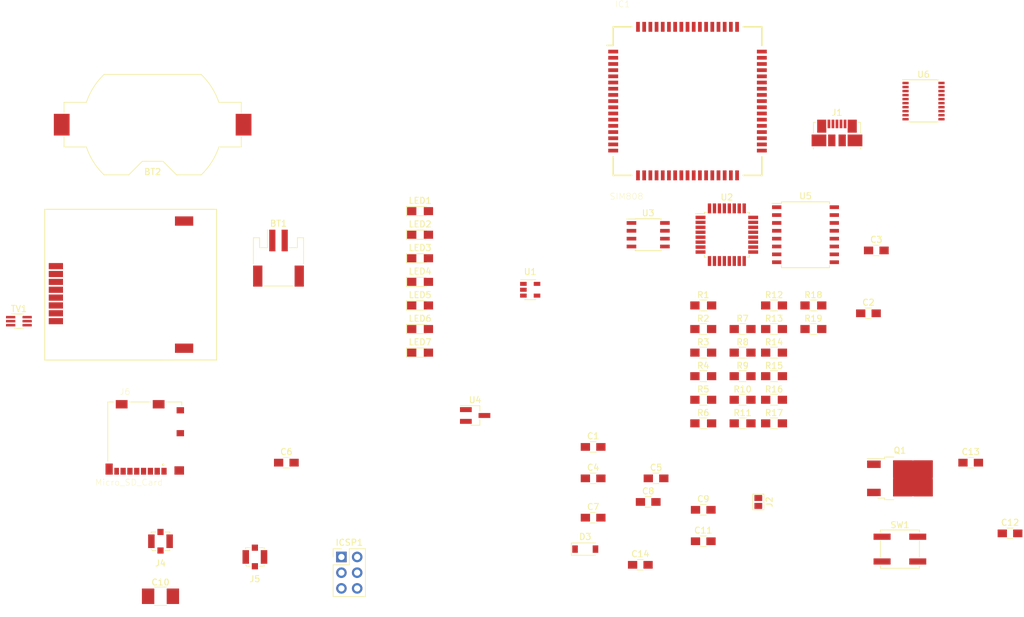
<source format=kicad_pcb>
(kicad_pcb (version 4) (host pcbnew 4.0.6)

  (general
    (links 187)
    (no_connects 183)
    (area 0 0 0 0)
    (thickness 1.6)
    (drawings 0)
    (tracks 0)
    (zones 0)
    (modules 60)
    (nets 111)
  )

  (page A4)
  (layers
    (0 F.Cu signal)
    (31 B.Cu signal)
    (32 B.Adhes user)
    (33 F.Adhes user)
    (34 B.Paste user)
    (35 F.Paste user)
    (36 B.SilkS user)
    (37 F.SilkS user)
    (38 B.Mask user)
    (39 F.Mask user)
    (40 Dwgs.User user)
    (41 Cmts.User user)
    (42 Eco1.User user)
    (43 Eco2.User user)
    (44 Edge.Cuts user)
    (45 Margin user)
    (46 B.CrtYd user)
    (47 F.CrtYd user)
    (48 B.Fab user)
    (49 F.Fab user)
  )

  (setup
    (last_trace_width 0.25)
    (trace_clearance 0.2)
    (zone_clearance 0.508)
    (zone_45_only no)
    (trace_min 0.2)
    (segment_width 0.2)
    (edge_width 0.15)
    (via_size 0.6)
    (via_drill 0.4)
    (via_min_size 0.4)
    (via_min_drill 0.3)
    (uvia_size 0.3)
    (uvia_drill 0.1)
    (uvias_allowed no)
    (uvia_min_size 0.2)
    (uvia_min_drill 0.1)
    (pcb_text_width 0.3)
    (pcb_text_size 1.5 1.5)
    (mod_edge_width 0.15)
    (mod_text_size 1 1)
    (mod_text_width 0.15)
    (pad_size 1.524 1.524)
    (pad_drill 0.762)
    (pad_to_mask_clearance 0.2)
    (aux_axis_origin 0 0)
    (visible_elements FFFFFF7F)
    (pcbplotparams
      (layerselection 0x00030_80000001)
      (usegerberextensions false)
      (excludeedgelayer true)
      (linewidth 0.100000)
      (plotframeref false)
      (viasonmask false)
      (mode 1)
      (useauxorigin false)
      (hpglpennumber 1)
      (hpglpenspeed 20)
      (hpglpendiameter 15)
      (hpglpenoverlay 2)
      (psnegative false)
      (psa4output false)
      (plotreference true)
      (plotvalue true)
      (plotinvisibletext false)
      (padsonsilk false)
      (subtractmaskfromsilk false)
      (outputformat 1)
      (mirror false)
      (drillshape 1)
      (scaleselection 1)
      (outputdirectory ""))
  )

  (net 0 "")
  (net 1 +BATT)
  (net 2 GND)
  (net 3 "Net-(BT2-Pad1)")
  (net 4 VBUS)
  (net 5 "Net-(C2-Pad1)")
  (net 6 +3V3)
  (net 7 /ARD_RST)
  (net 8 /DTR)
  (net 9 "Net-(C6-Pad1)")
  (net 10 /RTC_PWR)
  (net 11 "Net-(C9-Pad1)")
  (net 12 "Net-(C11-Pad1)")
  (net 13 "Net-(C12-Pad1)")
  (net 14 "Net-(C13-Pad1)")
  (net 15 +2V8)
  (net 16 /SIM808_P)
  (net 17 "Net-(IC1-Pad9)")
  (net 18 /SIM808_RI)
  (net 19 "Net-(IC1-Pad11)")
  (net 20 "Net-(IC1-Pad12)")
  (net 21 "Net-(IC1-Pad13)")
  (net 22 /ARD_HRX)
  (net 23 /ARD_HTX)
  (net 24 "Net-(IC1-Pad19)")
  (net 25 "Net-(IC1-Pad20)")
  (net 26 "Net-(IC1-Pad21)")
  (net 27 "Net-(IC1-Pad22)")
  (net 28 "Net-(IC1-Pad23)")
  (net 29 "Net-(IC1-Pad24)")
  (net 30 "Net-(IC1-Pad25)")
  (net 31 "Net-(IC1-Pad26)")
  (net 32 "Net-(IC1-Pad27)")
  (net 33 +1V8)
  (net 34 /SIMDATA)
  (net 35 /SIMCLK)
  (net 36 /SIMRST)
  (net 37 "Net-(IC1-Pad33)")
  (net 38 "Net-(IC1-Pad35)")
  (net 39 "Net-(IC1-Pad37)")
  (net 40 "Net-(IC1-Pad38)")
  (net 41 "Net-(IC1-Pad39)")
  (net 42 "Net-(IC1-Pad41)")
  (net 43 "Net-(IC1-Pad42)")
  (net 44 "Net-(IC1-Pad43)")
  (net 45 "Net-(IC1-Pad44)")
  (net 46 "Net-(IC1-Pad45)")
  (net 47 "Net-(IC1-Pad46)")
  (net 48 "Net-(IC1-Pad47)")
  (net 49 "Net-(IC1-Pad48)")
  (net 50 /SIM808_S)
  (net 51 /NETWORK_LED)
  (net 52 "Net-(IC1-Pad53)")
  (net 53 "Net-(IC1-Pad55)")
  (net 54 "Net-(IC1-Pad56)")
  (net 55 "Net-(IC1-Pad57)")
  (net 56 "Net-(IC1-Pad58)")
  (net 57 "Net-(IC1-Pad59)")
  (net 58 "Net-(IC1-Pad60)")
  (net 59 "Net-(IC1-Pad61)")
  (net 60 "Net-(IC1-Pad62)")
  (net 61 "Net-(IC1-Pad63)")
  (net 62 "Net-(IC1-Pad66)")
  (net 63 /ARD_MISO)
  (net 64 /ARD_SCK)
  (net 65 /ARD_MOSI)
  (net 66 "Net-(J1-Pad4)")
  (net 67 "Net-(J2-Pad2)")
  (net 68 "Net-(J3-Pad6)")
  (net 69 "Net-(J6-Pad8)")
  (net 70 /ARD_IO10)
  (net 71 "Net-(J6-Pad1)")
  (net 72 "Net-(R1-Pad1)")
  (net 73 "Net-(R2-Pad2)")
  (net 74 /SDA)
  (net 75 /SCL)
  (net 76 "Net-(R11-Pad1)")
  (net 77 /WAKE_UP)
  (net 78 "Net-(R16-Pad1)")
  (net 79 "Net-(R17-Pad2)")
  (net 80 "Net-(R18-Pad1)")
  (net 81 "Net-(R19-Pad1)")
  (net 82 "Net-(TV1-Pad6)")
  (net 83 "Net-(U2-Pad7)")
  (net 84 "Net-(U2-Pad8)")
  (net 85 "Net-(U2-Pad11)")
  (net 86 "Net-(U2-Pad19)")
  (net 87 "Net-(U2-Pad22)")
  (net 88 "Net-(U2-Pad23)")
  (net 89 "Net-(U2-Pad24)")
  (net 90 "Net-(U2-Pad25)")
  (net 91 "Net-(U2-Pad26)")
  (net 92 /ARD_RX)
  (net 93 /ARD_TX)
  (net 94 "Net-(U3-Pad7)")
  (net 95 "Net-(U5-Pad1)")
  (net 96 "Net-(U5-Pad4)")
  (net 97 "Net-(U6-Pad2)")
  (net 98 +3V3_FDTI)
  (net 99 "Net-(U6-Pad5)")
  (net 100 "Net-(U6-Pad7)")
  (net 101 "Net-(U6-Pad8)")
  (net 102 "Net-(U6-Pad18)")
  (net 103 "Net-(U6-Pad19)")
  (net 104 "Net-(LED1-Pad1)")
  (net 105 "Net-(LED2-Pad2)")
  (net 106 "Net-(LED3-Pad2)")
  (net 107 "Net-(LED4-Pad2)")
  (net 108 "Net-(LED5-Pad2)")
  (net 109 "Net-(LED6-Pad2)")
  (net 110 "Net-(LED7-Pad2)")

  (net_class Default "This is the default net class."
    (clearance 0.2)
    (trace_width 0.25)
    (via_dia 0.6)
    (via_drill 0.4)
    (uvia_dia 0.3)
    (uvia_drill 0.1)
    (add_net +1V8)
    (add_net +2V8)
    (add_net +3V3)
    (add_net +3V3_FDTI)
    (add_net +BATT)
    (add_net /ARD_HRX)
    (add_net /ARD_HTX)
    (add_net /ARD_IO10)
    (add_net /ARD_MISO)
    (add_net /ARD_MOSI)
    (add_net /ARD_RST)
    (add_net /ARD_RX)
    (add_net /ARD_SCK)
    (add_net /ARD_TX)
    (add_net /DTR)
    (add_net /NETWORK_LED)
    (add_net /RTC_PWR)
    (add_net /SCL)
    (add_net /SDA)
    (add_net /SIM808_P)
    (add_net /SIM808_RI)
    (add_net /SIM808_S)
    (add_net /SIMCLK)
    (add_net /SIMDATA)
    (add_net /SIMRST)
    (add_net /WAKE_UP)
    (add_net GND)
    (add_net "Net-(BT2-Pad1)")
    (add_net "Net-(C11-Pad1)")
    (add_net "Net-(C12-Pad1)")
    (add_net "Net-(C13-Pad1)")
    (add_net "Net-(C2-Pad1)")
    (add_net "Net-(C6-Pad1)")
    (add_net "Net-(C9-Pad1)")
    (add_net "Net-(IC1-Pad11)")
    (add_net "Net-(IC1-Pad12)")
    (add_net "Net-(IC1-Pad13)")
    (add_net "Net-(IC1-Pad19)")
    (add_net "Net-(IC1-Pad20)")
    (add_net "Net-(IC1-Pad21)")
    (add_net "Net-(IC1-Pad22)")
    (add_net "Net-(IC1-Pad23)")
    (add_net "Net-(IC1-Pad24)")
    (add_net "Net-(IC1-Pad25)")
    (add_net "Net-(IC1-Pad26)")
    (add_net "Net-(IC1-Pad27)")
    (add_net "Net-(IC1-Pad33)")
    (add_net "Net-(IC1-Pad35)")
    (add_net "Net-(IC1-Pad37)")
    (add_net "Net-(IC1-Pad38)")
    (add_net "Net-(IC1-Pad39)")
    (add_net "Net-(IC1-Pad41)")
    (add_net "Net-(IC1-Pad42)")
    (add_net "Net-(IC1-Pad43)")
    (add_net "Net-(IC1-Pad44)")
    (add_net "Net-(IC1-Pad45)")
    (add_net "Net-(IC1-Pad46)")
    (add_net "Net-(IC1-Pad47)")
    (add_net "Net-(IC1-Pad48)")
    (add_net "Net-(IC1-Pad53)")
    (add_net "Net-(IC1-Pad55)")
    (add_net "Net-(IC1-Pad56)")
    (add_net "Net-(IC1-Pad57)")
    (add_net "Net-(IC1-Pad58)")
    (add_net "Net-(IC1-Pad59)")
    (add_net "Net-(IC1-Pad60)")
    (add_net "Net-(IC1-Pad61)")
    (add_net "Net-(IC1-Pad62)")
    (add_net "Net-(IC1-Pad63)")
    (add_net "Net-(IC1-Pad66)")
    (add_net "Net-(IC1-Pad9)")
    (add_net "Net-(J1-Pad4)")
    (add_net "Net-(J2-Pad2)")
    (add_net "Net-(J3-Pad6)")
    (add_net "Net-(J6-Pad1)")
    (add_net "Net-(J6-Pad8)")
    (add_net "Net-(LED1-Pad1)")
    (add_net "Net-(LED2-Pad2)")
    (add_net "Net-(LED3-Pad2)")
    (add_net "Net-(LED4-Pad2)")
    (add_net "Net-(LED5-Pad2)")
    (add_net "Net-(LED6-Pad2)")
    (add_net "Net-(LED7-Pad2)")
    (add_net "Net-(R1-Pad1)")
    (add_net "Net-(R11-Pad1)")
    (add_net "Net-(R16-Pad1)")
    (add_net "Net-(R17-Pad2)")
    (add_net "Net-(R18-Pad1)")
    (add_net "Net-(R19-Pad1)")
    (add_net "Net-(R2-Pad2)")
    (add_net "Net-(TV1-Pad6)")
    (add_net "Net-(U2-Pad11)")
    (add_net "Net-(U2-Pad19)")
    (add_net "Net-(U2-Pad22)")
    (add_net "Net-(U2-Pad23)")
    (add_net "Net-(U2-Pad24)")
    (add_net "Net-(U2-Pad25)")
    (add_net "Net-(U2-Pad26)")
    (add_net "Net-(U2-Pad7)")
    (add_net "Net-(U2-Pad8)")
    (add_net "Net-(U3-Pad7)")
    (add_net "Net-(U5-Pad1)")
    (add_net "Net-(U5-Pad4)")
    (add_net "Net-(U6-Pad18)")
    (add_net "Net-(U6-Pad19)")
    (add_net "Net-(U6-Pad2)")
    (add_net "Net-(U6-Pad5)")
    (add_net "Net-(U6-Pad7)")
    (add_net "Net-(U6-Pad8)")
    (add_net VBUS)
  )

  (module Connectors_JST:JST_PH_S2B-PH-SM4-TB_02x2.00mm_Angled (layer F.Cu) (tedit 58D404C7) (tstamp 5A369F65)
    (at 107.95 91.44)
    (descr "JST PH series connector, S2B-PH-SM4-TB, side entry type, surface mount, Datasheet: http://www.jst-mfg.com/product/pdf/eng/ePH.pdf")
    (tags "connector jst ph")
    (path /5A3851EA)
    (attr smd)
    (fp_text reference BT1 (at 0 -5.625) (layer F.SilkS)
      (effects (font (size 1 1) (thickness 0.15)))
    )
    (fp_text value Battery_Cell (at 0 5.375) (layer F.Fab)
      (effects (font (size 1 1) (thickness 0.15)))
    )
    (fp_line (start -3.15 -1.625) (end -3.15 -3.225) (layer F.Fab) (width 0.1))
    (fp_line (start -3.15 -3.225) (end -3.95 -3.225) (layer F.Fab) (width 0.1))
    (fp_line (start -3.95 -3.225) (end -3.95 4.375) (layer F.Fab) (width 0.1))
    (fp_line (start -3.95 4.375) (end 3.95 4.375) (layer F.Fab) (width 0.1))
    (fp_line (start 3.95 4.375) (end 3.95 -3.225) (layer F.Fab) (width 0.1))
    (fp_line (start 3.95 -3.225) (end 3.15 -3.225) (layer F.Fab) (width 0.1))
    (fp_line (start 3.15 -3.225) (end 3.15 -1.625) (layer F.Fab) (width 0.1))
    (fp_line (start 3.15 -1.625) (end -3.15 -1.625) (layer F.Fab) (width 0.1))
    (fp_line (start -1.775 -1.725) (end -3.05 -1.725) (layer F.SilkS) (width 0.12))
    (fp_line (start -3.05 -1.725) (end -3.05 -3.325) (layer F.SilkS) (width 0.12))
    (fp_line (start -3.05 -3.325) (end -4.05 -3.325) (layer F.SilkS) (width 0.12))
    (fp_line (start -4.05 -3.325) (end -4.05 0.9) (layer F.SilkS) (width 0.12))
    (fp_line (start 4.05 0.9) (end 4.05 -3.325) (layer F.SilkS) (width 0.12))
    (fp_line (start 4.05 -3.325) (end 3.05 -3.325) (layer F.SilkS) (width 0.12))
    (fp_line (start 3.05 -3.325) (end 3.05 -1.725) (layer F.SilkS) (width 0.12))
    (fp_line (start 3.05 -1.725) (end 1.775 -1.725) (layer F.SilkS) (width 0.12))
    (fp_line (start -2.325 4.475) (end 2.325 4.475) (layer F.SilkS) (width 0.12))
    (fp_line (start -1.775 -1.725) (end -1.775 -4.625) (layer F.SilkS) (width 0.12))
    (fp_line (start -2 -1.625) (end -1 -0.625) (layer F.Fab) (width 0.1))
    (fp_line (start -1 -0.625) (end 0 -1.625) (layer F.Fab) (width 0.1))
    (fp_line (start -4.6 -5.13) (end -4.6 5.07) (layer F.CrtYd) (width 0.05))
    (fp_line (start -4.6 5.07) (end 4.6 5.07) (layer F.CrtYd) (width 0.05))
    (fp_line (start 4.6 5.07) (end 4.6 -5.13) (layer F.CrtYd) (width 0.05))
    (fp_line (start 4.6 -5.13) (end -4.6 -5.13) (layer F.CrtYd) (width 0.05))
    (fp_text user %R (at 0 1.5) (layer F.Fab)
      (effects (font (size 1 1) (thickness 0.15)))
    )
    (pad 1 smd rect (at -1 -2.875) (size 1 3.5) (layers F.Cu F.Paste F.Mask)
      (net 1 +BATT))
    (pad 2 smd rect (at 1 -2.875) (size 1 3.5) (layers F.Cu F.Paste F.Mask)
      (net 2 GND))
    (pad "" smd rect (at -3.35 2.875) (size 1.5 3.4) (layers F.Cu F.Paste F.Mask))
    (pad "" smd rect (at 3.35 2.875) (size 1.5 3.4) (layers F.Cu F.Paste F.Mask))
    (model ${KISYS3DMOD}/Connectors_JST.3dshapes/JST_PH_S2B-PH-SM4-TB_02x2.00mm_Angled.wrl
      (at (xyz 0 0 0))
      (scale (xyz 1 1 1))
      (rotate (xyz 0 0 0))
    )
  )

  (module Battery_Holders:Keystone_1058_1x2032-CoinCell (layer F.Cu) (tedit 589EE147) (tstamp 5A369F6B)
    (at 87.63 69.85)
    (descr http://www.keyelco.com/product-pdf.cfm?p=14028)
    (tags "Keystone type 1058 coin cell retainer")
    (path /5A37CD58)
    (attr smd)
    (fp_text reference BT2 (at 0 7.62) (layer F.SilkS)
      (effects (font (size 1 1) (thickness 0.15)))
    )
    (fp_text value Battery_Cell (at 0 -9.398) (layer F.Fab)
      (effects (font (size 1 1) (thickness 0.15)))
    )
    (fp_arc (start 0 0) (end 11.06 4.11) (angle 139.2) (layer F.CrtYd) (width 0.05))
    (fp_arc (start 0 0) (end -11.06 -4.11) (angle 139.2) (layer F.CrtYd) (width 0.05))
    (fp_line (start 11.06 4.11) (end 16.45 4.11) (layer F.CrtYd) (width 0.05))
    (fp_line (start 16.45 4.11) (end 16.45 -4.11) (layer F.CrtYd) (width 0.05))
    (fp_line (start 16.45 -4.11) (end 11.06 -4.11) (layer F.CrtYd) (width 0.05))
    (fp_line (start -16.45 -4.11) (end -11.06 -4.11) (layer F.CrtYd) (width 0.05))
    (fp_line (start -16.45 -4.11) (end -16.45 4.11) (layer F.CrtYd) (width 0.05))
    (fp_line (start -16.45 4.11) (end -11.06 4.11) (layer F.CrtYd) (width 0.05))
    (fp_arc (start 0 0) (end -10.692 3.61) (angle -27.3) (layer F.SilkS) (width 0.12))
    (fp_arc (start 0 0) (end 10.692 -3.61) (angle -27.3) (layer F.SilkS) (width 0.12))
    (fp_arc (start 0 0) (end 10.692 3.61) (angle 27.3) (layer F.SilkS) (width 0.12))
    (fp_arc (start 0 0) (end -10.692 -3.61) (angle 27.3) (layer F.SilkS) (width 0.12))
    (fp_line (start -14.31 1.9) (end -14.31 3.61) (layer F.SilkS) (width 0.12))
    (fp_line (start -10.692 3.61) (end -14.31 3.61) (layer F.SilkS) (width 0.12))
    (fp_line (start -3.86 8.11) (end -7.8473 8.11) (layer F.SilkS) (width 0.12))
    (fp_line (start -1.66 5.91) (end -3.86 8.11) (layer F.SilkS) (width 0.12))
    (fp_line (start 1.66 5.91) (end -1.66 5.91) (layer F.SilkS) (width 0.12))
    (fp_line (start 1.66 5.91) (end 3.86 8.11) (layer F.SilkS) (width 0.12))
    (fp_line (start 7.8473 8.11) (end 3.86 8.11) (layer F.SilkS) (width 0.12))
    (fp_line (start 14.31 1.9) (end 14.31 3.61) (layer F.SilkS) (width 0.12))
    (fp_line (start 14.31 3.61) (end 10.692 3.61) (layer F.SilkS) (width 0.12))
    (fp_line (start 10.692 -3.61) (end 14.31 -3.61) (layer F.SilkS) (width 0.12))
    (fp_line (start 14.31 -1.9) (end 14.31 -3.61) (layer F.SilkS) (width 0.12))
    (fp_line (start -7.8473 -8.11) (end 7.8473 -8.11) (layer F.SilkS) (width 0.12))
    (fp_line (start -14.31 -1.9) (end -14.31 -3.61) (layer F.SilkS) (width 0.12))
    (fp_line (start -14.31 -3.61) (end -10.692 -3.61) (layer F.SilkS) (width 0.12))
    (fp_arc (start 0 0) (end -10.61275 3.5) (angle -27.4635) (layer F.Fab) (width 0.1))
    (fp_arc (start 0 0) (end 10.61275 -3.5) (angle -27.4635) (layer F.Fab) (width 0.1))
    (fp_arc (start 0 0) (end 10.61275 3.5) (angle 27.4635) (layer F.Fab) (width 0.1))
    (fp_line (start 14.2 1.9) (end 14.2 3.5) (layer F.Fab) (width 0.1))
    (fp_line (start 14.2 3.5) (end 10.61275 3.5) (layer F.Fab) (width 0.1))
    (fp_line (start 10.61275 -3.5) (end 14.2 -3.5) (layer F.Fab) (width 0.1))
    (fp_line (start 14.2 -3.5) (end 14.2 -1.9) (layer F.Fab) (width 0.1))
    (fp_line (start -14.2 1.9) (end -14.2 3.5) (layer F.Fab) (width 0.1))
    (fp_line (start -14.2 3.5) (end -10.61275 3.5) (layer F.Fab) (width 0.1))
    (fp_line (start 3.9 8) (end 7.8026 8) (layer F.Fab) (width 0.1))
    (fp_line (start 1.7 5.8) (end 3.9 8) (layer F.Fab) (width 0.1))
    (fp_line (start -1.7 5.8) (end -3.9 8) (layer F.Fab) (width 0.1))
    (fp_line (start -1.7 5.8) (end 1.7 5.8) (layer F.Fab) (width 0.1))
    (fp_line (start -14.2 -3.5) (end -10.61275 -3.5) (layer F.Fab) (width 0.1))
    (fp_line (start -14.2 -3.5) (end -14.2 -1.9) (layer F.Fab) (width 0.1))
    (fp_line (start -3.9 8) (end -7.8026 8) (layer F.Fab) (width 0.1))
    (fp_line (start -7.8026 -8) (end 7.8026 -8) (layer F.Fab) (width 0.1))
    (fp_arc (start 0 0) (end -10.61275 -3.5) (angle 27.4635) (layer F.Fab) (width 0.1))
    (fp_circle (center 0 0) (end 10 0) (layer Dwgs.User) (width 0.15))
    (pad 1 smd rect (at -14.68 0) (size 2.54 3.51) (layers F.Cu F.Paste F.Mask)
      (net 3 "Net-(BT2-Pad1)"))
    (pad 2 smd rect (at 14.68 0) (size 2.54 3.51) (layers F.Cu F.Paste F.Mask)
      (net 2 GND))
  )

  (module Capacitors_SMD:C_0805_HandSoldering (layer F.Cu) (tedit 58AA84A8) (tstamp 5A369F71)
    (at 158.75 121.92)
    (descr "Capacitor SMD 0805, hand soldering")
    (tags "capacitor 0805")
    (path /59A2CCEB)
    (attr smd)
    (fp_text reference C1 (at 0 -1.75) (layer F.SilkS)
      (effects (font (size 1 1) (thickness 0.15)))
    )
    (fp_text value 4.7uF (at 0 1.75) (layer F.Fab)
      (effects (font (size 1 1) (thickness 0.15)))
    )
    (fp_text user %R (at 0 -1.75) (layer F.Fab)
      (effects (font (size 1 1) (thickness 0.15)))
    )
    (fp_line (start -1 0.62) (end -1 -0.62) (layer F.Fab) (width 0.1))
    (fp_line (start 1 0.62) (end -1 0.62) (layer F.Fab) (width 0.1))
    (fp_line (start 1 -0.62) (end 1 0.62) (layer F.Fab) (width 0.1))
    (fp_line (start -1 -0.62) (end 1 -0.62) (layer F.Fab) (width 0.1))
    (fp_line (start 0.5 -0.85) (end -0.5 -0.85) (layer F.SilkS) (width 0.12))
    (fp_line (start -0.5 0.85) (end 0.5 0.85) (layer F.SilkS) (width 0.12))
    (fp_line (start -2.25 -0.88) (end 2.25 -0.88) (layer F.CrtYd) (width 0.05))
    (fp_line (start -2.25 -0.88) (end -2.25 0.87) (layer F.CrtYd) (width 0.05))
    (fp_line (start 2.25 0.87) (end 2.25 -0.88) (layer F.CrtYd) (width 0.05))
    (fp_line (start 2.25 0.87) (end -2.25 0.87) (layer F.CrtYd) (width 0.05))
    (pad 1 smd rect (at -1.25 0) (size 1.5 1.25) (layers F.Cu F.Paste F.Mask)
      (net 2 GND))
    (pad 2 smd rect (at 1.25 0) (size 1.5 1.25) (layers F.Cu F.Paste F.Mask)
      (net 4 VBUS))
    (model Capacitors_SMD.3dshapes/C_0805.wrl
      (at (xyz 0 0 0))
      (scale (xyz 1 1 1))
      (rotate (xyz 0 0 0))
    )
  )

  (module Capacitors_SMD:C_0805_HandSoldering (layer F.Cu) (tedit 58AA84A8) (tstamp 5A369F77)
    (at 203.2 100.33)
    (descr "Capacitor SMD 0805, hand soldering")
    (tags "capacitor 0805")
    (path /5A2FC40B)
    (attr smd)
    (fp_text reference C2 (at 0 -1.75) (layer F.SilkS)
      (effects (font (size 1 1) (thickness 0.15)))
    )
    (fp_text value 0.1uF (at 0 1.75) (layer F.Fab)
      (effects (font (size 1 1) (thickness 0.15)))
    )
    (fp_text user %R (at 0 -1.75) (layer F.Fab)
      (effects (font (size 1 1) (thickness 0.15)))
    )
    (fp_line (start -1 0.62) (end -1 -0.62) (layer F.Fab) (width 0.1))
    (fp_line (start 1 0.62) (end -1 0.62) (layer F.Fab) (width 0.1))
    (fp_line (start 1 -0.62) (end 1 0.62) (layer F.Fab) (width 0.1))
    (fp_line (start -1 -0.62) (end 1 -0.62) (layer F.Fab) (width 0.1))
    (fp_line (start 0.5 -0.85) (end -0.5 -0.85) (layer F.SilkS) (width 0.12))
    (fp_line (start -0.5 0.85) (end 0.5 0.85) (layer F.SilkS) (width 0.12))
    (fp_line (start -2.25 -0.88) (end 2.25 -0.88) (layer F.CrtYd) (width 0.05))
    (fp_line (start -2.25 -0.88) (end -2.25 0.87) (layer F.CrtYd) (width 0.05))
    (fp_line (start 2.25 0.87) (end 2.25 -0.88) (layer F.CrtYd) (width 0.05))
    (fp_line (start 2.25 0.87) (end -2.25 0.87) (layer F.CrtYd) (width 0.05))
    (pad 1 smd rect (at -1.25 0) (size 1.5 1.25) (layers F.Cu F.Paste F.Mask)
      (net 5 "Net-(C2-Pad1)"))
    (pad 2 smd rect (at 1.25 0) (size 1.5 1.25) (layers F.Cu F.Paste F.Mask)
      (net 2 GND))
    (model Capacitors_SMD.3dshapes/C_0805.wrl
      (at (xyz 0 0 0))
      (scale (xyz 1 1 1))
      (rotate (xyz 0 0 0))
    )
  )

  (module Capacitors_SMD:C_0805_HandSoldering (layer F.Cu) (tedit 58AA84A8) (tstamp 5A369F7D)
    (at 204.47 90.17)
    (descr "Capacitor SMD 0805, hand soldering")
    (tags "capacitor 0805")
    (path /59A2CDFC)
    (attr smd)
    (fp_text reference C3 (at 0 -1.75) (layer F.SilkS)
      (effects (font (size 1 1) (thickness 0.15)))
    )
    (fp_text value 4.7uF (at 0 1.75) (layer F.Fab)
      (effects (font (size 1 1) (thickness 0.15)))
    )
    (fp_text user %R (at 0 -1.75) (layer F.Fab)
      (effects (font (size 1 1) (thickness 0.15)))
    )
    (fp_line (start -1 0.62) (end -1 -0.62) (layer F.Fab) (width 0.1))
    (fp_line (start 1 0.62) (end -1 0.62) (layer F.Fab) (width 0.1))
    (fp_line (start 1 -0.62) (end 1 0.62) (layer F.Fab) (width 0.1))
    (fp_line (start -1 -0.62) (end 1 -0.62) (layer F.Fab) (width 0.1))
    (fp_line (start 0.5 -0.85) (end -0.5 -0.85) (layer F.SilkS) (width 0.12))
    (fp_line (start -0.5 0.85) (end 0.5 0.85) (layer F.SilkS) (width 0.12))
    (fp_line (start -2.25 -0.88) (end 2.25 -0.88) (layer F.CrtYd) (width 0.05))
    (fp_line (start -2.25 -0.88) (end -2.25 0.87) (layer F.CrtYd) (width 0.05))
    (fp_line (start 2.25 0.87) (end 2.25 -0.88) (layer F.CrtYd) (width 0.05))
    (fp_line (start 2.25 0.87) (end -2.25 0.87) (layer F.CrtYd) (width 0.05))
    (pad 1 smd rect (at -1.25 0) (size 1.5 1.25) (layers F.Cu F.Paste F.Mask)
      (net 1 +BATT))
    (pad 2 smd rect (at 1.25 0) (size 1.5 1.25) (layers F.Cu F.Paste F.Mask)
      (net 2 GND))
    (model Capacitors_SMD.3dshapes/C_0805.wrl
      (at (xyz 0 0 0))
      (scale (xyz 1 1 1))
      (rotate (xyz 0 0 0))
    )
  )

  (module Capacitors_SMD:C_0805_HandSoldering (layer F.Cu) (tedit 58AA84A8) (tstamp 5A369F83)
    (at 158.75 127)
    (descr "Capacitor SMD 0805, hand soldering")
    (tags "capacitor 0805")
    (path /5A32DDE4)
    (attr smd)
    (fp_text reference C4 (at 0 -1.75) (layer F.SilkS)
      (effects (font (size 1 1) (thickness 0.15)))
    )
    (fp_text value 0.1uF (at 0 1.75) (layer F.Fab)
      (effects (font (size 1 1) (thickness 0.15)))
    )
    (fp_text user %R (at 0 -1.75) (layer F.Fab)
      (effects (font (size 1 1) (thickness 0.15)))
    )
    (fp_line (start -1 0.62) (end -1 -0.62) (layer F.Fab) (width 0.1))
    (fp_line (start 1 0.62) (end -1 0.62) (layer F.Fab) (width 0.1))
    (fp_line (start 1 -0.62) (end 1 0.62) (layer F.Fab) (width 0.1))
    (fp_line (start -1 -0.62) (end 1 -0.62) (layer F.Fab) (width 0.1))
    (fp_line (start 0.5 -0.85) (end -0.5 -0.85) (layer F.SilkS) (width 0.12))
    (fp_line (start -0.5 0.85) (end 0.5 0.85) (layer F.SilkS) (width 0.12))
    (fp_line (start -2.25 -0.88) (end 2.25 -0.88) (layer F.CrtYd) (width 0.05))
    (fp_line (start -2.25 -0.88) (end -2.25 0.87) (layer F.CrtYd) (width 0.05))
    (fp_line (start 2.25 0.87) (end 2.25 -0.88) (layer F.CrtYd) (width 0.05))
    (fp_line (start 2.25 0.87) (end -2.25 0.87) (layer F.CrtYd) (width 0.05))
    (pad 1 smd rect (at -1.25 0) (size 1.5 1.25) (layers F.Cu F.Paste F.Mask)
      (net 6 +3V3))
    (pad 2 smd rect (at 1.25 0) (size 1.5 1.25) (layers F.Cu F.Paste F.Mask)
      (net 2 GND))
    (model Capacitors_SMD.3dshapes/C_0805.wrl
      (at (xyz 0 0 0))
      (scale (xyz 1 1 1))
      (rotate (xyz 0 0 0))
    )
  )

  (module Capacitors_SMD:C_0805_HandSoldering (layer F.Cu) (tedit 58AA84A8) (tstamp 5A369F89)
    (at 168.91 127)
    (descr "Capacitor SMD 0805, hand soldering")
    (tags "capacitor 0805")
    (path /59A3625C)
    (attr smd)
    (fp_text reference C5 (at 0 -1.75) (layer F.SilkS)
      (effects (font (size 1 1) (thickness 0.15)))
    )
    (fp_text value 0.1uF (at 0 1.75) (layer F.Fab)
      (effects (font (size 1 1) (thickness 0.15)))
    )
    (fp_text user %R (at 0 -1.75) (layer F.Fab)
      (effects (font (size 1 1) (thickness 0.15)))
    )
    (fp_line (start -1 0.62) (end -1 -0.62) (layer F.Fab) (width 0.1))
    (fp_line (start 1 0.62) (end -1 0.62) (layer F.Fab) (width 0.1))
    (fp_line (start 1 -0.62) (end 1 0.62) (layer F.Fab) (width 0.1))
    (fp_line (start -1 -0.62) (end 1 -0.62) (layer F.Fab) (width 0.1))
    (fp_line (start 0.5 -0.85) (end -0.5 -0.85) (layer F.SilkS) (width 0.12))
    (fp_line (start -0.5 0.85) (end 0.5 0.85) (layer F.SilkS) (width 0.12))
    (fp_line (start -2.25 -0.88) (end 2.25 -0.88) (layer F.CrtYd) (width 0.05))
    (fp_line (start -2.25 -0.88) (end -2.25 0.87) (layer F.CrtYd) (width 0.05))
    (fp_line (start 2.25 0.87) (end 2.25 -0.88) (layer F.CrtYd) (width 0.05))
    (fp_line (start 2.25 0.87) (end -2.25 0.87) (layer F.CrtYd) (width 0.05))
    (pad 1 smd rect (at -1.25 0) (size 1.5 1.25) (layers F.Cu F.Paste F.Mask)
      (net 7 /ARD_RST))
    (pad 2 smd rect (at 1.25 0) (size 1.5 1.25) (layers F.Cu F.Paste F.Mask)
      (net 8 /DTR))
    (model Capacitors_SMD.3dshapes/C_0805.wrl
      (at (xyz 0 0 0))
      (scale (xyz 1 1 1))
      (rotate (xyz 0 0 0))
    )
  )

  (module Capacitors_SMD:C_0805_HandSoldering (layer F.Cu) (tedit 58AA84A8) (tstamp 5A369F8F)
    (at 109.22 124.46)
    (descr "Capacitor SMD 0805, hand soldering")
    (tags "capacitor 0805")
    (path /5A324C37)
    (attr smd)
    (fp_text reference C6 (at 0 -1.75) (layer F.SilkS)
      (effects (font (size 1 1) (thickness 0.15)))
    )
    (fp_text value 1uF (at 0 1.75) (layer F.Fab)
      (effects (font (size 1 1) (thickness 0.15)))
    )
    (fp_text user %R (at 0 -1.75) (layer F.Fab)
      (effects (font (size 1 1) (thickness 0.15)))
    )
    (fp_line (start -1 0.62) (end -1 -0.62) (layer F.Fab) (width 0.1))
    (fp_line (start 1 0.62) (end -1 0.62) (layer F.Fab) (width 0.1))
    (fp_line (start 1 -0.62) (end 1 0.62) (layer F.Fab) (width 0.1))
    (fp_line (start -1 -0.62) (end 1 -0.62) (layer F.Fab) (width 0.1))
    (fp_line (start 0.5 -0.85) (end -0.5 -0.85) (layer F.SilkS) (width 0.12))
    (fp_line (start -0.5 0.85) (end 0.5 0.85) (layer F.SilkS) (width 0.12))
    (fp_line (start -2.25 -0.88) (end 2.25 -0.88) (layer F.CrtYd) (width 0.05))
    (fp_line (start -2.25 -0.88) (end -2.25 0.87) (layer F.CrtYd) (width 0.05))
    (fp_line (start 2.25 0.87) (end 2.25 -0.88) (layer F.CrtYd) (width 0.05))
    (fp_line (start 2.25 0.87) (end -2.25 0.87) (layer F.CrtYd) (width 0.05))
    (pad 1 smd rect (at -1.25 0) (size 1.5 1.25) (layers F.Cu F.Paste F.Mask)
      (net 9 "Net-(C6-Pad1)"))
    (pad 2 smd rect (at 1.25 0) (size 1.5 1.25) (layers F.Cu F.Paste F.Mask)
      (net 2 GND))
    (model Capacitors_SMD.3dshapes/C_0805.wrl
      (at (xyz 0 0 0))
      (scale (xyz 1 1 1))
      (rotate (xyz 0 0 0))
    )
  )

  (module Capacitors_SMD:C_0805_HandSoldering (layer F.Cu) (tedit 58AA84A8) (tstamp 5A369F95)
    (at 158.75 133.35)
    (descr "Capacitor SMD 0805, hand soldering")
    (tags "capacitor 0805")
    (path /5A3745DB)
    (attr smd)
    (fp_text reference C7 (at 0 -1.75) (layer F.SilkS)
      (effects (font (size 1 1) (thickness 0.15)))
    )
    (fp_text value 0.1uF (at 0 1.75) (layer F.Fab)
      (effects (font (size 1 1) (thickness 0.15)))
    )
    (fp_text user %R (at 0 -1.75) (layer F.Fab)
      (effects (font (size 1 1) (thickness 0.15)))
    )
    (fp_line (start -1 0.62) (end -1 -0.62) (layer F.Fab) (width 0.1))
    (fp_line (start 1 0.62) (end -1 0.62) (layer F.Fab) (width 0.1))
    (fp_line (start 1 -0.62) (end 1 0.62) (layer F.Fab) (width 0.1))
    (fp_line (start -1 -0.62) (end 1 -0.62) (layer F.Fab) (width 0.1))
    (fp_line (start 0.5 -0.85) (end -0.5 -0.85) (layer F.SilkS) (width 0.12))
    (fp_line (start -0.5 0.85) (end 0.5 0.85) (layer F.SilkS) (width 0.12))
    (fp_line (start -2.25 -0.88) (end 2.25 -0.88) (layer F.CrtYd) (width 0.05))
    (fp_line (start -2.25 -0.88) (end -2.25 0.87) (layer F.CrtYd) (width 0.05))
    (fp_line (start 2.25 0.87) (end 2.25 -0.88) (layer F.CrtYd) (width 0.05))
    (fp_line (start 2.25 0.87) (end -2.25 0.87) (layer F.CrtYd) (width 0.05))
    (pad 1 smd rect (at -1.25 0) (size 1.5 1.25) (layers F.Cu F.Paste F.Mask)
      (net 10 /RTC_PWR))
    (pad 2 smd rect (at 1.25 0) (size 1.5 1.25) (layers F.Cu F.Paste F.Mask)
      (net 2 GND))
    (model Capacitors_SMD.3dshapes/C_0805.wrl
      (at (xyz 0 0 0))
      (scale (xyz 1 1 1))
      (rotate (xyz 0 0 0))
    )
  )

  (module Capacitors_SMD:C_0805_HandSoldering (layer F.Cu) (tedit 58AA84A8) (tstamp 5A369F9B)
    (at 167.64 130.81)
    (descr "Capacitor SMD 0805, hand soldering")
    (tags "capacitor 0805")
    (path /5A323F60)
    (attr smd)
    (fp_text reference C8 (at 0 -1.75) (layer F.SilkS)
      (effects (font (size 1 1) (thickness 0.15)))
    )
    (fp_text value 1uF (at 0 1.75) (layer F.Fab)
      (effects (font (size 1 1) (thickness 0.15)))
    )
    (fp_text user %R (at 0 -1.75) (layer F.Fab)
      (effects (font (size 1 1) (thickness 0.15)))
    )
    (fp_line (start -1 0.62) (end -1 -0.62) (layer F.Fab) (width 0.1))
    (fp_line (start 1 0.62) (end -1 0.62) (layer F.Fab) (width 0.1))
    (fp_line (start 1 -0.62) (end 1 0.62) (layer F.Fab) (width 0.1))
    (fp_line (start -1 -0.62) (end 1 -0.62) (layer F.Fab) (width 0.1))
    (fp_line (start 0.5 -0.85) (end -0.5 -0.85) (layer F.SilkS) (width 0.12))
    (fp_line (start -0.5 0.85) (end 0.5 0.85) (layer F.SilkS) (width 0.12))
    (fp_line (start -2.25 -0.88) (end 2.25 -0.88) (layer F.CrtYd) (width 0.05))
    (fp_line (start -2.25 -0.88) (end -2.25 0.87) (layer F.CrtYd) (width 0.05))
    (fp_line (start 2.25 0.87) (end 2.25 -0.88) (layer F.CrtYd) (width 0.05))
    (fp_line (start 2.25 0.87) (end -2.25 0.87) (layer F.CrtYd) (width 0.05))
    (pad 1 smd rect (at -1.25 0) (size 1.5 1.25) (layers F.Cu F.Paste F.Mask)
      (net 6 +3V3))
    (pad 2 smd rect (at 1.25 0) (size 1.5 1.25) (layers F.Cu F.Paste F.Mask)
      (net 2 GND))
    (model Capacitors_SMD.3dshapes/C_0805.wrl
      (at (xyz 0 0 0))
      (scale (xyz 1 1 1))
      (rotate (xyz 0 0 0))
    )
  )

  (module Capacitors_SMD:C_0805_HandSoldering (layer F.Cu) (tedit 58AA84A8) (tstamp 5A369FA1)
    (at 176.53 132.08)
    (descr "Capacitor SMD 0805, hand soldering")
    (tags "capacitor 0805")
    (path /5A3A0698)
    (attr smd)
    (fp_text reference C9 (at 0 -1.75) (layer F.SilkS)
      (effects (font (size 1 1) (thickness 0.15)))
    )
    (fp_text value 10uF (at 0 1.75) (layer F.Fab)
      (effects (font (size 1 1) (thickness 0.15)))
    )
    (fp_text user %R (at 0 -1.75) (layer F.Fab)
      (effects (font (size 1 1) (thickness 0.15)))
    )
    (fp_line (start -1 0.62) (end -1 -0.62) (layer F.Fab) (width 0.1))
    (fp_line (start 1 0.62) (end -1 0.62) (layer F.Fab) (width 0.1))
    (fp_line (start 1 -0.62) (end 1 0.62) (layer F.Fab) (width 0.1))
    (fp_line (start -1 -0.62) (end 1 -0.62) (layer F.Fab) (width 0.1))
    (fp_line (start 0.5 -0.85) (end -0.5 -0.85) (layer F.SilkS) (width 0.12))
    (fp_line (start -0.5 0.85) (end 0.5 0.85) (layer F.SilkS) (width 0.12))
    (fp_line (start -2.25 -0.88) (end 2.25 -0.88) (layer F.CrtYd) (width 0.05))
    (fp_line (start -2.25 -0.88) (end -2.25 0.87) (layer F.CrtYd) (width 0.05))
    (fp_line (start 2.25 0.87) (end 2.25 -0.88) (layer F.CrtYd) (width 0.05))
    (fp_line (start 2.25 0.87) (end -2.25 0.87) (layer F.CrtYd) (width 0.05))
    (pad 1 smd rect (at -1.25 0) (size 1.5 1.25) (layers F.Cu F.Paste F.Mask)
      (net 11 "Net-(C9-Pad1)"))
    (pad 2 smd rect (at 1.25 0) (size 1.5 1.25) (layers F.Cu F.Paste F.Mask)
      (net 2 GND))
    (model Capacitors_SMD.3dshapes/C_0805.wrl
      (at (xyz 0 0 0))
      (scale (xyz 1 1 1))
      (rotate (xyz 0 0 0))
    )
  )

  (module Capacitors_SMD:C_1210_HandSoldering (layer F.Cu) (tedit 58AA84FB) (tstamp 5A369FA7)
    (at 88.9 146.05)
    (descr "Capacitor SMD 1210, hand soldering")
    (tags "capacitor 1210")
    (path /5A36795F/5A371566)
    (attr smd)
    (fp_text reference C10 (at 0 -2.25) (layer F.SilkS)
      (effects (font (size 1 1) (thickness 0.15)))
    )
    (fp_text value 4.7uF (at 0 2.5) (layer F.Fab)
      (effects (font (size 1 1) (thickness 0.15)))
    )
    (fp_text user %R (at 0 -2.25) (layer F.Fab)
      (effects (font (size 1 1) (thickness 0.15)))
    )
    (fp_line (start -1.6 1.25) (end -1.6 -1.25) (layer F.Fab) (width 0.1))
    (fp_line (start 1.6 1.25) (end -1.6 1.25) (layer F.Fab) (width 0.1))
    (fp_line (start 1.6 -1.25) (end 1.6 1.25) (layer F.Fab) (width 0.1))
    (fp_line (start -1.6 -1.25) (end 1.6 -1.25) (layer F.Fab) (width 0.1))
    (fp_line (start 1 -1.48) (end -1 -1.48) (layer F.SilkS) (width 0.12))
    (fp_line (start -1 1.48) (end 1 1.48) (layer F.SilkS) (width 0.12))
    (fp_line (start -3.25 -1.5) (end 3.25 -1.5) (layer F.CrtYd) (width 0.05))
    (fp_line (start -3.25 -1.5) (end -3.25 1.5) (layer F.CrtYd) (width 0.05))
    (fp_line (start 3.25 1.5) (end 3.25 -1.5) (layer F.CrtYd) (width 0.05))
    (fp_line (start 3.25 1.5) (end -3.25 1.5) (layer F.CrtYd) (width 0.05))
    (pad 1 smd rect (at -2 0) (size 2 2.5) (layers F.Cu F.Paste F.Mask)
      (net 4 VBUS))
    (pad 2 smd rect (at 2 0) (size 2 2.5) (layers F.Cu F.Paste F.Mask)
      (net 2 GND))
    (model Capacitors_SMD.3dshapes/C_1210.wrl
      (at (xyz 0 0 0))
      (scale (xyz 1 1 1))
      (rotate (xyz 0 0 0))
    )
  )

  (module Capacitors_SMD:C_0805_HandSoldering (layer F.Cu) (tedit 58AA84A8) (tstamp 5A369FAD)
    (at 176.53 137.16)
    (descr "Capacitor SMD 0805, hand soldering")
    (tags "capacitor 0805")
    (path /5A36795F/5A368502)
    (attr smd)
    (fp_text reference C11 (at 0 -1.75) (layer F.SilkS)
      (effects (font (size 1 1) (thickness 0.15)))
    )
    (fp_text value 47pF (at 0 1.75) (layer F.Fab)
      (effects (font (size 1 1) (thickness 0.15)))
    )
    (fp_text user %R (at 0 -1.75) (layer F.Fab)
      (effects (font (size 1 1) (thickness 0.15)))
    )
    (fp_line (start -1 0.62) (end -1 -0.62) (layer F.Fab) (width 0.1))
    (fp_line (start 1 0.62) (end -1 0.62) (layer F.Fab) (width 0.1))
    (fp_line (start 1 -0.62) (end 1 0.62) (layer F.Fab) (width 0.1))
    (fp_line (start -1 -0.62) (end 1 -0.62) (layer F.Fab) (width 0.1))
    (fp_line (start 0.5 -0.85) (end -0.5 -0.85) (layer F.SilkS) (width 0.12))
    (fp_line (start -0.5 0.85) (end 0.5 0.85) (layer F.SilkS) (width 0.12))
    (fp_line (start -2.25 -0.88) (end 2.25 -0.88) (layer F.CrtYd) (width 0.05))
    (fp_line (start -2.25 -0.88) (end -2.25 0.87) (layer F.CrtYd) (width 0.05))
    (fp_line (start 2.25 0.87) (end 2.25 -0.88) (layer F.CrtYd) (width 0.05))
    (fp_line (start 2.25 0.87) (end -2.25 0.87) (layer F.CrtYd) (width 0.05))
    (pad 1 smd rect (at -1.25 0) (size 1.5 1.25) (layers F.Cu F.Paste F.Mask)
      (net 12 "Net-(C11-Pad1)"))
    (pad 2 smd rect (at 1.25 0) (size 1.5 1.25) (layers F.Cu F.Paste F.Mask)
      (net 2 GND))
    (model Capacitors_SMD.3dshapes/C_0805.wrl
      (at (xyz 0 0 0))
      (scale (xyz 1 1 1))
      (rotate (xyz 0 0 0))
    )
  )

  (module Capacitors_SMD:C_0805_HandSoldering (layer F.Cu) (tedit 58AA84A8) (tstamp 5A369FB3)
    (at 226.06 135.89)
    (descr "Capacitor SMD 0805, hand soldering")
    (tags "capacitor 0805")
    (path /5A36795F/5A368395)
    (attr smd)
    (fp_text reference C12 (at 0 -1.75) (layer F.SilkS)
      (effects (font (size 1 1) (thickness 0.15)))
    )
    (fp_text value 0.1uF (at 0 1.75) (layer F.Fab)
      (effects (font (size 1 1) (thickness 0.15)))
    )
    (fp_text user %R (at 0 -1.75) (layer F.Fab)
      (effects (font (size 1 1) (thickness 0.15)))
    )
    (fp_line (start -1 0.62) (end -1 -0.62) (layer F.Fab) (width 0.1))
    (fp_line (start 1 0.62) (end -1 0.62) (layer F.Fab) (width 0.1))
    (fp_line (start 1 -0.62) (end 1 0.62) (layer F.Fab) (width 0.1))
    (fp_line (start -1 -0.62) (end 1 -0.62) (layer F.Fab) (width 0.1))
    (fp_line (start 0.5 -0.85) (end -0.5 -0.85) (layer F.SilkS) (width 0.12))
    (fp_line (start -0.5 0.85) (end 0.5 0.85) (layer F.SilkS) (width 0.12))
    (fp_line (start -2.25 -0.88) (end 2.25 -0.88) (layer F.CrtYd) (width 0.05))
    (fp_line (start -2.25 -0.88) (end -2.25 0.87) (layer F.CrtYd) (width 0.05))
    (fp_line (start 2.25 0.87) (end 2.25 -0.88) (layer F.CrtYd) (width 0.05))
    (fp_line (start 2.25 0.87) (end -2.25 0.87) (layer F.CrtYd) (width 0.05))
    (pad 1 smd rect (at -1.25 0) (size 1.5 1.25) (layers F.Cu F.Paste F.Mask)
      (net 13 "Net-(C12-Pad1)"))
    (pad 2 smd rect (at 1.25 0) (size 1.5 1.25) (layers F.Cu F.Paste F.Mask)
      (net 2 GND))
    (model Capacitors_SMD.3dshapes/C_0805.wrl
      (at (xyz 0 0 0))
      (scale (xyz 1 1 1))
      (rotate (xyz 0 0 0))
    )
  )

  (module Capacitors_SMD:C_0805_HandSoldering (layer F.Cu) (tedit 58AA84A8) (tstamp 5A369FB9)
    (at 219.71 124.46)
    (descr "Capacitor SMD 0805, hand soldering")
    (tags "capacitor 0805")
    (path /5A36795F/5A3683E7)
    (attr smd)
    (fp_text reference C13 (at 0 -1.75) (layer F.SilkS)
      (effects (font (size 1 1) (thickness 0.15)))
    )
    (fp_text value 47pF (at 0 1.75) (layer F.Fab)
      (effects (font (size 1 1) (thickness 0.15)))
    )
    (fp_text user %R (at 0 -1.75) (layer F.Fab)
      (effects (font (size 1 1) (thickness 0.15)))
    )
    (fp_line (start -1 0.62) (end -1 -0.62) (layer F.Fab) (width 0.1))
    (fp_line (start 1 0.62) (end -1 0.62) (layer F.Fab) (width 0.1))
    (fp_line (start 1 -0.62) (end 1 0.62) (layer F.Fab) (width 0.1))
    (fp_line (start -1 -0.62) (end 1 -0.62) (layer F.Fab) (width 0.1))
    (fp_line (start 0.5 -0.85) (end -0.5 -0.85) (layer F.SilkS) (width 0.12))
    (fp_line (start -0.5 0.85) (end 0.5 0.85) (layer F.SilkS) (width 0.12))
    (fp_line (start -2.25 -0.88) (end 2.25 -0.88) (layer F.CrtYd) (width 0.05))
    (fp_line (start -2.25 -0.88) (end -2.25 0.87) (layer F.CrtYd) (width 0.05))
    (fp_line (start 2.25 0.87) (end 2.25 -0.88) (layer F.CrtYd) (width 0.05))
    (fp_line (start 2.25 0.87) (end -2.25 0.87) (layer F.CrtYd) (width 0.05))
    (pad 1 smd rect (at -1.25 0) (size 1.5 1.25) (layers F.Cu F.Paste F.Mask)
      (net 14 "Net-(C13-Pad1)"))
    (pad 2 smd rect (at 1.25 0) (size 1.5 1.25) (layers F.Cu F.Paste F.Mask)
      (net 2 GND))
    (model Capacitors_SMD.3dshapes/C_0805.wrl
      (at (xyz 0 0 0))
      (scale (xyz 1 1 1))
      (rotate (xyz 0 0 0))
    )
  )

  (module Capacitors_SMD:C_0805_HandSoldering (layer F.Cu) (tedit 58AA84A8) (tstamp 5A369FBF)
    (at 166.37 140.97)
    (descr "Capacitor SMD 0805, hand soldering")
    (tags "capacitor 0805")
    (path /5A36795F/5A368425)
    (attr smd)
    (fp_text reference C14 (at 0 -1.75) (layer F.SilkS)
      (effects (font (size 1 1) (thickness 0.15)))
    )
    (fp_text value 0.1uF (at 0 1.75) (layer F.Fab)
      (effects (font (size 1 1) (thickness 0.15)))
    )
    (fp_text user %R (at 0 -1.75) (layer F.Fab)
      (effects (font (size 1 1) (thickness 0.15)))
    )
    (fp_line (start -1 0.62) (end -1 -0.62) (layer F.Fab) (width 0.1))
    (fp_line (start 1 0.62) (end -1 0.62) (layer F.Fab) (width 0.1))
    (fp_line (start 1 -0.62) (end 1 0.62) (layer F.Fab) (width 0.1))
    (fp_line (start -1 -0.62) (end 1 -0.62) (layer F.Fab) (width 0.1))
    (fp_line (start 0.5 -0.85) (end -0.5 -0.85) (layer F.SilkS) (width 0.12))
    (fp_line (start -0.5 0.85) (end 0.5 0.85) (layer F.SilkS) (width 0.12))
    (fp_line (start -2.25 -0.88) (end 2.25 -0.88) (layer F.CrtYd) (width 0.05))
    (fp_line (start -2.25 -0.88) (end -2.25 0.87) (layer F.CrtYd) (width 0.05))
    (fp_line (start 2.25 0.87) (end 2.25 -0.88) (layer F.CrtYd) (width 0.05))
    (fp_line (start 2.25 0.87) (end -2.25 0.87) (layer F.CrtYd) (width 0.05))
    (pad 1 smd rect (at -1.25 0) (size 1.5 1.25) (layers F.Cu F.Paste F.Mask)
      (net 4 VBUS))
    (pad 2 smd rect (at 1.25 0) (size 1.5 1.25) (layers F.Cu F.Paste F.Mask)
      (net 2 GND))
    (model Capacitors_SMD.3dshapes/C_0805.wrl
      (at (xyz 0 0 0))
      (scale (xyz 1 1 1))
      (rotate (xyz 0 0 0))
    )
  )

  (module Diodes_SMD:D_SOD-123 (layer F.Cu) (tedit 58645DC7) (tstamp 5A369FC5)
    (at 157.48 138.43)
    (descr SOD-123)
    (tags SOD-123)
    (path /5A3543A0)
    (attr smd)
    (fp_text reference D3 (at 0 -2) (layer F.SilkS)
      (effects (font (size 1 1) (thickness 0.15)))
    )
    (fp_text value B130LAW (at 0 2.1) (layer F.Fab)
      (effects (font (size 1 1) (thickness 0.15)))
    )
    (fp_text user %R (at 0 -2) (layer F.Fab)
      (effects (font (size 1 1) (thickness 0.15)))
    )
    (fp_line (start -2.25 -1) (end -2.25 1) (layer F.SilkS) (width 0.12))
    (fp_line (start 0.25 0) (end 0.75 0) (layer F.Fab) (width 0.1))
    (fp_line (start 0.25 0.4) (end -0.35 0) (layer F.Fab) (width 0.1))
    (fp_line (start 0.25 -0.4) (end 0.25 0.4) (layer F.Fab) (width 0.1))
    (fp_line (start -0.35 0) (end 0.25 -0.4) (layer F.Fab) (width 0.1))
    (fp_line (start -0.35 0) (end -0.35 0.55) (layer F.Fab) (width 0.1))
    (fp_line (start -0.35 0) (end -0.35 -0.55) (layer F.Fab) (width 0.1))
    (fp_line (start -0.75 0) (end -0.35 0) (layer F.Fab) (width 0.1))
    (fp_line (start -1.4 0.9) (end -1.4 -0.9) (layer F.Fab) (width 0.1))
    (fp_line (start 1.4 0.9) (end -1.4 0.9) (layer F.Fab) (width 0.1))
    (fp_line (start 1.4 -0.9) (end 1.4 0.9) (layer F.Fab) (width 0.1))
    (fp_line (start -1.4 -0.9) (end 1.4 -0.9) (layer F.Fab) (width 0.1))
    (fp_line (start -2.35 -1.15) (end 2.35 -1.15) (layer F.CrtYd) (width 0.05))
    (fp_line (start 2.35 -1.15) (end 2.35 1.15) (layer F.CrtYd) (width 0.05))
    (fp_line (start 2.35 1.15) (end -2.35 1.15) (layer F.CrtYd) (width 0.05))
    (fp_line (start -2.35 -1.15) (end -2.35 1.15) (layer F.CrtYd) (width 0.05))
    (fp_line (start -2.25 1) (end 1.65 1) (layer F.SilkS) (width 0.12))
    (fp_line (start -2.25 -1) (end 1.65 -1) (layer F.SilkS) (width 0.12))
    (pad 1 smd rect (at -1.65 0) (size 0.9 1.2) (layers F.Cu F.Paste F.Mask)
      (net 9 "Net-(C6-Pad1)"))
    (pad 2 smd rect (at 1.65 0) (size 0.9 1.2) (layers F.Cu F.Paste F.Mask)
      (net 4 VBUS))
    (model ${KISYS3DMOD}/Diodes_SMD.3dshapes/D_SOD-123.wrl
      (at (xyz 0 0 0))
      (scale (xyz 1 1 1))
      (rotate (xyz 0 0 0))
    )
  )

  (module SIM808:QFN100P2400X2400X260-68N (layer F.Cu) (tedit 0) (tstamp 5A36A02A)
    (at 173.99 66.04)
    (path /5A399223)
    (attr smd)
    (fp_text reference IC1 (at -10.4784 -15.6625) (layer F.SilkS)
      (effects (font (size 1.00176 1.00176) (thickness 0.05)))
    )
    (fp_text value SIM808 (at -9.85355 15.4096) (layer F.SilkS)
      (effects (font (size 1.00291 1.00291) (thickness 0.05)))
    )
    (fp_line (start -12.5 -12.5) (end -9.5 -12.5) (layer Dwgs.User) (width 0.254))
    (fp_line (start -9.5 -12.5) (end -9.5 -13.5) (layer Dwgs.User) (width 0.254))
    (fp_line (start -9.5 -13.5) (end 9.5 -13.5) (layer Dwgs.User) (width 0.254))
    (fp_line (start 9.5 -13.5) (end 9.5 -12.5) (layer Dwgs.User) (width 0.254))
    (fp_line (start 9.5 -12.5) (end 12.5 -12.5) (layer Dwgs.User) (width 0.254))
    (fp_line (start 12.5 12.5) (end 9.5 12.5) (layer Dwgs.User) (width 0.254))
    (fp_line (start 9.5 12.5) (end 9.5 13.5) (layer Dwgs.User) (width 0.254))
    (fp_line (start 9.5 13.5) (end -9.5 13.5) (layer Dwgs.User) (width 0.254))
    (fp_line (start -9.5 13.5) (end -9.5 12.5) (layer Dwgs.User) (width 0.254))
    (fp_line (start -9.5 12.5) (end -12.5 12.5) (layer Dwgs.User) (width 0.254))
    (fp_line (start -12.5 -12.5) (end -12.5 -9.5) (layer Dwgs.User) (width 0.254))
    (fp_line (start -12.5 -9.5) (end -13.5 -9.5) (layer Dwgs.User) (width 0.254))
    (fp_line (start -13.5 -9.5) (end -13.5 9.5) (layer Dwgs.User) (width 0.254))
    (fp_line (start -13.5 9.5) (end -12.5 9.5) (layer Dwgs.User) (width 0.254))
    (fp_line (start -12.5 9.5) (end -12.5 12.5) (layer Dwgs.User) (width 0.254))
    (fp_line (start 12.5 -12.5) (end 12.5 -9.5) (layer Dwgs.User) (width 0.254))
    (fp_line (start 12.5 -9.5) (end 13.5 -9.5) (layer Dwgs.User) (width 0.254))
    (fp_line (start 13.5 -9.5) (end 13.5 9.5) (layer Dwgs.User) (width 0.254))
    (fp_line (start 13.5 9.5) (end 12.5 9.5) (layer Dwgs.User) (width 0.254))
    (fp_line (start 12.5 9.5) (end 12.5 12.5) (layer Dwgs.User) (width 0.254))
    (fp_line (start -9 -12) (end -12 -12) (layer F.SilkS) (width 0.254))
    (fp_line (start -12 -12) (end -12 -9) (layer F.SilkS) (width 0.254))
    (fp_line (start 9 -12) (end 12 -12) (layer F.SilkS) (width 0.254))
    (fp_line (start 12 -12) (end 12 -9) (layer F.SilkS) (width 0.254))
    (fp_line (start -12 9) (end -12 12) (layer F.SilkS) (width 0.254))
    (fp_line (start -12 12) (end -9 12) (layer F.SilkS) (width 0.254))
    (fp_line (start 9 12) (end 12 12) (layer F.SilkS) (width 0.254))
    (fp_line (start 12 12) (end 12 9) (layer F.SilkS) (width 0.254))
    (fp_line (start -12 -9) (end -13 -9) (layer F.SilkS) (width 0.254))
    (pad 1 smd rect (at -12 -8) (size 1.6 0.6) (layers F.Cu F.Paste F.Mask)
      (net 2 GND))
    (pad 2 smd rect (at -12 -7) (size 1.6 0.6) (layers F.Cu F.Paste F.Mask)
      (net 2 GND))
    (pad 3 smd rect (at -12 -6) (size 1.6 0.6) (layers F.Cu F.Paste F.Mask)
      (net 2 GND))
    (pad 4 smd rect (at -12 -5) (size 1.6 0.6) (layers F.Cu F.Paste F.Mask)
      (net 1 +BATT))
    (pad 5 smd rect (at -12 -4) (size 1.6 0.6) (layers F.Cu F.Paste F.Mask)
      (net 1 +BATT))
    (pad 6 smd rect (at -12 -3) (size 1.6 0.6) (layers F.Cu F.Paste F.Mask)
      (net 1 +BATT))
    (pad 7 smd rect (at -12 -2) (size 1.6 0.6) (layers F.Cu F.Paste F.Mask)
      (net 15 +2V8))
    (pad 8 smd rect (at -12 -1) (size 1.6 0.6) (layers F.Cu F.Paste F.Mask)
      (net 16 /SIM808_P))
    (pad 9 smd rect (at -12 0) (size 1.6 0.6) (layers F.Cu F.Paste F.Mask)
      (net 17 "Net-(IC1-Pad9)"))
    (pad 10 smd rect (at -12 1) (size 1.6 0.6) (layers F.Cu F.Paste F.Mask)
      (net 18 /SIM808_RI))
    (pad 11 smd rect (at -12 2) (size 1.6 0.6) (layers F.Cu F.Paste F.Mask)
      (net 19 "Net-(IC1-Pad11)"))
    (pad 12 smd rect (at -12 3) (size 1.6 0.6) (layers F.Cu F.Paste F.Mask)
      (net 20 "Net-(IC1-Pad12)"))
    (pad 13 smd rect (at -12 4) (size 1.6 0.6) (layers F.Cu F.Paste F.Mask)
      (net 21 "Net-(IC1-Pad13)"))
    (pad 14 smd rect (at -12 5) (size 1.6 0.6) (layers F.Cu F.Paste F.Mask)
      (net 22 /ARD_HRX))
    (pad 15 smd rect (at -12 6) (size 1.6 0.6) (layers F.Cu F.Paste F.Mask)
      (net 23 /ARD_HTX))
    (pad 16 smd rect (at -12 7) (size 1.6 0.6) (layers F.Cu F.Paste F.Mask)
      (net 7 /ARD_RST))
    (pad 17 smd rect (at -12 8) (size 1.6 0.6) (layers F.Cu F.Paste F.Mask)
      (net 11 "Net-(C9-Pad1)"))
    (pad 18 smd rect (at -8 12 90) (size 1.6 0.6) (layers F.Cu F.Paste F.Mask)
      (net 2 GND))
    (pad 19 smd rect (at -7 12 90) (size 1.6 0.6) (layers F.Cu F.Paste F.Mask)
      (net 24 "Net-(IC1-Pad19)"))
    (pad 20 smd rect (at -6 12 90) (size 1.6 0.6) (layers F.Cu F.Paste F.Mask)
      (net 25 "Net-(IC1-Pad20)"))
    (pad 21 smd rect (at -5 12 90) (size 1.6 0.6) (layers F.Cu F.Paste F.Mask)
      (net 26 "Net-(IC1-Pad21)"))
    (pad 22 smd rect (at -4 12 90) (size 1.6 0.6) (layers F.Cu F.Paste F.Mask)
      (net 27 "Net-(IC1-Pad22)"))
    (pad 23 smd rect (at -3 12 90) (size 1.6 0.6) (layers F.Cu F.Paste F.Mask)
      (net 28 "Net-(IC1-Pad23)"))
    (pad 24 smd rect (at -2 12 90) (size 1.6 0.6) (layers F.Cu F.Paste F.Mask)
      (net 29 "Net-(IC1-Pad24)"))
    (pad 25 smd rect (at -1 12 90) (size 1.6 0.6) (layers F.Cu F.Paste F.Mask)
      (net 30 "Net-(IC1-Pad25)"))
    (pad 26 smd rect (at 0 12 90) (size 1.6 0.6) (layers F.Cu F.Paste F.Mask)
      (net 31 "Net-(IC1-Pad26)"))
    (pad 27 smd rect (at 1 12 90) (size 1.6 0.6) (layers F.Cu F.Paste F.Mask)
      (net 32 "Net-(IC1-Pad27)"))
    (pad 28 smd rect (at 2 12 90) (size 1.6 0.6) (layers F.Cu F.Paste F.Mask)
      (net 2 GND))
    (pad 29 smd rect (at 3 12 90) (size 1.6 0.6) (layers F.Cu F.Paste F.Mask)
      (net 33 +1V8))
    (pad 30 smd rect (at 4 12 90) (size 1.6 0.6) (layers F.Cu F.Paste F.Mask)
      (net 34 /SIMDATA))
    (pad 31 smd rect (at 5 12 90) (size 1.6 0.6) (layers F.Cu F.Paste F.Mask)
      (net 35 /SIMCLK))
    (pad 32 smd rect (at 6 12 90) (size 1.6 0.6) (layers F.Cu F.Paste F.Mask)
      (net 36 /SIMRST))
    (pad 33 smd rect (at 7 12 90) (size 1.6 0.6) (layers F.Cu F.Paste F.Mask)
      (net 37 "Net-(IC1-Pad33)"))
    (pad 34 smd rect (at 8 12 90) (size 1.6 0.6) (layers F.Cu F.Paste F.Mask)
      (net 2 GND))
    (pad 35 smd rect (at 12 8 180) (size 1.6 0.6) (layers F.Cu F.Paste F.Mask)
      (net 38 "Net-(IC1-Pad35)"))
    (pad 36 smd rect (at 12 7 180) (size 1.6 0.6) (layers F.Cu F.Paste F.Mask)
      (net 2 GND))
    (pad 37 smd rect (at 12 6 180) (size 1.6 0.6) (layers F.Cu F.Paste F.Mask)
      (net 39 "Net-(IC1-Pad37)"))
    (pad 38 smd rect (at 12 5 180) (size 1.6 0.6) (layers F.Cu F.Paste F.Mask)
      (net 40 "Net-(IC1-Pad38)"))
    (pad 39 smd rect (at 12 4 180) (size 1.6 0.6) (layers F.Cu F.Paste F.Mask)
      (net 41 "Net-(IC1-Pad39)"))
    (pad 40 smd rect (at 12 3 180) (size 1.6 0.6) (layers F.Cu F.Paste F.Mask)
      (net 2 GND))
    (pad 41 smd rect (at 12 2 180) (size 1.6 0.6) (layers F.Cu F.Paste F.Mask)
      (net 42 "Net-(IC1-Pad41)"))
    (pad 42 smd rect (at 12 1 180) (size 1.6 0.6) (layers F.Cu F.Paste F.Mask)
      (net 43 "Net-(IC1-Pad42)"))
    (pad 43 smd rect (at 12 0 180) (size 1.6 0.6) (layers F.Cu F.Paste F.Mask)
      (net 44 "Net-(IC1-Pad43)"))
    (pad 44 smd rect (at 12 -1 180) (size 1.6 0.6) (layers F.Cu F.Paste F.Mask)
      (net 45 "Net-(IC1-Pad44)"))
    (pad 45 smd rect (at 12 -2 180) (size 1.6 0.6) (layers F.Cu F.Paste F.Mask)
      (net 46 "Net-(IC1-Pad45)"))
    (pad 46 smd rect (at 12 -3 180) (size 1.6 0.6) (layers F.Cu F.Paste F.Mask)
      (net 47 "Net-(IC1-Pad46)"))
    (pad 47 smd rect (at 12 -4 180) (size 1.6 0.6) (layers F.Cu F.Paste F.Mask)
      (net 48 "Net-(IC1-Pad47)"))
    (pad 48 smd rect (at 12 -5 180) (size 1.6 0.6) (layers F.Cu F.Paste F.Mask)
      (net 49 "Net-(IC1-Pad48)"))
    (pad 49 smd rect (at 12 -6 180) (size 1.6 0.6) (layers F.Cu F.Paste F.Mask)
      (net 50 /SIM808_S))
    (pad 50 smd rect (at 12 -7 180) (size 1.6 0.6) (layers F.Cu F.Paste F.Mask)
      (net 51 /NETWORK_LED))
    (pad 51 smd rect (at 12 -8 180) (size 1.6 0.6) (layers F.Cu F.Paste F.Mask)
      (net 2 GND))
    (pad 52 smd rect (at 8 -12 270) (size 1.6 0.6) (layers F.Cu F.Paste F.Mask)
      (net 2 GND))
    (pad 53 smd rect (at 7 -12 270) (size 1.6 0.6) (layers F.Cu F.Paste F.Mask)
      (net 52 "Net-(IC1-Pad53)"))
    (pad 54 smd rect (at 6 -12 270) (size 1.6 0.6) (layers F.Cu F.Paste F.Mask)
      (net 2 GND))
    (pad 55 smd rect (at 5 -12 270) (size 1.6 0.6) (layers F.Cu F.Paste F.Mask)
      (net 53 "Net-(IC1-Pad55)"))
    (pad 56 smd rect (at 4 -12 270) (size 1.6 0.6) (layers F.Cu F.Paste F.Mask)
      (net 54 "Net-(IC1-Pad56)"))
    (pad 57 smd rect (at 3 -12 270) (size 1.6 0.6) (layers F.Cu F.Paste F.Mask)
      (net 55 "Net-(IC1-Pad57)"))
    (pad 58 smd rect (at 2 -12 270) (size 1.6 0.6) (layers F.Cu F.Paste F.Mask)
      (net 56 "Net-(IC1-Pad58)"))
    (pad 59 smd rect (at 1 -12 270) (size 1.6 0.6) (layers F.Cu F.Paste F.Mask)
      (net 57 "Net-(IC1-Pad59)"))
    (pad 60 smd rect (at 0 -12 270) (size 1.6 0.6) (layers F.Cu F.Paste F.Mask)
      (net 58 "Net-(IC1-Pad60)"))
    (pad 61 smd rect (at -1 -12 270) (size 1.6 0.6) (layers F.Cu F.Paste F.Mask)
      (net 59 "Net-(IC1-Pad61)"))
    (pad 62 smd rect (at -2 -12 270) (size 1.6 0.6) (layers F.Cu F.Paste F.Mask)
      (net 60 "Net-(IC1-Pad62)"))
    (pad 63 smd rect (at -3 -12 270) (size 1.6 0.6) (layers F.Cu F.Paste F.Mask)
      (net 61 "Net-(IC1-Pad63)"))
    (pad 64 smd rect (at -4 -12 270) (size 1.6 0.6) (layers F.Cu F.Paste F.Mask)
      (net 2 GND))
    (pad 65 smd rect (at -5 -12 270) (size 1.6 0.6) (layers F.Cu F.Paste F.Mask)
      (net 2 GND))
    (pad 66 smd rect (at -6 -12 270) (size 1.6 0.6) (layers F.Cu F.Paste F.Mask)
      (net 62 "Net-(IC1-Pad66)"))
    (pad 67 smd rect (at -7 -12 270) (size 1.6 0.6) (layers F.Cu F.Paste F.Mask)
      (net 2 GND))
    (pad 68 smd rect (at -8 -12 270) (size 1.6 0.6) (layers F.Cu F.Paste F.Mask)
      (net 2 GND))
  )

  (module Pin_Headers:Pin_Header_Straight_2x03_Pitch2.54mm (layer F.Cu) (tedit 59650532) (tstamp 5A36A046)
    (at 118.11 139.7)
    (descr "Through hole straight pin header, 2x03, 2.54mm pitch, double rows")
    (tags "Through hole pin header THT 2x03 2.54mm double row")
    (path /5A2FC760)
    (fp_text reference ICSP1 (at 1.27 -2.33) (layer F.SilkS)
      (effects (font (size 1 1) (thickness 0.15)))
    )
    (fp_text value CONN_02X03 (at 1.27 7.41) (layer F.Fab)
      (effects (font (size 1 1) (thickness 0.15)))
    )
    (fp_line (start 0 -1.27) (end 3.81 -1.27) (layer F.Fab) (width 0.1))
    (fp_line (start 3.81 -1.27) (end 3.81 6.35) (layer F.Fab) (width 0.1))
    (fp_line (start 3.81 6.35) (end -1.27 6.35) (layer F.Fab) (width 0.1))
    (fp_line (start -1.27 6.35) (end -1.27 0) (layer F.Fab) (width 0.1))
    (fp_line (start -1.27 0) (end 0 -1.27) (layer F.Fab) (width 0.1))
    (fp_line (start -1.33 6.41) (end 3.87 6.41) (layer F.SilkS) (width 0.12))
    (fp_line (start -1.33 1.27) (end -1.33 6.41) (layer F.SilkS) (width 0.12))
    (fp_line (start 3.87 -1.33) (end 3.87 6.41) (layer F.SilkS) (width 0.12))
    (fp_line (start -1.33 1.27) (end 1.27 1.27) (layer F.SilkS) (width 0.12))
    (fp_line (start 1.27 1.27) (end 1.27 -1.33) (layer F.SilkS) (width 0.12))
    (fp_line (start 1.27 -1.33) (end 3.87 -1.33) (layer F.SilkS) (width 0.12))
    (fp_line (start -1.33 0) (end -1.33 -1.33) (layer F.SilkS) (width 0.12))
    (fp_line (start -1.33 -1.33) (end 0 -1.33) (layer F.SilkS) (width 0.12))
    (fp_line (start -1.8 -1.8) (end -1.8 6.85) (layer F.CrtYd) (width 0.05))
    (fp_line (start -1.8 6.85) (end 4.35 6.85) (layer F.CrtYd) (width 0.05))
    (fp_line (start 4.35 6.85) (end 4.35 -1.8) (layer F.CrtYd) (width 0.05))
    (fp_line (start 4.35 -1.8) (end -1.8 -1.8) (layer F.CrtYd) (width 0.05))
    (fp_text user %R (at 1.27 2.54 90) (layer F.Fab)
      (effects (font (size 1 1) (thickness 0.15)))
    )
    (pad 1 thru_hole rect (at 0 0) (size 1.7 1.7) (drill 1) (layers *.Cu *.Mask)
      (net 63 /ARD_MISO))
    (pad 2 thru_hole oval (at 2.54 0) (size 1.7 1.7) (drill 1) (layers *.Cu *.Mask)
      (net 6 +3V3))
    (pad 3 thru_hole oval (at 0 2.54) (size 1.7 1.7) (drill 1) (layers *.Cu *.Mask)
      (net 64 /ARD_SCK))
    (pad 4 thru_hole oval (at 2.54 2.54) (size 1.7 1.7) (drill 1) (layers *.Cu *.Mask)
      (net 65 /ARD_MOSI))
    (pad 5 thru_hole oval (at 0 5.08) (size 1.7 1.7) (drill 1) (layers *.Cu *.Mask)
      (net 7 /ARD_RST))
    (pad 6 thru_hole oval (at 2.54 5.08) (size 1.7 1.7) (drill 1) (layers *.Cu *.Mask)
      (net 2 GND))
    (model ${KISYS3DMOD}/Pin_Headers.3dshapes/Pin_Header_Straight_2x03_Pitch2.54mm.wrl
      (at (xyz 0 0 0))
      (scale (xyz 1 1 1))
      (rotate (xyz 0 0 0))
    )
  )

  (module Connectors_USB:USB_Micro-B_Molex_47346-0001 (layer F.Cu) (tedit 594C50D0) (tstamp 5A36A055)
    (at 198.12 72.39)
    (descr "Micro USB B receptable with flange, bottom-mount, SMD, right-angle (http://www.molex.com/pdm_docs/sd/473460001_sd.pdf)")
    (tags "Micro B USB SMD")
    (path /5A36795F/5A36E61B)
    (attr smd)
    (fp_text reference J1 (at 0 -4.5 180) (layer F.SilkS)
      (effects (font (size 1 1) (thickness 0.15)))
    )
    (fp_text value USB_B_Micro (at 0 3.4 180) (layer F.Fab)
      (effects (font (size 1 1) (thickness 0.15)))
    )
    (fp_text user "PCB Edge" (at 0 1.47 180) (layer Dwgs.User)
      (effects (font (size 0.4 0.4) (thickness 0.04)))
    )
    (fp_text user %R (at 0 0) (layer F.Fab)
      (effects (font (size 1 1) (thickness 0.15)))
    )
    (fp_line (start 3.81 -2.91) (end 3.43 -2.91) (layer F.SilkS) (width 0.12))
    (fp_line (start 4.6 2.7) (end -4.6 2.7) (layer F.CrtYd) (width 0.05))
    (fp_line (start 4.6 -3.9) (end 4.6 2.7) (layer F.CrtYd) (width 0.05))
    (fp_line (start -4.6 -3.9) (end 4.6 -3.9) (layer F.CrtYd) (width 0.05))
    (fp_line (start -4.6 2.7) (end -4.6 -3.9) (layer F.CrtYd) (width 0.05))
    (fp_line (start 3.75 2.15) (end -3.75 2.15) (layer F.Fab) (width 0.1))
    (fp_line (start 3.75 -2.85) (end 3.75 2.15) (layer F.Fab) (width 0.1))
    (fp_line (start -3.75 -2.85) (end 3.75 -2.85) (layer F.Fab) (width 0.1))
    (fp_line (start -3.75 2.15) (end -3.75 -2.85) (layer F.Fab) (width 0.1))
    (fp_line (start 3.81 1.14) (end 3.81 1.4) (layer F.SilkS) (width 0.12))
    (fp_line (start 3.81 -2.91) (end 3.81 -1.14) (layer F.SilkS) (width 0.12))
    (fp_line (start -3.81 -2.91) (end -3.43 -2.91) (layer F.SilkS) (width 0.12))
    (fp_line (start -3.81 -1.14) (end -3.81 -2.91) (layer F.SilkS) (width 0.12))
    (fp_line (start -3.81 1.4) (end -3.81 1.14) (layer F.SilkS) (width 0.12))
    (fp_line (start -3.25 1.45) (end 3.25 1.45) (layer F.Fab) (width 0.1))
    (pad 1 smd rect (at -1.3 -2.66) (size 0.45 1.38) (layers F.Cu F.Paste F.Mask)
      (net 4 VBUS))
    (pad 2 smd rect (at -0.65 -2.66) (size 0.45 1.38) (layers F.Cu F.Paste F.Mask)
      (net 12 "Net-(C11-Pad1)"))
    (pad 3 smd rect (at 0 -2.66) (size 0.45 1.38) (layers F.Cu F.Paste F.Mask)
      (net 14 "Net-(C13-Pad1)"))
    (pad 4 smd rect (at 0.65 -2.66) (size 0.45 1.38) (layers F.Cu F.Paste F.Mask)
      (net 66 "Net-(J1-Pad4)"))
    (pad 5 smd rect (at 1.3 -2.66) (size 0.45 1.38) (layers F.Cu F.Paste F.Mask)
      (net 2 GND))
    (pad 6 smd rect (at -2.4625 -2.3) (size 1.475 2.1) (layers F.Cu F.Paste F.Mask)
      (net 2 GND))
    (pad 6 smd rect (at 2.4625 -2.3) (size 1.475 2.1) (layers F.Cu F.Paste F.Mask)
      (net 2 GND))
    (pad 6 smd rect (at -2.91 0) (size 2.375 1.9) (layers F.Cu F.Paste F.Mask)
      (net 2 GND))
    (pad 6 smd rect (at 2.91 0) (size 2.375 1.9) (layers F.Cu F.Paste F.Mask)
      (net 2 GND))
    (pad 6 smd rect (at -0.84 0) (size 1.175 1.9) (layers F.Cu F.Paste F.Mask)
      (net 2 GND))
    (pad 6 smd rect (at 0.84 0) (size 1.175 1.9) (layers F.Cu F.Paste F.Mask)
      (net 2 GND))
    (model ${KISYS3DMOD}/Connectors_USB.3dshapes/USB_Micro-B_Molex_47346-0001.wrl
      (at (xyz 0 0 0))
      (scale (xyz 1 1 1))
      (rotate (xyz 0 0 0))
    )
  )

  (module Connectors:GS2 (layer F.Cu) (tedit 586134A1) (tstamp 5A36A05B)
    (at 185.42 130.81)
    (descr "2-pin solder bridge")
    (tags "solder bridge")
    (path /5A36856F)
    (attr smd)
    (fp_text reference J2 (at 1.78 0 90) (layer F.SilkS)
      (effects (font (size 1 1) (thickness 0.15)))
    )
    (fp_text value GS2 (at -1.8 0 90) (layer F.Fab)
      (effects (font (size 1 1) (thickness 0.15)))
    )
    (fp_line (start 1.1 -1.45) (end 1.1 1.5) (layer F.CrtYd) (width 0.05))
    (fp_line (start 1.1 1.5) (end -1.1 1.5) (layer F.CrtYd) (width 0.05))
    (fp_line (start -1.1 1.5) (end -1.1 -1.45) (layer F.CrtYd) (width 0.05))
    (fp_line (start -1.1 -1.45) (end 1.1 -1.45) (layer F.CrtYd) (width 0.05))
    (fp_line (start -0.89 -1.27) (end -0.89 1.27) (layer F.SilkS) (width 0.12))
    (fp_line (start 0.89 1.27) (end 0.89 -1.27) (layer F.SilkS) (width 0.12))
    (fp_line (start 0.89 1.27) (end -0.89 1.27) (layer F.SilkS) (width 0.12))
    (fp_line (start -0.89 -1.27) (end 0.89 -1.27) (layer F.SilkS) (width 0.12))
    (pad 1 smd rect (at 0 -0.64) (size 1.27 0.97) (layers F.Cu F.Paste F.Mask)
      (net 2 GND))
    (pad 2 smd rect (at 0 0.64) (size 1.27 0.97) (layers F.Cu F.Paste F.Mask)
      (net 67 "Net-(J2-Pad2)"))
  )

  (module acronet:47553-0001 (layer F.Cu) (tedit 54BCB93F) (tstamp 5A36A06D)
    (at 92.71 101.6)
    (descr "Molex 47553-0001 1.27mm-pitch 6-circuit SIM Card Holder (SMD)")
    (tags "SIM CARD HOLDER")
    (path /59A3994A)
    (fp_text reference J3 (at 0 9.37) (layer F.SilkS) hide
      (effects (font (size 1.00076 1.00076) (thickness 0.20066)))
    )
    (fp_text value 47553-0001 (at 0 -21.18) (layer F.SilkS) hide
      (effects (font (size 1.00076 1.00076) (thickness 0.20066)))
    )
    (fp_line (start -22.5 6.28) (end 5.25 6.27) (layer F.SilkS) (width 0.14986))
    (fp_line (start -22.5 -18.08) (end 5.25 -18.08) (layer F.SilkS) (width 0.14986))
    (fp_line (start 5.25 -18.08) (end 5.25 6.27) (layer F.SilkS) (width 0.14986))
    (fp_line (start -22.5 6.27) (end -22.5 -18.08) (layer F.SilkS) (width 0.14986))
    (pad 3 smd rect (at -20.7 -3.81) (size 2.3 1) (layers F.Cu F.Paste F.Mask)
      (net 35 /SIMCLK))
    (pad CD1 smd rect (at -20.7 -1.27) (size 2.3 1) (layers F.Cu F.Paste F.Mask))
    (pad CD2 smd rect (at -20.7 0) (size 2.3 1) (layers F.Cu F.Paste F.Mask))
    (pad 2 smd rect (at -20.7 -6.35) (size 2.3 1) (layers F.Cu F.Paste F.Mask)
      (net 36 /SIMRST))
    (pad 1 smd rect (at -20.7 -8.89) (size 2.3 1) (layers F.Cu F.Paste F.Mask)
      (net 33 +1V8))
    (pad 7 smd rect (at -20.7 -2.54) (size 2.3 1) (layers F.Cu F.Paste F.Mask)
      (net 34 /SIMDATA))
    (pad 5 smd rect (at -20.7 -7.62) (size 2.3 1) (layers F.Cu F.Paste F.Mask)
      (net 2 GND))
    (pad 6 smd rect (at -20.7 -5.08) (size 2.3 1) (layers F.Cu F.Paste F.Mask)
      (net 68 "Net-(J3-Pad6)"))
    (pad GND1 smd rect (at 0 -16.18) (size 2.95 1.5) (layers F.Cu F.Paste F.Mask))
    (pad GND2 smd rect (at 0 4.37) (size 2.95 1.5) (layers F.Cu F.Paste F.Mask))
  )

  (module Connectors_Molex:Molex_Microcoaxial_RF (layer F.Cu) (tedit 5884C15F) (tstamp 5A36A075)
    (at 88.9 137.16)
    (descr "Molex Microcoaxial RF, mates Hirose U.FL, http://www.molex.com/pdm_docs/sd/734120110_sd.pdf")
    (tags "mcrf hirose ufl u.fl microcoaxial")
    (path /5A3A2527)
    (attr smd)
    (fp_text reference J4 (at 0 3.556) (layer F.SilkS)
      (effects (font (size 1 1) (thickness 0.15)))
    )
    (fp_text value CONN_COAXIAL (at 0 -3.302) (layer F.Fab)
      (effects (font (size 1 1) (thickness 0.15)))
    )
    (fp_circle (center 0 0) (end 0 0.05) (layer F.Fab) (width 0.1))
    (fp_circle (center 0 0) (end 0 0.125) (layer F.Fab) (width 0.1))
    (fp_line (start -0.7 1.5) (end -1.3 1.5) (layer F.SilkS) (width 0.12))
    (fp_line (start -1.3 1.5) (end -1.5 1.3) (layer F.SilkS) (width 0.12))
    (fp_line (start 1.5 1.3) (end 1.5 1.5) (layer F.SilkS) (width 0.12))
    (fp_line (start 1.5 1.5) (end 0.7 1.5) (layer F.SilkS) (width 0.12))
    (fp_line (start 0.7 -1.5) (end 1.5 -1.5) (layer F.SilkS) (width 0.12))
    (fp_line (start 1.5 -1.5) (end 1.5 -1.3) (layer F.SilkS) (width 0.12))
    (fp_line (start -1.5 -1.3) (end -1.5 -1.5) (layer F.SilkS) (width 0.12))
    (fp_line (start -1.5 -1.5) (end -0.7 -1.5) (layer F.SilkS) (width 0.12))
    (fp_circle (center 0 0) (end 1 0) (layer F.Fab) (width 0.1))
    (fp_line (start -1.3 -1.3) (end 1.3 -1.3) (layer F.Fab) (width 0.1))
    (fp_line (start -1.3 -1.3) (end -1.3 1) (layer F.Fab) (width 0.1))
    (fp_line (start -1.3 1) (end -1 1.3) (layer F.Fab) (width 0.1))
    (fp_line (start 1.3 -1.3) (end 1.3 1.3) (layer F.Fab) (width 0.1))
    (fp_line (start -2.5 -2.5) (end -2.5 2.5) (layer F.CrtYd) (width 0.05))
    (fp_line (start -2.5 2.5) (end 2.5 2.5) (layer F.CrtYd) (width 0.05))
    (fp_line (start 2.5 2.5) (end 2.5 -2.5) (layer F.CrtYd) (width 0.05))
    (fp_line (start 2.5 -2.5) (end -2.5 -2.5) (layer F.CrtYd) (width 0.05))
    (fp_line (start -1 1.3) (end 1.3 1.3) (layer F.Fab) (width 0.1))
    (fp_circle (center 0 0) (end 0 0.2) (layer F.Fab) (width 0.1))
    (pad 2 smd rect (at -1.475 0) (size 1.05 2.2) (layers F.Cu F.Paste F.Mask)
      (net 2 GND))
    (pad 2 smd rect (at 1.475 0) (size 1.05 2.2) (layers F.Cu F.Paste F.Mask)
      (net 2 GND))
    (pad 2 smd rect (at 0 -1.5) (size 1 1) (layers F.Cu F.Paste F.Mask)
      (net 2 GND))
    (pad 1 smd rect (at 0 1.5) (size 1 1) (layers F.Cu F.Paste F.Mask)
      (net 38 "Net-(IC1-Pad35)"))
    (model ${KISYS3DMOD}/Connectors_Molex.3dshapes/Molex_Microcoaxial_RF.wrl
      (at (xyz 0 0 0))
      (scale (xyz 1 1 1))
      (rotate (xyz 0 0 0))
    )
  )

  (module Connectors_Molex:Molex_Microcoaxial_RF (layer F.Cu) (tedit 5884C15F) (tstamp 5A36A07D)
    (at 104.14 139.7)
    (descr "Molex Microcoaxial RF, mates Hirose U.FL, http://www.molex.com/pdm_docs/sd/734120110_sd.pdf")
    (tags "mcrf hirose ufl u.fl microcoaxial")
    (path /5A3A2681)
    (attr smd)
    (fp_text reference J5 (at 0 3.556) (layer F.SilkS)
      (effects (font (size 1 1) (thickness 0.15)))
    )
    (fp_text value CONN_COAXIAL (at 0 -3.302) (layer F.Fab)
      (effects (font (size 1 1) (thickness 0.15)))
    )
    (fp_circle (center 0 0) (end 0 0.05) (layer F.Fab) (width 0.1))
    (fp_circle (center 0 0) (end 0 0.125) (layer F.Fab) (width 0.1))
    (fp_line (start -0.7 1.5) (end -1.3 1.5) (layer F.SilkS) (width 0.12))
    (fp_line (start -1.3 1.5) (end -1.5 1.3) (layer F.SilkS) (width 0.12))
    (fp_line (start 1.5 1.3) (end 1.5 1.5) (layer F.SilkS) (width 0.12))
    (fp_line (start 1.5 1.5) (end 0.7 1.5) (layer F.SilkS) (width 0.12))
    (fp_line (start 0.7 -1.5) (end 1.5 -1.5) (layer F.SilkS) (width 0.12))
    (fp_line (start 1.5 -1.5) (end 1.5 -1.3) (layer F.SilkS) (width 0.12))
    (fp_line (start -1.5 -1.3) (end -1.5 -1.5) (layer F.SilkS) (width 0.12))
    (fp_line (start -1.5 -1.5) (end -0.7 -1.5) (layer F.SilkS) (width 0.12))
    (fp_circle (center 0 0) (end 1 0) (layer F.Fab) (width 0.1))
    (fp_line (start -1.3 -1.3) (end 1.3 -1.3) (layer F.Fab) (width 0.1))
    (fp_line (start -1.3 -1.3) (end -1.3 1) (layer F.Fab) (width 0.1))
    (fp_line (start -1.3 1) (end -1 1.3) (layer F.Fab) (width 0.1))
    (fp_line (start 1.3 -1.3) (end 1.3 1.3) (layer F.Fab) (width 0.1))
    (fp_line (start -2.5 -2.5) (end -2.5 2.5) (layer F.CrtYd) (width 0.05))
    (fp_line (start -2.5 2.5) (end 2.5 2.5) (layer F.CrtYd) (width 0.05))
    (fp_line (start 2.5 2.5) (end 2.5 -2.5) (layer F.CrtYd) (width 0.05))
    (fp_line (start 2.5 -2.5) (end -2.5 -2.5) (layer F.CrtYd) (width 0.05))
    (fp_line (start -1 1.3) (end 1.3 1.3) (layer F.Fab) (width 0.1))
    (fp_circle (center 0 0) (end 0 0.2) (layer F.Fab) (width 0.1))
    (pad 2 smd rect (at -1.475 0) (size 1.05 2.2) (layers F.Cu F.Paste F.Mask)
      (net 2 GND))
    (pad 2 smd rect (at 1.475 0) (size 1.05 2.2) (layers F.Cu F.Paste F.Mask)
      (net 2 GND))
    (pad 2 smd rect (at 0 -1.5) (size 1 1) (layers F.Cu F.Paste F.Mask)
      (net 2 GND))
    (pad 1 smd rect (at 0 1.5) (size 1 1) (layers F.Cu F.Paste F.Mask)
      (net 62 "Net-(IC1-Pad66)"))
    (model ${KISYS3DMOD}/Connectors_Molex.3dshapes/Molex_Microcoaxial_RF.wrl
      (at (xyz 0 0 0))
      (scale (xyz 1 1 1))
      (rotate (xyz 0 0 0))
    )
  )

  (module 104031-0811:MOLEX_104031-0811 (layer F.Cu) (tedit 0) (tstamp 5A36A08F)
    (at 86.36 120.65)
    (path /5A2F1BF7)
    (attr smd)
    (fp_text reference J6 (at -3.18735 -7.64968) (layer F.SilkS)
      (effects (font (size 1.0039 1.0039) (thickness 0.05)))
    )
    (fp_text value Micro_SD_Card (at -2.54813 7.00732) (layer F.SilkS)
      (effects (font (size 1.00319 1.00319) (thickness 0.05)))
    )
    (fp_line (start -4.953 -6) (end -5.975 -6) (layer F.SilkS) (width 0.127))
    (fp_line (start -5.975 -6) (end -5.975 3.556) (layer F.SilkS) (width 0.127))
    (fp_line (start 3.556 -6) (end 5.975 -6) (layer F.SilkS) (width 0.127))
    (fp_line (start 5.975 -6) (end 5.975 -5.461) (layer F.SilkS) (width 0.127))
    (fp_line (start 0.889 -6) (end -2.413 -6) (layer F.SilkS) (width 0.127))
    (fp_line (start -5.975 -6) (end 5.975 -6) (layer Dwgs.User) (width 0.1))
    (fp_line (start 5.975 -6) (end 5.975 5.45) (layer Dwgs.User) (width 0.1))
    (fp_line (start 5.975 5.45) (end -5.975 5.45) (layer Dwgs.User) (width 0.1))
    (fp_line (start -5.975 5.45) (end -5.975 -6) (layer Dwgs.User) (width 0.1))
    (fp_line (start -6.731 6.096) (end 6.604 6.096) (layer Dwgs.User) (width 0.05))
    (fp_line (start 6.604 6.096) (end 6.604 -6.604) (layer Dwgs.User) (width 0.05))
    (fp_line (start 6.604 -6.604) (end -6.731 -6.604) (layer Dwgs.User) (width 0.05))
    (fp_line (start -6.731 -6.604) (end -6.731 6.096) (layer Dwgs.User) (width 0.05))
    (fp_circle (center 2.968 4.151) (end 3.068 4.151) (layer F.SilkS) (width 0.2))
    (pad 8 smd rect (at -4.545 5.2) (size 0.75 1.1) (layers F.Cu F.Paste F.Mask)
      (net 69 "Net-(J6-Pad8)"))
    (pad 7 smd rect (at -3.495 5.2) (size 0.85 1.1) (layers F.Cu F.Paste F.Mask)
      (net 63 /ARD_MISO))
    (pad 6 smd rect (at -2.395 5.2) (size 0.85 1.1) (layers F.Cu F.Paste F.Mask)
      (net 2 GND))
    (pad 5 smd rect (at -1.295 5.2) (size 0.85 1.1) (layers F.Cu F.Paste F.Mask)
      (net 64 /ARD_SCK))
    (pad 4 smd rect (at -0.195 5.2) (size 0.85 1.1) (layers F.Cu F.Paste F.Mask)
      (net 6 +3V3))
    (pad 3 smd rect (at 0.905 5.2) (size 0.85 1.1) (layers F.Cu F.Paste F.Mask)
      (net 65 /ARD_MOSI))
    (pad 2 smd rect (at 2.005 5.2) (size 0.875 1.1) (layers F.Cu F.Paste F.Mask)
      (net 70 /ARD_IO10))
    (pad 1 smd rect (at 3.105 5.2) (size 0.85 1.1) (layers F.Cu F.Paste F.Mask)
      (net 71 "Net-(J6-Pad1)"))
    (pad 9 smd rect (at 5.74 -0.95) (size 1.2 1) (layers F.Cu F.Paste F.Mask)
      (net 2 GND))
    (pad 10 smd rect (at 5.74 -4.65) (size 1.2 1) (layers F.Cu F.Paste F.Mask))
    (pad G3 smd rect (at -3.73 -5.625) (size 1.9 1.35) (layers F.Cu F.Paste F.Mask))
    (pad G4 smd rect (at 2.24 -5.625) (size 1.9 1.35) (layers F.Cu F.Paste F.Mask))
    (pad G2 smd rect (at -5.755 4.85) (size 1.17 1.8) (layers F.Cu F.Paste F.Mask))
    (pad G1 smd rect (at 5.565 5.075) (size 1.55 1.35) (layers F.Cu F.Paste F.Mask))
  )

  (module LEDs:LED_0805_HandSoldering (layer F.Cu) (tedit 595FCA25) (tstamp 5A36A0A4)
    (at 130.81 83.82)
    (descr "Resistor SMD 0805, hand soldering")
    (tags "resistor 0805")
    (path /5A364B29)
    (attr smd)
    (fp_text reference LED1 (at 0 -1.7) (layer F.SilkS)
      (effects (font (size 1 1) (thickness 0.15)))
    )
    (fp_text value Chg (at 0 1.75) (layer F.Fab)
      (effects (font (size 1 1) (thickness 0.15)))
    )
    (fp_line (start -0.4 -0.4) (end -0.4 0.4) (layer F.Fab) (width 0.1))
    (fp_line (start -0.4 0) (end 0.2 -0.4) (layer F.Fab) (width 0.1))
    (fp_line (start 0.2 0.4) (end -0.4 0) (layer F.Fab) (width 0.1))
    (fp_line (start 0.2 -0.4) (end 0.2 0.4) (layer F.Fab) (width 0.1))
    (fp_line (start -1 0.62) (end -1 -0.62) (layer F.Fab) (width 0.1))
    (fp_line (start 1 0.62) (end -1 0.62) (layer F.Fab) (width 0.1))
    (fp_line (start 1 -0.62) (end 1 0.62) (layer F.Fab) (width 0.1))
    (fp_line (start -1 -0.62) (end 1 -0.62) (layer F.Fab) (width 0.1))
    (fp_line (start 1 0.75) (end -2.2 0.75) (layer F.SilkS) (width 0.12))
    (fp_line (start -2.2 -0.75) (end 1 -0.75) (layer F.SilkS) (width 0.12))
    (fp_line (start -2.35 -0.9) (end 2.35 -0.9) (layer F.CrtYd) (width 0.05))
    (fp_line (start -2.35 -0.9) (end -2.35 0.9) (layer F.CrtYd) (width 0.05))
    (fp_line (start 2.35 0.9) (end 2.35 -0.9) (layer F.CrtYd) (width 0.05))
    (fp_line (start 2.35 0.9) (end -2.35 0.9) (layer F.CrtYd) (width 0.05))
    (fp_line (start -2.2 -0.75) (end -2.2 0.75) (layer F.SilkS) (width 0.12))
    (pad 1 smd rect (at -1.35 0) (size 1.5 1.3) (layers F.Cu F.Paste F.Mask)
      (net 104 "Net-(LED1-Pad1)"))
    (pad 2 smd rect (at 1.35 0) (size 1.5 1.3) (layers F.Cu F.Paste F.Mask)
      (net 4 VBUS))
    (model ${KISYS3DMOD}/LEDs.3dshapes/LED_0805.wrl
      (at (xyz 0 0 0))
      (scale (xyz 1 1 1))
      (rotate (xyz 0 0 0))
    )
  )

  (module LEDs:LED_0805_HandSoldering (layer F.Cu) (tedit 595FCA25) (tstamp 5A36A0B9)
    (at 130.81 87.63)
    (descr "Resistor SMD 0805, hand soldering")
    (tags "resistor 0805")
    (path /5A365279)
    (attr smd)
    (fp_text reference LED2 (at 0 -1.7) (layer F.SilkS)
      (effects (font (size 1 1) (thickness 0.15)))
    )
    (fp_text value Done (at 0 1.75) (layer F.Fab)
      (effects (font (size 1 1) (thickness 0.15)))
    )
    (fp_line (start -0.4 -0.4) (end -0.4 0.4) (layer F.Fab) (width 0.1))
    (fp_line (start -0.4 0) (end 0.2 -0.4) (layer F.Fab) (width 0.1))
    (fp_line (start 0.2 0.4) (end -0.4 0) (layer F.Fab) (width 0.1))
    (fp_line (start 0.2 -0.4) (end 0.2 0.4) (layer F.Fab) (width 0.1))
    (fp_line (start -1 0.62) (end -1 -0.62) (layer F.Fab) (width 0.1))
    (fp_line (start 1 0.62) (end -1 0.62) (layer F.Fab) (width 0.1))
    (fp_line (start 1 -0.62) (end 1 0.62) (layer F.Fab) (width 0.1))
    (fp_line (start -1 -0.62) (end 1 -0.62) (layer F.Fab) (width 0.1))
    (fp_line (start 1 0.75) (end -2.2 0.75) (layer F.SilkS) (width 0.12))
    (fp_line (start -2.2 -0.75) (end 1 -0.75) (layer F.SilkS) (width 0.12))
    (fp_line (start -2.35 -0.9) (end 2.35 -0.9) (layer F.CrtYd) (width 0.05))
    (fp_line (start -2.35 -0.9) (end -2.35 0.9) (layer F.CrtYd) (width 0.05))
    (fp_line (start 2.35 0.9) (end 2.35 -0.9) (layer F.CrtYd) (width 0.05))
    (fp_line (start 2.35 0.9) (end -2.35 0.9) (layer F.CrtYd) (width 0.05))
    (fp_line (start -2.2 -0.75) (end -2.2 0.75) (layer F.SilkS) (width 0.12))
    (pad 1 smd rect (at -1.35 0) (size 1.5 1.3) (layers F.Cu F.Paste F.Mask)
      (net 2 GND))
    (pad 2 smd rect (at 1.35 0) (size 1.5 1.3) (layers F.Cu F.Paste F.Mask)
      (net 105 "Net-(LED2-Pad2)"))
    (model ${KISYS3DMOD}/LEDs.3dshapes/LED_0805.wrl
      (at (xyz 0 0 0))
      (scale (xyz 1 1 1))
      (rotate (xyz 0 0 0))
    )
  )

  (module LEDs:LED_0805_HandSoldering (layer F.Cu) (tedit 595FCA25) (tstamp 5A36A0CE)
    (at 130.81 91.44)
    (descr "Resistor SMD 0805, hand soldering")
    (tags "resistor 0805")
    (path /5A367234)
    (attr smd)
    (fp_text reference LED3 (at 0 -1.7) (layer F.SilkS)
      (effects (font (size 1 1) (thickness 0.15)))
    )
    (fp_text value Power (at 0 1.75) (layer F.Fab)
      (effects (font (size 1 1) (thickness 0.15)))
    )
    (fp_line (start -0.4 -0.4) (end -0.4 0.4) (layer F.Fab) (width 0.1))
    (fp_line (start -0.4 0) (end 0.2 -0.4) (layer F.Fab) (width 0.1))
    (fp_line (start 0.2 0.4) (end -0.4 0) (layer F.Fab) (width 0.1))
    (fp_line (start 0.2 -0.4) (end 0.2 0.4) (layer F.Fab) (width 0.1))
    (fp_line (start -1 0.62) (end -1 -0.62) (layer F.Fab) (width 0.1))
    (fp_line (start 1 0.62) (end -1 0.62) (layer F.Fab) (width 0.1))
    (fp_line (start 1 -0.62) (end 1 0.62) (layer F.Fab) (width 0.1))
    (fp_line (start -1 -0.62) (end 1 -0.62) (layer F.Fab) (width 0.1))
    (fp_line (start 1 0.75) (end -2.2 0.75) (layer F.SilkS) (width 0.12))
    (fp_line (start -2.2 -0.75) (end 1 -0.75) (layer F.SilkS) (width 0.12))
    (fp_line (start -2.35 -0.9) (end 2.35 -0.9) (layer F.CrtYd) (width 0.05))
    (fp_line (start -2.35 -0.9) (end -2.35 0.9) (layer F.CrtYd) (width 0.05))
    (fp_line (start 2.35 0.9) (end 2.35 -0.9) (layer F.CrtYd) (width 0.05))
    (fp_line (start 2.35 0.9) (end -2.35 0.9) (layer F.CrtYd) (width 0.05))
    (fp_line (start -2.2 -0.75) (end -2.2 0.75) (layer F.SilkS) (width 0.12))
    (pad 1 smd rect (at -1.35 0) (size 1.5 1.3) (layers F.Cu F.Paste F.Mask)
      (net 67 "Net-(J2-Pad2)"))
    (pad 2 smd rect (at 1.35 0) (size 1.5 1.3) (layers F.Cu F.Paste F.Mask)
      (net 106 "Net-(LED3-Pad2)"))
    (model ${KISYS3DMOD}/LEDs.3dshapes/LED_0805.wrl
      (at (xyz 0 0 0))
      (scale (xyz 1 1 1))
      (rotate (xyz 0 0 0))
    )
  )

  (module LEDs:LED_0805_HandSoldering (layer F.Cu) (tedit 595FCA25) (tstamp 5A36A0E3)
    (at 130.81 95.25)
    (descr "Resistor SMD 0805, hand soldering")
    (tags "resistor 0805")
    (path /5A3672BD)
    (attr smd)
    (fp_text reference LED4 (at 0 -1.7) (layer F.SilkS)
      (effects (font (size 1 1) (thickness 0.15)))
    )
    (fp_text value SIM_Power (at 0 1.75) (layer F.Fab)
      (effects (font (size 1 1) (thickness 0.15)))
    )
    (fp_line (start -0.4 -0.4) (end -0.4 0.4) (layer F.Fab) (width 0.1))
    (fp_line (start -0.4 0) (end 0.2 -0.4) (layer F.Fab) (width 0.1))
    (fp_line (start 0.2 0.4) (end -0.4 0) (layer F.Fab) (width 0.1))
    (fp_line (start 0.2 -0.4) (end 0.2 0.4) (layer F.Fab) (width 0.1))
    (fp_line (start -1 0.62) (end -1 -0.62) (layer F.Fab) (width 0.1))
    (fp_line (start 1 0.62) (end -1 0.62) (layer F.Fab) (width 0.1))
    (fp_line (start 1 -0.62) (end 1 0.62) (layer F.Fab) (width 0.1))
    (fp_line (start -1 -0.62) (end 1 -0.62) (layer F.Fab) (width 0.1))
    (fp_line (start 1 0.75) (end -2.2 0.75) (layer F.SilkS) (width 0.12))
    (fp_line (start -2.2 -0.75) (end 1 -0.75) (layer F.SilkS) (width 0.12))
    (fp_line (start -2.35 -0.9) (end 2.35 -0.9) (layer F.CrtYd) (width 0.05))
    (fp_line (start -2.35 -0.9) (end -2.35 0.9) (layer F.CrtYd) (width 0.05))
    (fp_line (start 2.35 0.9) (end 2.35 -0.9) (layer F.CrtYd) (width 0.05))
    (fp_line (start 2.35 0.9) (end -2.35 0.9) (layer F.CrtYd) (width 0.05))
    (fp_line (start -2.2 -0.75) (end -2.2 0.75) (layer F.SilkS) (width 0.12))
    (pad 1 smd rect (at -1.35 0) (size 1.5 1.3) (layers F.Cu F.Paste F.Mask)
      (net 67 "Net-(J2-Pad2)"))
    (pad 2 smd rect (at 1.35 0) (size 1.5 1.3) (layers F.Cu F.Paste F.Mask)
      (net 107 "Net-(LED4-Pad2)"))
    (model ${KISYS3DMOD}/LEDs.3dshapes/LED_0805.wrl
      (at (xyz 0 0 0))
      (scale (xyz 1 1 1))
      (rotate (xyz 0 0 0))
    )
  )

  (module LEDs:LED_0805_HandSoldering (layer F.Cu) (tedit 595FCA25) (tstamp 5A36A0F8)
    (at 130.81 99.06)
    (descr "Resistor SMD 0805, hand soldering")
    (tags "resistor 0805")
    (path /5A3673F0)
    (attr smd)
    (fp_text reference LED5 (at 0 -1.7) (layer F.SilkS)
      (effects (font (size 1 1) (thickness 0.15)))
    )
    (fp_text value Network (at 0 1.75) (layer F.Fab)
      (effects (font (size 1 1) (thickness 0.15)))
    )
    (fp_line (start -0.4 -0.4) (end -0.4 0.4) (layer F.Fab) (width 0.1))
    (fp_line (start -0.4 0) (end 0.2 -0.4) (layer F.Fab) (width 0.1))
    (fp_line (start 0.2 0.4) (end -0.4 0) (layer F.Fab) (width 0.1))
    (fp_line (start 0.2 -0.4) (end 0.2 0.4) (layer F.Fab) (width 0.1))
    (fp_line (start -1 0.62) (end -1 -0.62) (layer F.Fab) (width 0.1))
    (fp_line (start 1 0.62) (end -1 0.62) (layer F.Fab) (width 0.1))
    (fp_line (start 1 -0.62) (end 1 0.62) (layer F.Fab) (width 0.1))
    (fp_line (start -1 -0.62) (end 1 -0.62) (layer F.Fab) (width 0.1))
    (fp_line (start 1 0.75) (end -2.2 0.75) (layer F.SilkS) (width 0.12))
    (fp_line (start -2.2 -0.75) (end 1 -0.75) (layer F.SilkS) (width 0.12))
    (fp_line (start -2.35 -0.9) (end 2.35 -0.9) (layer F.CrtYd) (width 0.05))
    (fp_line (start -2.35 -0.9) (end -2.35 0.9) (layer F.CrtYd) (width 0.05))
    (fp_line (start 2.35 0.9) (end 2.35 -0.9) (layer F.CrtYd) (width 0.05))
    (fp_line (start 2.35 0.9) (end -2.35 0.9) (layer F.CrtYd) (width 0.05))
    (fp_line (start -2.2 -0.75) (end -2.2 0.75) (layer F.SilkS) (width 0.12))
    (pad 1 smd rect (at -1.35 0) (size 1.5 1.3) (layers F.Cu F.Paste F.Mask)
      (net 67 "Net-(J2-Pad2)"))
    (pad 2 smd rect (at 1.35 0) (size 1.5 1.3) (layers F.Cu F.Paste F.Mask)
      (net 108 "Net-(LED5-Pad2)"))
    (model ${KISYS3DMOD}/LEDs.3dshapes/LED_0805.wrl
      (at (xyz 0 0 0))
      (scale (xyz 1 1 1))
      (rotate (xyz 0 0 0))
    )
  )

  (module LEDs:LED_0805_HandSoldering (layer F.Cu) (tedit 595FCA25) (tstamp 5A36A10D)
    (at 130.81 102.87)
    (descr "Resistor SMD 0805, hand soldering")
    (tags "resistor 0805")
    (path /5A36795F/5A3687F3)
    (attr smd)
    (fp_text reference LED6 (at 0 -1.7) (layer F.SilkS)
      (effects (font (size 1 1) (thickness 0.15)))
    )
    (fp_text value Rx (at 0 1.75) (layer F.Fab)
      (effects (font (size 1 1) (thickness 0.15)))
    )
    (fp_line (start -0.4 -0.4) (end -0.4 0.4) (layer F.Fab) (width 0.1))
    (fp_line (start -0.4 0) (end 0.2 -0.4) (layer F.Fab) (width 0.1))
    (fp_line (start 0.2 0.4) (end -0.4 0) (layer F.Fab) (width 0.1))
    (fp_line (start 0.2 -0.4) (end 0.2 0.4) (layer F.Fab) (width 0.1))
    (fp_line (start -1 0.62) (end -1 -0.62) (layer F.Fab) (width 0.1))
    (fp_line (start 1 0.62) (end -1 0.62) (layer F.Fab) (width 0.1))
    (fp_line (start 1 -0.62) (end 1 0.62) (layer F.Fab) (width 0.1))
    (fp_line (start -1 -0.62) (end 1 -0.62) (layer F.Fab) (width 0.1))
    (fp_line (start 1 0.75) (end -2.2 0.75) (layer F.SilkS) (width 0.12))
    (fp_line (start -2.2 -0.75) (end 1 -0.75) (layer F.SilkS) (width 0.12))
    (fp_line (start -2.35 -0.9) (end 2.35 -0.9) (layer F.CrtYd) (width 0.05))
    (fp_line (start -2.35 -0.9) (end -2.35 0.9) (layer F.CrtYd) (width 0.05))
    (fp_line (start 2.35 0.9) (end 2.35 -0.9) (layer F.CrtYd) (width 0.05))
    (fp_line (start 2.35 0.9) (end -2.35 0.9) (layer F.CrtYd) (width 0.05))
    (fp_line (start -2.2 -0.75) (end -2.2 0.75) (layer F.SilkS) (width 0.12))
    (pad 1 smd rect (at -1.35 0) (size 1.5 1.3) (layers F.Cu F.Paste F.Mask)
      (net 98 +3V3_FDTI))
    (pad 2 smd rect (at 1.35 0) (size 1.5 1.3) (layers F.Cu F.Paste F.Mask)
      (net 109 "Net-(LED6-Pad2)"))
    (model ${KISYS3DMOD}/LEDs.3dshapes/LED_0805.wrl
      (at (xyz 0 0 0))
      (scale (xyz 1 1 1))
      (rotate (xyz 0 0 0))
    )
  )

  (module LEDs:LED_0805_HandSoldering (layer F.Cu) (tedit 595FCA25) (tstamp 5A36A122)
    (at 130.81 106.68)
    (descr "Resistor SMD 0805, hand soldering")
    (tags "resistor 0805")
    (path /5A36795F/5A368F70)
    (attr smd)
    (fp_text reference LED7 (at 0 -1.7) (layer F.SilkS)
      (effects (font (size 1 1) (thickness 0.15)))
    )
    (fp_text value Tx (at 0 1.75) (layer F.Fab)
      (effects (font (size 1 1) (thickness 0.15)))
    )
    (fp_line (start -0.4 -0.4) (end -0.4 0.4) (layer F.Fab) (width 0.1))
    (fp_line (start -0.4 0) (end 0.2 -0.4) (layer F.Fab) (width 0.1))
    (fp_line (start 0.2 0.4) (end -0.4 0) (layer F.Fab) (width 0.1))
    (fp_line (start 0.2 -0.4) (end 0.2 0.4) (layer F.Fab) (width 0.1))
    (fp_line (start -1 0.62) (end -1 -0.62) (layer F.Fab) (width 0.1))
    (fp_line (start 1 0.62) (end -1 0.62) (layer F.Fab) (width 0.1))
    (fp_line (start 1 -0.62) (end 1 0.62) (layer F.Fab) (width 0.1))
    (fp_line (start -1 -0.62) (end 1 -0.62) (layer F.Fab) (width 0.1))
    (fp_line (start 1 0.75) (end -2.2 0.75) (layer F.SilkS) (width 0.12))
    (fp_line (start -2.2 -0.75) (end 1 -0.75) (layer F.SilkS) (width 0.12))
    (fp_line (start -2.35 -0.9) (end 2.35 -0.9) (layer F.CrtYd) (width 0.05))
    (fp_line (start -2.35 -0.9) (end -2.35 0.9) (layer F.CrtYd) (width 0.05))
    (fp_line (start 2.35 0.9) (end 2.35 -0.9) (layer F.CrtYd) (width 0.05))
    (fp_line (start 2.35 0.9) (end -2.35 0.9) (layer F.CrtYd) (width 0.05))
    (fp_line (start -2.2 -0.75) (end -2.2 0.75) (layer F.SilkS) (width 0.12))
    (pad 1 smd rect (at -1.35 0) (size 1.5 1.3) (layers F.Cu F.Paste F.Mask)
      (net 98 +3V3_FDTI))
    (pad 2 smd rect (at 1.35 0) (size 1.5 1.3) (layers F.Cu F.Paste F.Mask)
      (net 110 "Net-(LED7-Pad2)"))
    (model ${KISYS3DMOD}/LEDs.3dshapes/LED_0805.wrl
      (at (xyz 0 0 0))
      (scale (xyz 1 1 1))
      (rotate (xyz 0 0 0))
    )
  )

  (module TO_SOT_Packages_SMD:TO-252-2 (layer F.Cu) (tedit 590079C0) (tstamp 5A36A146)
    (at 208.28 127)
    (descr "TO-252 / DPAK SMD package, http://www.infineon.com/cms/en/product/packages/PG-TO252/PG-TO252-3-1/")
    (tags "DPAK TO-252 DPAK-3 TO-252-3 SOT-428")
    (path /5A36A98F)
    (attr smd)
    (fp_text reference Q1 (at 0 -4.5) (layer F.SilkS)
      (effects (font (size 1 1) (thickness 0.15)))
    )
    (fp_text value DMP1045U (at 0 4.5) (layer F.Fab)
      (effects (font (size 1 1) (thickness 0.15)))
    )
    (fp_line (start 3.95 -2.7) (end 4.95 -2.7) (layer F.Fab) (width 0.1))
    (fp_line (start 4.95 -2.7) (end 4.95 2.7) (layer F.Fab) (width 0.1))
    (fp_line (start 4.95 2.7) (end 3.95 2.7) (layer F.Fab) (width 0.1))
    (fp_line (start 3.95 -3.25) (end 3.95 3.25) (layer F.Fab) (width 0.1))
    (fp_line (start 3.95 3.25) (end -2.27 3.25) (layer F.Fab) (width 0.1))
    (fp_line (start -2.27 3.25) (end -2.27 -2.25) (layer F.Fab) (width 0.1))
    (fp_line (start -2.27 -2.25) (end -1.27 -3.25) (layer F.Fab) (width 0.1))
    (fp_line (start -1.27 -3.25) (end 3.95 -3.25) (layer F.Fab) (width 0.1))
    (fp_line (start -1.865 -2.655) (end -4.97 -2.655) (layer F.Fab) (width 0.1))
    (fp_line (start -4.97 -2.655) (end -4.97 -1.905) (layer F.Fab) (width 0.1))
    (fp_line (start -4.97 -1.905) (end -2.27 -1.905) (layer F.Fab) (width 0.1))
    (fp_line (start -2.27 1.905) (end -4.97 1.905) (layer F.Fab) (width 0.1))
    (fp_line (start -4.97 1.905) (end -4.97 2.655) (layer F.Fab) (width 0.1))
    (fp_line (start -4.97 2.655) (end -2.27 2.655) (layer F.Fab) (width 0.1))
    (fp_line (start -0.97 -3.45) (end -2.47 -3.45) (layer F.SilkS) (width 0.12))
    (fp_line (start -2.47 -3.45) (end -2.47 -3.18) (layer F.SilkS) (width 0.12))
    (fp_line (start -2.47 -3.18) (end -5.3 -3.18) (layer F.SilkS) (width 0.12))
    (fp_line (start -0.97 3.45) (end -2.47 3.45) (layer F.SilkS) (width 0.12))
    (fp_line (start -2.47 3.45) (end -2.47 3.18) (layer F.SilkS) (width 0.12))
    (fp_line (start -2.47 3.18) (end -3.57 3.18) (layer F.SilkS) (width 0.12))
    (fp_line (start -5.55 -3.5) (end -5.55 3.5) (layer F.CrtYd) (width 0.05))
    (fp_line (start -5.55 3.5) (end 5.55 3.5) (layer F.CrtYd) (width 0.05))
    (fp_line (start 5.55 3.5) (end 5.55 -3.5) (layer F.CrtYd) (width 0.05))
    (fp_line (start 5.55 -3.5) (end -5.55 -3.5) (layer F.CrtYd) (width 0.05))
    (fp_text user %R (at 0 0) (layer F.Fab)
      (effects (font (size 1 1) (thickness 0.15)))
    )
    (pad 1 smd rect (at -4.2 -2.28) (size 2.2 1.2) (layers F.Cu F.Paste F.Mask)
      (net 4 VBUS))
    (pad 3 smd rect (at -4.2 2.28) (size 2.2 1.2) (layers F.Cu F.Paste F.Mask)
      (net 9 "Net-(C6-Pad1)"))
    (pad 2 smd rect (at 2.1 0) (size 6.4 5.8) (layers F.Cu F.Mask)
      (net 1 +BATT))
    (pad 2 smd rect (at 3.775 1.525) (size 3.05 2.75) (layers F.Cu F.Paste)
      (net 1 +BATT))
    (pad 2 smd rect (at 0.425 -1.525) (size 3.05 2.75) (layers F.Cu F.Paste)
      (net 1 +BATT))
    (pad 2 smd rect (at 3.775 -1.525) (size 3.05 2.75) (layers F.Cu F.Paste)
      (net 1 +BATT))
    (pad 2 smd rect (at 0.425 1.525) (size 3.05 2.75) (layers F.Cu F.Paste)
      (net 1 +BATT))
    (model ${KISYS3DMOD}/TO_SOT_Packages_SMD.3dshapes/TO-252-2.wrl
      (at (xyz 0 0 0))
      (scale (xyz 1 1 1))
      (rotate (xyz 0 0 0))
    )
  )

  (module Resistors_SMD:R_0805_HandSoldering (layer F.Cu) (tedit 58E0A804) (tstamp 5A36A157)
    (at 176.53 99.06)
    (descr "Resistor SMD 0805, hand soldering")
    (tags "resistor 0805")
    (path /5A382E65)
    (attr smd)
    (fp_text reference R1 (at 0 -1.7) (layer F.SilkS)
      (effects (font (size 1 1) (thickness 0.15)))
    )
    (fp_text value 2k (at 0 1.75) (layer F.Fab)
      (effects (font (size 1 1) (thickness 0.15)))
    )
    (fp_text user %R (at 0 0) (layer F.Fab)
      (effects (font (size 0.5 0.5) (thickness 0.075)))
    )
    (fp_line (start -1 0.62) (end -1 -0.62) (layer F.Fab) (width 0.1))
    (fp_line (start 1 0.62) (end -1 0.62) (layer F.Fab) (width 0.1))
    (fp_line (start 1 -0.62) (end 1 0.62) (layer F.Fab) (width 0.1))
    (fp_line (start -1 -0.62) (end 1 -0.62) (layer F.Fab) (width 0.1))
    (fp_line (start 0.6 0.88) (end -0.6 0.88) (layer F.SilkS) (width 0.12))
    (fp_line (start -0.6 -0.88) (end 0.6 -0.88) (layer F.SilkS) (width 0.12))
    (fp_line (start -2.35 -0.9) (end 2.35 -0.9) (layer F.CrtYd) (width 0.05))
    (fp_line (start -2.35 -0.9) (end -2.35 0.9) (layer F.CrtYd) (width 0.05))
    (fp_line (start 2.35 0.9) (end 2.35 -0.9) (layer F.CrtYd) (width 0.05))
    (fp_line (start 2.35 0.9) (end -2.35 0.9) (layer F.CrtYd) (width 0.05))
    (pad 1 smd rect (at -1.35 0) (size 1.5 1.3) (layers F.Cu F.Paste F.Mask)
      (net 72 "Net-(R1-Pad1)"))
    (pad 2 smd rect (at 1.35 0) (size 1.5 1.3) (layers F.Cu F.Paste F.Mask)
      (net 2 GND))
    (model ${KISYS3DMOD}/Resistors_SMD.3dshapes/R_0805.wrl
      (at (xyz 0 0 0))
      (scale (xyz 1 1 1))
      (rotate (xyz 0 0 0))
    )
  )

  (module Resistors_SMD:R_0805_HandSoldering (layer F.Cu) (tedit 58E0A804) (tstamp 5A36A168)
    (at 176.53 102.87)
    (descr "Resistor SMD 0805, hand soldering")
    (tags "resistor 0805")
    (path /5A383FD5)
    (attr smd)
    (fp_text reference R2 (at 0 -1.7) (layer F.SilkS)
      (effects (font (size 1 1) (thickness 0.15)))
    )
    (fp_text value 1k (at 0 1.75) (layer F.Fab)
      (effects (font (size 1 1) (thickness 0.15)))
    )
    (fp_text user %R (at 0 0) (layer F.Fab)
      (effects (font (size 0.5 0.5) (thickness 0.075)))
    )
    (fp_line (start -1 0.62) (end -1 -0.62) (layer F.Fab) (width 0.1))
    (fp_line (start 1 0.62) (end -1 0.62) (layer F.Fab) (width 0.1))
    (fp_line (start 1 -0.62) (end 1 0.62) (layer F.Fab) (width 0.1))
    (fp_line (start -1 -0.62) (end 1 -0.62) (layer F.Fab) (width 0.1))
    (fp_line (start 0.6 0.88) (end -0.6 0.88) (layer F.SilkS) (width 0.12))
    (fp_line (start -0.6 -0.88) (end 0.6 -0.88) (layer F.SilkS) (width 0.12))
    (fp_line (start -2.35 -0.9) (end 2.35 -0.9) (layer F.CrtYd) (width 0.05))
    (fp_line (start -2.35 -0.9) (end -2.35 0.9) (layer F.CrtYd) (width 0.05))
    (fp_line (start 2.35 0.9) (end 2.35 -0.9) (layer F.CrtYd) (width 0.05))
    (fp_line (start 2.35 0.9) (end -2.35 0.9) (layer F.CrtYd) (width 0.05))
    (pad 1 smd rect (at -1.35 0) (size 1.5 1.3) (layers F.Cu F.Paste F.Mask)
      (net 105 "Net-(LED2-Pad2)"))
    (pad 2 smd rect (at 1.35 0) (size 1.5 1.3) (layers F.Cu F.Paste F.Mask)
      (net 73 "Net-(R2-Pad2)"))
    (model ${KISYS3DMOD}/Resistors_SMD.3dshapes/R_0805.wrl
      (at (xyz 0 0 0))
      (scale (xyz 1 1 1))
      (rotate (xyz 0 0 0))
    )
  )

  (module Resistors_SMD:R_0805_HandSoldering (layer F.Cu) (tedit 58E0A804) (tstamp 5A36A179)
    (at 176.53 106.68)
    (descr "Resistor SMD 0805, hand soldering")
    (tags "resistor 0805")
    (path /5A385146)
    (attr smd)
    (fp_text reference R3 (at 0 -1.7) (layer F.SilkS)
      (effects (font (size 1 1) (thickness 0.15)))
    )
    (fp_text value 470R (at 0 1.75) (layer F.Fab)
      (effects (font (size 1 1) (thickness 0.15)))
    )
    (fp_text user %R (at 0 0) (layer F.Fab)
      (effects (font (size 0.5 0.5) (thickness 0.075)))
    )
    (fp_line (start -1 0.62) (end -1 -0.62) (layer F.Fab) (width 0.1))
    (fp_line (start 1 0.62) (end -1 0.62) (layer F.Fab) (width 0.1))
    (fp_line (start 1 -0.62) (end 1 0.62) (layer F.Fab) (width 0.1))
    (fp_line (start -1 -0.62) (end 1 -0.62) (layer F.Fab) (width 0.1))
    (fp_line (start 0.6 0.88) (end -0.6 0.88) (layer F.SilkS) (width 0.12))
    (fp_line (start -0.6 -0.88) (end 0.6 -0.88) (layer F.SilkS) (width 0.12))
    (fp_line (start -2.35 -0.9) (end 2.35 -0.9) (layer F.CrtYd) (width 0.05))
    (fp_line (start -2.35 -0.9) (end -2.35 0.9) (layer F.CrtYd) (width 0.05))
    (fp_line (start 2.35 0.9) (end 2.35 -0.9) (layer F.CrtYd) (width 0.05))
    (fp_line (start 2.35 0.9) (end -2.35 0.9) (layer F.CrtYd) (width 0.05))
    (pad 1 smd rect (at -1.35 0) (size 1.5 1.3) (layers F.Cu F.Paste F.Mask)
      (net 104 "Net-(LED1-Pad1)"))
    (pad 2 smd rect (at 1.35 0) (size 1.5 1.3) (layers F.Cu F.Paste F.Mask)
      (net 73 "Net-(R2-Pad2)"))
    (model ${KISYS3DMOD}/Resistors_SMD.3dshapes/R_0805.wrl
      (at (xyz 0 0 0))
      (scale (xyz 1 1 1))
      (rotate (xyz 0 0 0))
    )
  )

  (module Resistors_SMD:R_0805_HandSoldering (layer F.Cu) (tedit 58E0A804) (tstamp 5A36A18A)
    (at 176.53 110.49)
    (descr "Resistor SMD 0805, hand soldering")
    (tags "resistor 0805")
    (path /5A37812D)
    (attr smd)
    (fp_text reference R4 (at 0 -1.7) (layer F.SilkS)
      (effects (font (size 1 1) (thickness 0.15)))
    )
    (fp_text value 1k (at 0 1.75) (layer F.Fab)
      (effects (font (size 1 1) (thickness 0.15)))
    )
    (fp_text user %R (at 0 0) (layer F.Fab)
      (effects (font (size 0.5 0.5) (thickness 0.075)))
    )
    (fp_line (start -1 0.62) (end -1 -0.62) (layer F.Fab) (width 0.1))
    (fp_line (start 1 0.62) (end -1 0.62) (layer F.Fab) (width 0.1))
    (fp_line (start 1 -0.62) (end 1 0.62) (layer F.Fab) (width 0.1))
    (fp_line (start -1 -0.62) (end 1 -0.62) (layer F.Fab) (width 0.1))
    (fp_line (start 0.6 0.88) (end -0.6 0.88) (layer F.SilkS) (width 0.12))
    (fp_line (start -0.6 -0.88) (end 0.6 -0.88) (layer F.SilkS) (width 0.12))
    (fp_line (start -2.35 -0.9) (end 2.35 -0.9) (layer F.CrtYd) (width 0.05))
    (fp_line (start -2.35 -0.9) (end -2.35 0.9) (layer F.CrtYd) (width 0.05))
    (fp_line (start 2.35 0.9) (end 2.35 -0.9) (layer F.CrtYd) (width 0.05))
    (fp_line (start 2.35 0.9) (end -2.35 0.9) (layer F.CrtYd) (width 0.05))
    (pad 1 smd rect (at -1.35 0) (size 1.5 1.3) (layers F.Cu F.Paste F.Mask)
      (net 74 /SDA))
    (pad 2 smd rect (at 1.35 0) (size 1.5 1.3) (layers F.Cu F.Paste F.Mask)
      (net 6 +3V3))
    (model ${KISYS3DMOD}/Resistors_SMD.3dshapes/R_0805.wrl
      (at (xyz 0 0 0))
      (scale (xyz 1 1 1))
      (rotate (xyz 0 0 0))
    )
  )

  (module Resistors_SMD:R_0805_HandSoldering (layer F.Cu) (tedit 58E0A804) (tstamp 5A36A19B)
    (at 176.53 114.3)
    (descr "Resistor SMD 0805, hand soldering")
    (tags "resistor 0805")
    (path /5A378013)
    (attr smd)
    (fp_text reference R5 (at 0 -1.7) (layer F.SilkS)
      (effects (font (size 1 1) (thickness 0.15)))
    )
    (fp_text value 1k (at 0 1.75) (layer F.Fab)
      (effects (font (size 1 1) (thickness 0.15)))
    )
    (fp_text user %R (at 0 0) (layer F.Fab)
      (effects (font (size 0.5 0.5) (thickness 0.075)))
    )
    (fp_line (start -1 0.62) (end -1 -0.62) (layer F.Fab) (width 0.1))
    (fp_line (start 1 0.62) (end -1 0.62) (layer F.Fab) (width 0.1))
    (fp_line (start 1 -0.62) (end 1 0.62) (layer F.Fab) (width 0.1))
    (fp_line (start -1 -0.62) (end 1 -0.62) (layer F.Fab) (width 0.1))
    (fp_line (start 0.6 0.88) (end -0.6 0.88) (layer F.SilkS) (width 0.12))
    (fp_line (start -0.6 -0.88) (end 0.6 -0.88) (layer F.SilkS) (width 0.12))
    (fp_line (start -2.35 -0.9) (end 2.35 -0.9) (layer F.CrtYd) (width 0.05))
    (fp_line (start -2.35 -0.9) (end -2.35 0.9) (layer F.CrtYd) (width 0.05))
    (fp_line (start 2.35 0.9) (end 2.35 -0.9) (layer F.CrtYd) (width 0.05))
    (fp_line (start 2.35 0.9) (end -2.35 0.9) (layer F.CrtYd) (width 0.05))
    (pad 1 smd rect (at -1.35 0) (size 1.5 1.3) (layers F.Cu F.Paste F.Mask)
      (net 75 /SCL))
    (pad 2 smd rect (at 1.35 0) (size 1.5 1.3) (layers F.Cu F.Paste F.Mask)
      (net 6 +3V3))
    (model ${KISYS3DMOD}/Resistors_SMD.3dshapes/R_0805.wrl
      (at (xyz 0 0 0))
      (scale (xyz 1 1 1))
      (rotate (xyz 0 0 0))
    )
  )

  (module Resistors_SMD:R_0805_HandSoldering (layer F.Cu) (tedit 58E0A804) (tstamp 5A36A1AC)
    (at 176.53 118.11)
    (descr "Resistor SMD 0805, hand soldering")
    (tags "resistor 0805")
    (path /5A3767B3)
    (attr smd)
    (fp_text reference R6 (at 0 -1.7) (layer F.SilkS)
      (effects (font (size 1 1) (thickness 0.15)))
    )
    (fp_text value 10k (at 0 1.75) (layer F.Fab)
      (effects (font (size 1 1) (thickness 0.15)))
    )
    (fp_text user %R (at 0 0) (layer F.Fab)
      (effects (font (size 0.5 0.5) (thickness 0.075)))
    )
    (fp_line (start -1 0.62) (end -1 -0.62) (layer F.Fab) (width 0.1))
    (fp_line (start 1 0.62) (end -1 0.62) (layer F.Fab) (width 0.1))
    (fp_line (start 1 -0.62) (end 1 0.62) (layer F.Fab) (width 0.1))
    (fp_line (start -1 -0.62) (end 1 -0.62) (layer F.Fab) (width 0.1))
    (fp_line (start 0.6 0.88) (end -0.6 0.88) (layer F.SilkS) (width 0.12))
    (fp_line (start -0.6 -0.88) (end 0.6 -0.88) (layer F.SilkS) (width 0.12))
    (fp_line (start -2.35 -0.9) (end 2.35 -0.9) (layer F.CrtYd) (width 0.05))
    (fp_line (start -2.35 -0.9) (end -2.35 0.9) (layer F.CrtYd) (width 0.05))
    (fp_line (start 2.35 0.9) (end 2.35 -0.9) (layer F.CrtYd) (width 0.05))
    (fp_line (start 2.35 0.9) (end -2.35 0.9) (layer F.CrtYd) (width 0.05))
    (pad 1 smd rect (at -1.35 0) (size 1.5 1.3) (layers F.Cu F.Paste F.Mask)
      (net 7 /ARD_RST))
    (pad 2 smd rect (at 1.35 0) (size 1.5 1.3) (layers F.Cu F.Paste F.Mask)
      (net 6 +3V3))
    (model ${KISYS3DMOD}/Resistors_SMD.3dshapes/R_0805.wrl
      (at (xyz 0 0 0))
      (scale (xyz 1 1 1))
      (rotate (xyz 0 0 0))
    )
  )

  (module Resistors_SMD:R_0805_HandSoldering (layer F.Cu) (tedit 58E0A804) (tstamp 5A36A1BD)
    (at 182.88 102.87)
    (descr "Resistor SMD 0805, hand soldering")
    (tags "resistor 0805")
    (path /5A3873FE)
    (attr smd)
    (fp_text reference R7 (at 0 -1.7) (layer F.SilkS)
      (effects (font (size 1 1) (thickness 0.15)))
    )
    (fp_text value 100k (at 0 1.75) (layer F.Fab)
      (effects (font (size 1 1) (thickness 0.15)))
    )
    (fp_text user %R (at 0 0) (layer F.Fab)
      (effects (font (size 0.5 0.5) (thickness 0.075)))
    )
    (fp_line (start -1 0.62) (end -1 -0.62) (layer F.Fab) (width 0.1))
    (fp_line (start 1 0.62) (end -1 0.62) (layer F.Fab) (width 0.1))
    (fp_line (start 1 -0.62) (end 1 0.62) (layer F.Fab) (width 0.1))
    (fp_line (start -1 -0.62) (end 1 -0.62) (layer F.Fab) (width 0.1))
    (fp_line (start 0.6 0.88) (end -0.6 0.88) (layer F.SilkS) (width 0.12))
    (fp_line (start -0.6 -0.88) (end 0.6 -0.88) (layer F.SilkS) (width 0.12))
    (fp_line (start -2.35 -0.9) (end 2.35 -0.9) (layer F.CrtYd) (width 0.05))
    (fp_line (start -2.35 -0.9) (end -2.35 0.9) (layer F.CrtYd) (width 0.05))
    (fp_line (start 2.35 0.9) (end 2.35 -0.9) (layer F.CrtYd) (width 0.05))
    (fp_line (start 2.35 0.9) (end -2.35 0.9) (layer F.CrtYd) (width 0.05))
    (pad 1 smd rect (at -1.35 0) (size 1.5 1.3) (layers F.Cu F.Paste F.Mask)
      (net 4 VBUS))
    (pad 2 smd rect (at 1.35 0) (size 1.5 1.3) (layers F.Cu F.Paste F.Mask)
      (net 2 GND))
    (model ${KISYS3DMOD}/Resistors_SMD.3dshapes/R_0805.wrl
      (at (xyz 0 0 0))
      (scale (xyz 1 1 1))
      (rotate (xyz 0 0 0))
    )
  )

  (module Resistors_SMD:R_0805_HandSoldering (layer F.Cu) (tedit 58E0A804) (tstamp 5A36A1CE)
    (at 182.88 106.68)
    (descr "Resistor SMD 0805, hand soldering")
    (tags "resistor 0805")
    (path /5A36B664)
    (attr smd)
    (fp_text reference R8 (at 0 -1.7) (layer F.SilkS)
      (effects (font (size 1 1) (thickness 0.15)))
    )
    (fp_text value 1k (at 0 1.75) (layer F.Fab)
      (effects (font (size 1 1) (thickness 0.15)))
    )
    (fp_text user %R (at 0 0) (layer F.Fab)
      (effects (font (size 0.5 0.5) (thickness 0.075)))
    )
    (fp_line (start -1 0.62) (end -1 -0.62) (layer F.Fab) (width 0.1))
    (fp_line (start 1 0.62) (end -1 0.62) (layer F.Fab) (width 0.1))
    (fp_line (start 1 -0.62) (end 1 0.62) (layer F.Fab) (width 0.1))
    (fp_line (start -1 -0.62) (end 1 -0.62) (layer F.Fab) (width 0.1))
    (fp_line (start 0.6 0.88) (end -0.6 0.88) (layer F.SilkS) (width 0.12))
    (fp_line (start -0.6 -0.88) (end 0.6 -0.88) (layer F.SilkS) (width 0.12))
    (fp_line (start -2.35 -0.9) (end 2.35 -0.9) (layer F.CrtYd) (width 0.05))
    (fp_line (start -2.35 -0.9) (end -2.35 0.9) (layer F.CrtYd) (width 0.05))
    (fp_line (start 2.35 0.9) (end 2.35 -0.9) (layer F.CrtYd) (width 0.05))
    (fp_line (start 2.35 0.9) (end -2.35 0.9) (layer F.CrtYd) (width 0.05))
    (pad 1 smd rect (at -1.35 0) (size 1.5 1.3) (layers F.Cu F.Paste F.Mask)
      (net 106 "Net-(LED3-Pad2)"))
    (pad 2 smd rect (at 1.35 0) (size 1.5 1.3) (layers F.Cu F.Paste F.Mask)
      (net 6 +3V3))
    (model ${KISYS3DMOD}/Resistors_SMD.3dshapes/R_0805.wrl
      (at (xyz 0 0 0))
      (scale (xyz 1 1 1))
      (rotate (xyz 0 0 0))
    )
  )

  (module Resistors_SMD:R_0805_HandSoldering (layer F.Cu) (tedit 58E0A804) (tstamp 5A36A1DF)
    (at 182.88 110.49)
    (descr "Resistor SMD 0805, hand soldering")
    (tags "resistor 0805")
    (path /5A36BE2E)
    (attr smd)
    (fp_text reference R9 (at 0 -1.7) (layer F.SilkS)
      (effects (font (size 1 1) (thickness 0.15)))
    )
    (fp_text value 1k (at 0 1.75) (layer F.Fab)
      (effects (font (size 1 1) (thickness 0.15)))
    )
    (fp_text user %R (at 0 0) (layer F.Fab)
      (effects (font (size 0.5 0.5) (thickness 0.075)))
    )
    (fp_line (start -1 0.62) (end -1 -0.62) (layer F.Fab) (width 0.1))
    (fp_line (start 1 0.62) (end -1 0.62) (layer F.Fab) (width 0.1))
    (fp_line (start 1 -0.62) (end 1 0.62) (layer F.Fab) (width 0.1))
    (fp_line (start -1 -0.62) (end 1 -0.62) (layer F.Fab) (width 0.1))
    (fp_line (start 0.6 0.88) (end -0.6 0.88) (layer F.SilkS) (width 0.12))
    (fp_line (start -0.6 -0.88) (end 0.6 -0.88) (layer F.SilkS) (width 0.12))
    (fp_line (start -2.35 -0.9) (end 2.35 -0.9) (layer F.CrtYd) (width 0.05))
    (fp_line (start -2.35 -0.9) (end -2.35 0.9) (layer F.CrtYd) (width 0.05))
    (fp_line (start 2.35 0.9) (end 2.35 -0.9) (layer F.CrtYd) (width 0.05))
    (fp_line (start 2.35 0.9) (end -2.35 0.9) (layer F.CrtYd) (width 0.05))
    (pad 1 smd rect (at -1.35 0) (size 1.5 1.3) (layers F.Cu F.Paste F.Mask)
      (net 107 "Net-(LED4-Pad2)"))
    (pad 2 smd rect (at 1.35 0) (size 1.5 1.3) (layers F.Cu F.Paste F.Mask)
      (net 50 /SIM808_S))
    (model ${KISYS3DMOD}/Resistors_SMD.3dshapes/R_0805.wrl
      (at (xyz 0 0 0))
      (scale (xyz 1 1 1))
      (rotate (xyz 0 0 0))
    )
  )

  (module Resistors_SMD:R_0805_HandSoldering (layer F.Cu) (tedit 58E0A804) (tstamp 5A36A1F0)
    (at 182.88 114.3)
    (descr "Resistor SMD 0805, hand soldering")
    (tags "resistor 0805")
    (path /5A36F056)
    (attr smd)
    (fp_text reference R10 (at 0 -1.7) (layer F.SilkS)
      (effects (font (size 1 1) (thickness 0.15)))
    )
    (fp_text value 1k (at 0 1.75) (layer F.Fab)
      (effects (font (size 1 1) (thickness 0.15)))
    )
    (fp_text user %R (at 0 0) (layer F.Fab)
      (effects (font (size 0.5 0.5) (thickness 0.075)))
    )
    (fp_line (start -1 0.62) (end -1 -0.62) (layer F.Fab) (width 0.1))
    (fp_line (start 1 0.62) (end -1 0.62) (layer F.Fab) (width 0.1))
    (fp_line (start 1 -0.62) (end 1 0.62) (layer F.Fab) (width 0.1))
    (fp_line (start -1 -0.62) (end 1 -0.62) (layer F.Fab) (width 0.1))
    (fp_line (start 0.6 0.88) (end -0.6 0.88) (layer F.SilkS) (width 0.12))
    (fp_line (start -0.6 -0.88) (end 0.6 -0.88) (layer F.SilkS) (width 0.12))
    (fp_line (start -2.35 -0.9) (end 2.35 -0.9) (layer F.CrtYd) (width 0.05))
    (fp_line (start -2.35 -0.9) (end -2.35 0.9) (layer F.CrtYd) (width 0.05))
    (fp_line (start 2.35 0.9) (end 2.35 -0.9) (layer F.CrtYd) (width 0.05))
    (fp_line (start 2.35 0.9) (end -2.35 0.9) (layer F.CrtYd) (width 0.05))
    (pad 1 smd rect (at -1.35 0) (size 1.5 1.3) (layers F.Cu F.Paste F.Mask)
      (net 108 "Net-(LED5-Pad2)"))
    (pad 2 smd rect (at 1.35 0) (size 1.5 1.3) (layers F.Cu F.Paste F.Mask)
      (net 51 /NETWORK_LED))
    (model ${KISYS3DMOD}/Resistors_SMD.3dshapes/R_0805.wrl
      (at (xyz 0 0 0))
      (scale (xyz 1 1 1))
      (rotate (xyz 0 0 0))
    )
  )

  (module Resistors_SMD:R_0805_HandSoldering (layer F.Cu) (tedit 58E0A804) (tstamp 5A36A201)
    (at 182.88 118.11)
    (descr "Resistor SMD 0805, hand soldering")
    (tags "resistor 0805")
    (path /5A379BE8)
    (attr smd)
    (fp_text reference R11 (at 0 -1.7) (layer F.SilkS)
      (effects (font (size 1 1) (thickness 0.15)))
    )
    (fp_text value 160R (at 0 1.75) (layer F.Fab)
      (effects (font (size 1 1) (thickness 0.15)))
    )
    (fp_text user %R (at 0 0) (layer F.Fab)
      (effects (font (size 0.5 0.5) (thickness 0.075)))
    )
    (fp_line (start -1 0.62) (end -1 -0.62) (layer F.Fab) (width 0.1))
    (fp_line (start 1 0.62) (end -1 0.62) (layer F.Fab) (width 0.1))
    (fp_line (start 1 -0.62) (end 1 0.62) (layer F.Fab) (width 0.1))
    (fp_line (start -1 -0.62) (end 1 -0.62) (layer F.Fab) (width 0.1))
    (fp_line (start 0.6 0.88) (end -0.6 0.88) (layer F.SilkS) (width 0.12))
    (fp_line (start -0.6 -0.88) (end 0.6 -0.88) (layer F.SilkS) (width 0.12))
    (fp_line (start -2.35 -0.9) (end 2.35 -0.9) (layer F.CrtYd) (width 0.05))
    (fp_line (start -2.35 -0.9) (end -2.35 0.9) (layer F.CrtYd) (width 0.05))
    (fp_line (start 2.35 0.9) (end 2.35 -0.9) (layer F.CrtYd) (width 0.05))
    (fp_line (start 2.35 0.9) (end -2.35 0.9) (layer F.CrtYd) (width 0.05))
    (pad 1 smd rect (at -1.35 0) (size 1.5 1.3) (layers F.Cu F.Paste F.Mask)
      (net 76 "Net-(R11-Pad1)"))
    (pad 2 smd rect (at 1.35 0) (size 1.5 1.3) (layers F.Cu F.Paste F.Mask)
      (net 10 /RTC_PWR))
    (model ${KISYS3DMOD}/Resistors_SMD.3dshapes/R_0805.wrl
      (at (xyz 0 0 0))
      (scale (xyz 1 1 1))
      (rotate (xyz 0 0 0))
    )
  )

  (module Resistors_SMD:R_0805_HandSoldering (layer F.Cu) (tedit 58E0A804) (tstamp 5A36A212)
    (at 187.96 99.06)
    (descr "Resistor SMD 0805, hand soldering")
    (tags "resistor 0805")
    (path /5A374BBC)
    (attr smd)
    (fp_text reference R12 (at 0 -1.7) (layer F.SilkS)
      (effects (font (size 1 1) (thickness 0.15)))
    )
    (fp_text value 20k (at 0 1.75) (layer F.Fab)
      (effects (font (size 1 1) (thickness 0.15)))
    )
    (fp_text user %R (at 0 0) (layer F.Fab)
      (effects (font (size 0.5 0.5) (thickness 0.075)))
    )
    (fp_line (start -1 0.62) (end -1 -0.62) (layer F.Fab) (width 0.1))
    (fp_line (start 1 0.62) (end -1 0.62) (layer F.Fab) (width 0.1))
    (fp_line (start 1 -0.62) (end 1 0.62) (layer F.Fab) (width 0.1))
    (fp_line (start -1 -0.62) (end 1 -0.62) (layer F.Fab) (width 0.1))
    (fp_line (start 0.6 0.88) (end -0.6 0.88) (layer F.SilkS) (width 0.12))
    (fp_line (start -0.6 -0.88) (end 0.6 -0.88) (layer F.SilkS) (width 0.12))
    (fp_line (start -2.35 -0.9) (end 2.35 -0.9) (layer F.CrtYd) (width 0.05))
    (fp_line (start -2.35 -0.9) (end -2.35 0.9) (layer F.CrtYd) (width 0.05))
    (fp_line (start 2.35 0.9) (end 2.35 -0.9) (layer F.CrtYd) (width 0.05))
    (fp_line (start 2.35 0.9) (end -2.35 0.9) (layer F.CrtYd) (width 0.05))
    (pad 1 smd rect (at -1.35 0) (size 1.5 1.3) (layers F.Cu F.Paste F.Mask)
      (net 77 /WAKE_UP))
    (pad 2 smd rect (at 1.35 0) (size 1.5 1.3) (layers F.Cu F.Paste F.Mask)
      (net 6 +3V3))
    (model ${KISYS3DMOD}/Resistors_SMD.3dshapes/R_0805.wrl
      (at (xyz 0 0 0))
      (scale (xyz 1 1 1))
      (rotate (xyz 0 0 0))
    )
  )

  (module Resistors_SMD:R_0805_HandSoldering (layer F.Cu) (tedit 58E0A804) (tstamp 5A36A223)
    (at 187.96 102.87)
    (descr "Resistor SMD 0805, hand soldering")
    (tags "resistor 0805")
    (path /5A39E1FF)
    (attr smd)
    (fp_text reference R13 (at 0 -1.7) (layer F.SilkS)
      (effects (font (size 1 1) (thickness 0.15)))
    )
    (fp_text value 10k (at 0 1.75) (layer F.Fab)
      (effects (font (size 1 1) (thickness 0.15)))
    )
    (fp_text user %R (at 0 0) (layer F.Fab)
      (effects (font (size 0.5 0.5) (thickness 0.075)))
    )
    (fp_line (start -1 0.62) (end -1 -0.62) (layer F.Fab) (width 0.1))
    (fp_line (start 1 0.62) (end -1 0.62) (layer F.Fab) (width 0.1))
    (fp_line (start 1 -0.62) (end 1 0.62) (layer F.Fab) (width 0.1))
    (fp_line (start -1 -0.62) (end 1 -0.62) (layer F.Fab) (width 0.1))
    (fp_line (start 0.6 0.88) (end -0.6 0.88) (layer F.SilkS) (width 0.12))
    (fp_line (start -0.6 -0.88) (end 0.6 -0.88) (layer F.SilkS) (width 0.12))
    (fp_line (start -2.35 -0.9) (end 2.35 -0.9) (layer F.CrtYd) (width 0.05))
    (fp_line (start -2.35 -0.9) (end -2.35 0.9) (layer F.CrtYd) (width 0.05))
    (fp_line (start 2.35 0.9) (end 2.35 -0.9) (layer F.CrtYd) (width 0.05))
    (fp_line (start 2.35 0.9) (end -2.35 0.9) (layer F.CrtYd) (width 0.05))
    (pad 1 smd rect (at -1.35 0) (size 1.5 1.3) (layers F.Cu F.Paste F.Mask)
      (net 21 "Net-(IC1-Pad13)"))
    (pad 2 smd rect (at 1.35 0) (size 1.5 1.3) (layers F.Cu F.Paste F.Mask)
      (net 15 +2V8))
    (model ${KISYS3DMOD}/Resistors_SMD.3dshapes/R_0805.wrl
      (at (xyz 0 0 0))
      (scale (xyz 1 1 1))
      (rotate (xyz 0 0 0))
    )
  )

  (module Resistors_SMD:R_0805_HandSoldering (layer F.Cu) (tedit 58E0A804) (tstamp 5A36A234)
    (at 187.96 106.68)
    (descr "Resistor SMD 0805, hand soldering")
    (tags "resistor 0805")
    (path /5A35D19C)
    (attr smd)
    (fp_text reference R14 (at 0 -1.7) (layer F.SilkS)
      (effects (font (size 1 1) (thickness 0.15)))
    )
    (fp_text value 50k (at 0 1.75) (layer F.Fab)
      (effects (font (size 1 1) (thickness 0.15)))
    )
    (fp_text user %R (at 0 0) (layer F.Fab)
      (effects (font (size 0.5 0.5) (thickness 0.075)))
    )
    (fp_line (start -1 0.62) (end -1 -0.62) (layer F.Fab) (width 0.1))
    (fp_line (start 1 0.62) (end -1 0.62) (layer F.Fab) (width 0.1))
    (fp_line (start 1 -0.62) (end 1 0.62) (layer F.Fab) (width 0.1))
    (fp_line (start -1 -0.62) (end 1 -0.62) (layer F.Fab) (width 0.1))
    (fp_line (start 0.6 0.88) (end -0.6 0.88) (layer F.SilkS) (width 0.12))
    (fp_line (start -0.6 -0.88) (end 0.6 -0.88) (layer F.SilkS) (width 0.12))
    (fp_line (start -2.35 -0.9) (end 2.35 -0.9) (layer F.CrtYd) (width 0.05))
    (fp_line (start -2.35 -0.9) (end -2.35 0.9) (layer F.CrtYd) (width 0.05))
    (fp_line (start 2.35 0.9) (end 2.35 -0.9) (layer F.CrtYd) (width 0.05))
    (fp_line (start 2.35 0.9) (end -2.35 0.9) (layer F.CrtYd) (width 0.05))
    (pad 1 smd rect (at -1.35 0) (size 1.5 1.3) (layers F.Cu F.Paste F.Mask)
      (net 69 "Net-(J6-Pad8)"))
    (pad 2 smd rect (at 1.35 0) (size 1.5 1.3) (layers F.Cu F.Paste F.Mask)
      (net 6 +3V3))
    (model ${KISYS3DMOD}/Resistors_SMD.3dshapes/R_0805.wrl
      (at (xyz 0 0 0))
      (scale (xyz 1 1 1))
      (rotate (xyz 0 0 0))
    )
  )

  (module Resistors_SMD:R_0805_HandSoldering (layer F.Cu) (tedit 58E0A804) (tstamp 5A36A245)
    (at 187.96 110.49)
    (descr "Resistor SMD 0805, hand soldering")
    (tags "resistor 0805")
    (path /5A35D761)
    (attr smd)
    (fp_text reference R15 (at 0 -1.7) (layer F.SilkS)
      (effects (font (size 1 1) (thickness 0.15)))
    )
    (fp_text value 50k (at 0 1.75) (layer F.Fab)
      (effects (font (size 1 1) (thickness 0.15)))
    )
    (fp_text user %R (at 0 0) (layer F.Fab)
      (effects (font (size 0.5 0.5) (thickness 0.075)))
    )
    (fp_line (start -1 0.62) (end -1 -0.62) (layer F.Fab) (width 0.1))
    (fp_line (start 1 0.62) (end -1 0.62) (layer F.Fab) (width 0.1))
    (fp_line (start 1 -0.62) (end 1 0.62) (layer F.Fab) (width 0.1))
    (fp_line (start -1 -0.62) (end 1 -0.62) (layer F.Fab) (width 0.1))
    (fp_line (start 0.6 0.88) (end -0.6 0.88) (layer F.SilkS) (width 0.12))
    (fp_line (start -0.6 -0.88) (end 0.6 -0.88) (layer F.SilkS) (width 0.12))
    (fp_line (start -2.35 -0.9) (end 2.35 -0.9) (layer F.CrtYd) (width 0.05))
    (fp_line (start -2.35 -0.9) (end -2.35 0.9) (layer F.CrtYd) (width 0.05))
    (fp_line (start 2.35 0.9) (end 2.35 -0.9) (layer F.CrtYd) (width 0.05))
    (fp_line (start 2.35 0.9) (end -2.35 0.9) (layer F.CrtYd) (width 0.05))
    (pad 1 smd rect (at -1.35 0) (size 1.5 1.3) (layers F.Cu F.Paste F.Mask)
      (net 71 "Net-(J6-Pad1)"))
    (pad 2 smd rect (at 1.35 0) (size 1.5 1.3) (layers F.Cu F.Paste F.Mask)
      (net 6 +3V3))
    (model ${KISYS3DMOD}/Resistors_SMD.3dshapes/R_0805.wrl
      (at (xyz 0 0 0))
      (scale (xyz 1 1 1))
      (rotate (xyz 0 0 0))
    )
  )

  (module Resistors_SMD:R_0805_HandSoldering (layer F.Cu) (tedit 58E0A804) (tstamp 5A36A256)
    (at 187.96 114.3)
    (descr "Resistor SMD 0805, hand soldering")
    (tags "resistor 0805")
    (path /5A36795F/5A36875E)
    (attr smd)
    (fp_text reference R16 (at 0 -1.7) (layer F.SilkS)
      (effects (font (size 1 1) (thickness 0.15)))
    )
    (fp_text value 27R (at 0 1.75) (layer F.Fab)
      (effects (font (size 1 1) (thickness 0.15)))
    )
    (fp_text user %R (at 0 0) (layer F.Fab)
      (effects (font (size 0.5 0.5) (thickness 0.075)))
    )
    (fp_line (start -1 0.62) (end -1 -0.62) (layer F.Fab) (width 0.1))
    (fp_line (start 1 0.62) (end -1 0.62) (layer F.Fab) (width 0.1))
    (fp_line (start 1 -0.62) (end 1 0.62) (layer F.Fab) (width 0.1))
    (fp_line (start -1 -0.62) (end 1 -0.62) (layer F.Fab) (width 0.1))
    (fp_line (start 0.6 0.88) (end -0.6 0.88) (layer F.SilkS) (width 0.12))
    (fp_line (start -0.6 -0.88) (end 0.6 -0.88) (layer F.SilkS) (width 0.12))
    (fp_line (start -2.35 -0.9) (end 2.35 -0.9) (layer F.CrtYd) (width 0.05))
    (fp_line (start -2.35 -0.9) (end -2.35 0.9) (layer F.CrtYd) (width 0.05))
    (fp_line (start 2.35 0.9) (end 2.35 -0.9) (layer F.CrtYd) (width 0.05))
    (fp_line (start 2.35 0.9) (end -2.35 0.9) (layer F.CrtYd) (width 0.05))
    (pad 1 smd rect (at -1.35 0) (size 1.5 1.3) (layers F.Cu F.Paste F.Mask)
      (net 78 "Net-(R16-Pad1)"))
    (pad 2 smd rect (at 1.35 0) (size 1.5 1.3) (layers F.Cu F.Paste F.Mask)
      (net 14 "Net-(C13-Pad1)"))
    (model ${KISYS3DMOD}/Resistors_SMD.3dshapes/R_0805.wrl
      (at (xyz 0 0 0))
      (scale (xyz 1 1 1))
      (rotate (xyz 0 0 0))
    )
  )

  (module Resistors_SMD:R_0805_HandSoldering (layer F.Cu) (tedit 58E0A804) (tstamp 5A36A267)
    (at 187.96 118.11)
    (descr "Resistor SMD 0805, hand soldering")
    (tags "resistor 0805")
    (path /5A36795F/5A36872C)
    (attr smd)
    (fp_text reference R17 (at 0 -1.7) (layer F.SilkS)
      (effects (font (size 1 1) (thickness 0.15)))
    )
    (fp_text value 27R (at 0 1.75) (layer F.Fab)
      (effects (font (size 1 1) (thickness 0.15)))
    )
    (fp_text user %R (at 0 0) (layer F.Fab)
      (effects (font (size 0.5 0.5) (thickness 0.075)))
    )
    (fp_line (start -1 0.62) (end -1 -0.62) (layer F.Fab) (width 0.1))
    (fp_line (start 1 0.62) (end -1 0.62) (layer F.Fab) (width 0.1))
    (fp_line (start 1 -0.62) (end 1 0.62) (layer F.Fab) (width 0.1))
    (fp_line (start -1 -0.62) (end 1 -0.62) (layer F.Fab) (width 0.1))
    (fp_line (start 0.6 0.88) (end -0.6 0.88) (layer F.SilkS) (width 0.12))
    (fp_line (start -0.6 -0.88) (end 0.6 -0.88) (layer F.SilkS) (width 0.12))
    (fp_line (start -2.35 -0.9) (end 2.35 -0.9) (layer F.CrtYd) (width 0.05))
    (fp_line (start -2.35 -0.9) (end -2.35 0.9) (layer F.CrtYd) (width 0.05))
    (fp_line (start 2.35 0.9) (end 2.35 -0.9) (layer F.CrtYd) (width 0.05))
    (fp_line (start 2.35 0.9) (end -2.35 0.9) (layer F.CrtYd) (width 0.05))
    (pad 1 smd rect (at -1.35 0) (size 1.5 1.3) (layers F.Cu F.Paste F.Mask)
      (net 12 "Net-(C11-Pad1)"))
    (pad 2 smd rect (at 1.35 0) (size 1.5 1.3) (layers F.Cu F.Paste F.Mask)
      (net 79 "Net-(R17-Pad2)"))
    (model ${KISYS3DMOD}/Resistors_SMD.3dshapes/R_0805.wrl
      (at (xyz 0 0 0))
      (scale (xyz 1 1 1))
      (rotate (xyz 0 0 0))
    )
  )

  (module Resistors_SMD:R_0805_HandSoldering (layer F.Cu) (tedit 58E0A804) (tstamp 5A36A278)
    (at 194.31 99.06)
    (descr "Resistor SMD 0805, hand soldering")
    (tags "resistor 0805")
    (path /5A36795F/5A3684B8)
    (attr smd)
    (fp_text reference R18 (at 0 -1.7) (layer F.SilkS)
      (effects (font (size 1 1) (thickness 0.15)))
    )
    (fp_text value 1k (at 0 1.75) (layer F.Fab)
      (effects (font (size 1 1) (thickness 0.15)))
    )
    (fp_text user %R (at 0 0) (layer F.Fab)
      (effects (font (size 0.5 0.5) (thickness 0.075)))
    )
    (fp_line (start -1 0.62) (end -1 -0.62) (layer F.Fab) (width 0.1))
    (fp_line (start 1 0.62) (end -1 0.62) (layer F.Fab) (width 0.1))
    (fp_line (start 1 -0.62) (end 1 0.62) (layer F.Fab) (width 0.1))
    (fp_line (start -1 -0.62) (end 1 -0.62) (layer F.Fab) (width 0.1))
    (fp_line (start 0.6 0.88) (end -0.6 0.88) (layer F.SilkS) (width 0.12))
    (fp_line (start -0.6 -0.88) (end 0.6 -0.88) (layer F.SilkS) (width 0.12))
    (fp_line (start -2.35 -0.9) (end 2.35 -0.9) (layer F.CrtYd) (width 0.05))
    (fp_line (start -2.35 -0.9) (end -2.35 0.9) (layer F.CrtYd) (width 0.05))
    (fp_line (start 2.35 0.9) (end 2.35 -0.9) (layer F.CrtYd) (width 0.05))
    (fp_line (start 2.35 0.9) (end -2.35 0.9) (layer F.CrtYd) (width 0.05))
    (pad 1 smd rect (at -1.35 0) (size 1.5 1.3) (layers F.Cu F.Paste F.Mask)
      (net 80 "Net-(R18-Pad1)"))
    (pad 2 smd rect (at 1.35 0) (size 1.5 1.3) (layers F.Cu F.Paste F.Mask)
      (net 109 "Net-(LED6-Pad2)"))
    (model ${KISYS3DMOD}/Resistors_SMD.3dshapes/R_0805.wrl
      (at (xyz 0 0 0))
      (scale (xyz 1 1 1))
      (rotate (xyz 0 0 0))
    )
  )

  (module Resistors_SMD:R_0805_HandSoldering (layer F.Cu) (tedit 58E0A804) (tstamp 5A36A289)
    (at 194.31 102.87)
    (descr "Resistor SMD 0805, hand soldering")
    (tags "resistor 0805")
    (path /5A36795F/5A368449)
    (attr smd)
    (fp_text reference R19 (at 0 -1.7) (layer F.SilkS)
      (effects (font (size 1 1) (thickness 0.15)))
    )
    (fp_text value 1k (at 0 1.75) (layer F.Fab)
      (effects (font (size 1 1) (thickness 0.15)))
    )
    (fp_text user %R (at 0 0) (layer F.Fab)
      (effects (font (size 0.5 0.5) (thickness 0.075)))
    )
    (fp_line (start -1 0.62) (end -1 -0.62) (layer F.Fab) (width 0.1))
    (fp_line (start 1 0.62) (end -1 0.62) (layer F.Fab) (width 0.1))
    (fp_line (start 1 -0.62) (end 1 0.62) (layer F.Fab) (width 0.1))
    (fp_line (start -1 -0.62) (end 1 -0.62) (layer F.Fab) (width 0.1))
    (fp_line (start 0.6 0.88) (end -0.6 0.88) (layer F.SilkS) (width 0.12))
    (fp_line (start -0.6 -0.88) (end 0.6 -0.88) (layer F.SilkS) (width 0.12))
    (fp_line (start -2.35 -0.9) (end 2.35 -0.9) (layer F.CrtYd) (width 0.05))
    (fp_line (start -2.35 -0.9) (end -2.35 0.9) (layer F.CrtYd) (width 0.05))
    (fp_line (start 2.35 0.9) (end 2.35 -0.9) (layer F.CrtYd) (width 0.05))
    (fp_line (start 2.35 0.9) (end -2.35 0.9) (layer F.CrtYd) (width 0.05))
    (pad 1 smd rect (at -1.35 0) (size 1.5 1.3) (layers F.Cu F.Paste F.Mask)
      (net 81 "Net-(R19-Pad1)"))
    (pad 2 smd rect (at 1.35 0) (size 1.5 1.3) (layers F.Cu F.Paste F.Mask)
      (net 110 "Net-(LED7-Pad2)"))
    (model ${KISYS3DMOD}/Resistors_SMD.3dshapes/R_0805.wrl
      (at (xyz 0 0 0))
      (scale (xyz 1 1 1))
      (rotate (xyz 0 0 0))
    )
  )

  (module Buttons_Switches_SMD:SW_SPST_EVPBF (layer F.Cu) (tedit 587245CD) (tstamp 5A36A291)
    (at 208.28 138.43)
    (descr "Light Touch Switch")
    (path /5A36BA3E)
    (attr smd)
    (fp_text reference SW1 (at 0 -3.9) (layer F.SilkS)
      (effects (font (size 1 1) (thickness 0.15)))
    )
    (fp_text value Reset (at 0 4.25) (layer F.Fab)
      (effects (font (size 1 1) (thickness 0.15)))
    )
    (fp_line (start -3.15 2.65) (end -3.15 3.1) (layer F.SilkS) (width 0.12))
    (fp_line (start -3.15 3.1) (end 3.15 3.1) (layer F.SilkS) (width 0.12))
    (fp_line (start 3.15 3.1) (end 3.15 2.7) (layer F.SilkS) (width 0.12))
    (fp_line (start -3.15 1.35) (end -3.15 -1.35) (layer F.SilkS) (width 0.12))
    (fp_line (start 3.15 -1.35) (end 3.15 1.35) (layer F.SilkS) (width 0.12))
    (fp_line (start -3.15 -3.1) (end 3.15 -3.1) (layer F.SilkS) (width 0.12))
    (fp_line (start 3.15 -3.1) (end 3.15 -2.65) (layer F.SilkS) (width 0.12))
    (fp_line (start -3.15 -2.65) (end -3.15 -3.1) (layer F.SilkS) (width 0.12))
    (fp_line (start -3 -3) (end 3 -3) (layer F.Fab) (width 0.1))
    (fp_line (start 3 -3) (end 3 3) (layer F.Fab) (width 0.1))
    (fp_line (start 3 3) (end -3 3) (layer F.Fab) (width 0.1))
    (fp_line (start -3 3) (end -3 -3) (layer F.Fab) (width 0.1))
    (fp_text user %R (at 0 -3.9) (layer F.Fab)
      (effects (font (size 1 1) (thickness 0.15)))
    )
    (fp_line (start -4.5 -3.25) (end 4.5 -3.25) (layer F.CrtYd) (width 0.05))
    (fp_line (start 4.5 -3.25) (end 4.5 3.25) (layer F.CrtYd) (width 0.05))
    (fp_line (start 4.5 3.25) (end -4.5 3.25) (layer F.CrtYd) (width 0.05))
    (fp_line (start -4.5 3.25) (end -4.5 -3.25) (layer F.CrtYd) (width 0.05))
    (fp_circle (center 0 0) (end 1.7 0) (layer F.Fab) (width 0.1))
    (pad 1 smd rect (at 2.88 -2) (size 2.75 1) (layers F.Cu F.Paste F.Mask)
      (net 2 GND))
    (pad 1 smd rect (at -2.88 -2) (size 2.75 1) (layers F.Cu F.Paste F.Mask)
      (net 2 GND))
    (pad 2 smd rect (at -2.88 2) (size 2.75 1) (layers F.Cu F.Paste F.Mask)
      (net 7 /ARD_RST))
    (pad 2 smd rect (at 2.88 2) (size 2.75 1) (layers F.Cu F.Paste F.Mask)
      (net 7 /ARD_RST))
    (model ${KISYS3DMOD}/Buttons_Switches_SMD.3dshapes/SW_SPST_EVPBF.wrl
      (at (xyz 0 0 0))
      (scale (xyz 1 1 1))
      (rotate (xyz 0 0 0))
    )
  )

  (module TO_SOT_Packages_SMD:SOT-363_SC-70-6_Handsoldering (layer F.Cu) (tedit 58CE4E7F) (tstamp 5A36A2A7)
    (at 66.04 101.6)
    (descr "SOT-363, SC-70-6, Handsoldering")
    (tags "SOT-363 SC-70-6 Handsoldering")
    (path /59A3AE00)
    (attr smd)
    (fp_text reference TV1 (at 0 -2) (layer F.SilkS)
      (effects (font (size 1 1) (thickness 0.15)))
    )
    (fp_text value SMF05C (at 0 2 180) (layer F.Fab)
      (effects (font (size 1 1) (thickness 0.15)))
    )
    (fp_text user %R (at 0 0 90) (layer F.Fab)
      (effects (font (size 0.5 0.5) (thickness 0.075)))
    )
    (fp_line (start -2.4 1.4) (end 2.4 1.4) (layer F.CrtYd) (width 0.05))
    (fp_line (start 0.7 -1.16) (end -1.2 -1.16) (layer F.SilkS) (width 0.12))
    (fp_line (start -0.7 1.16) (end 0.7 1.16) (layer F.SilkS) (width 0.12))
    (fp_line (start 2.4 1.4) (end 2.4 -1.4) (layer F.CrtYd) (width 0.05))
    (fp_line (start -2.4 -1.4) (end -2.4 1.4) (layer F.CrtYd) (width 0.05))
    (fp_line (start -2.4 -1.4) (end 2.4 -1.4) (layer F.CrtYd) (width 0.05))
    (fp_line (start 0.675 -1.1) (end -0.175 -1.1) (layer F.Fab) (width 0.1))
    (fp_line (start -0.675 -0.6) (end -0.675 1.1) (layer F.Fab) (width 0.1))
    (fp_line (start 0.675 -1.1) (end 0.675 1.1) (layer F.Fab) (width 0.1))
    (fp_line (start 0.675 1.1) (end -0.675 1.1) (layer F.Fab) (width 0.1))
    (fp_line (start -0.175 -1.1) (end -0.675 -0.6) (layer F.Fab) (width 0.1))
    (pad 1 smd rect (at -1.33 -0.65) (size 1.5 0.4) (layers F.Cu F.Paste F.Mask)
      (net 33 +1V8))
    (pad 2 smd rect (at -1.33 0) (size 1.5 0.4) (layers F.Cu F.Paste F.Mask)
      (net 2 GND))
    (pad 3 smd rect (at -1.33 0.65) (size 1.5 0.4) (layers F.Cu F.Paste F.Mask)
      (net 36 /SIMRST))
    (pad 4 smd rect (at 1.33 0.65) (size 1.5 0.4) (layers F.Cu F.Paste F.Mask)
      (net 35 /SIMCLK))
    (pad 5 smd rect (at 1.33 0) (size 1.5 0.4) (layers F.Cu F.Paste F.Mask)
      (net 34 /SIMDATA))
    (pad 6 smd rect (at 1.33 -0.65) (size 1.5 0.4) (layers F.Cu F.Paste F.Mask)
      (net 82 "Net-(TV1-Pad6)"))
    (model ${KISYS3DMOD}/TO_SOT_Packages_SMD.3dshapes/SOT-363_SC-70-6.wrl
      (at (xyz 0 0 0))
      (scale (xyz 1 1 1))
      (rotate (xyz 0 0 0))
    )
  )

  (module TO_SOT_Packages_SMD:SOT-23-5 (layer F.Cu) (tedit 58CE4E7E) (tstamp 5A36A2BC)
    (at 148.59 96.52)
    (descr "5-pin SOT23 package")
    (tags SOT-23-5)
    (path /59A36575)
    (attr smd)
    (fp_text reference U1 (at 0 -2.9) (layer F.SilkS)
      (effects (font (size 1 1) (thickness 0.15)))
    )
    (fp_text value MCP73832-5-OT (at 0 2.9) (layer F.Fab)
      (effects (font (size 1 1) (thickness 0.15)))
    )
    (fp_text user %R (at 0 0 90) (layer F.Fab)
      (effects (font (size 0.5 0.5) (thickness 0.075)))
    )
    (fp_line (start -0.9 1.61) (end 0.9 1.61) (layer F.SilkS) (width 0.12))
    (fp_line (start 0.9 -1.61) (end -1.55 -1.61) (layer F.SilkS) (width 0.12))
    (fp_line (start -1.9 -1.8) (end 1.9 -1.8) (layer F.CrtYd) (width 0.05))
    (fp_line (start 1.9 -1.8) (end 1.9 1.8) (layer F.CrtYd) (width 0.05))
    (fp_line (start 1.9 1.8) (end -1.9 1.8) (layer F.CrtYd) (width 0.05))
    (fp_line (start -1.9 1.8) (end -1.9 -1.8) (layer F.CrtYd) (width 0.05))
    (fp_line (start -0.9 -0.9) (end -0.25 -1.55) (layer F.Fab) (width 0.1))
    (fp_line (start 0.9 -1.55) (end -0.25 -1.55) (layer F.Fab) (width 0.1))
    (fp_line (start -0.9 -0.9) (end -0.9 1.55) (layer F.Fab) (width 0.1))
    (fp_line (start 0.9 1.55) (end -0.9 1.55) (layer F.Fab) (width 0.1))
    (fp_line (start 0.9 -1.55) (end 0.9 1.55) (layer F.Fab) (width 0.1))
    (pad 1 smd rect (at -1.1 -0.95) (size 1.06 0.65) (layers F.Cu F.Paste F.Mask)
      (net 73 "Net-(R2-Pad2)"))
    (pad 2 smd rect (at -1.1 0) (size 1.06 0.65) (layers F.Cu F.Paste F.Mask)
      (net 2 GND))
    (pad 3 smd rect (at -1.1 0.95) (size 1.06 0.65) (layers F.Cu F.Paste F.Mask)
      (net 1 +BATT))
    (pad 4 smd rect (at 1.1 0.95) (size 1.06 0.65) (layers F.Cu F.Paste F.Mask)
      (net 4 VBUS))
    (pad 5 smd rect (at 1.1 -0.95) (size 1.06 0.65) (layers F.Cu F.Paste F.Mask)
      (net 72 "Net-(R1-Pad1)"))
    (model ${KISYS3DMOD}/TO_SOT_Packages_SMD.3dshapes/SOT-23-5.wrl
      (at (xyz 0 0 0))
      (scale (xyz 1 1 1))
      (rotate (xyz 0 0 0))
    )
  )

  (module Housings_QFP:TQFP-32_7x7mm_Pitch0.8mm (layer F.Cu) (tedit 58CC9A48) (tstamp 5A36A2F3)
    (at 180.34 87.63)
    (descr "32-Lead Plastic Thin Quad Flatpack (PT) - 7x7x1.0 mm Body, 2.00 mm [TQFP] (see Microchip Packaging Specification 00000049BS.pdf)")
    (tags "QFP 0.8")
    (path /59A2B62B)
    (attr smd)
    (fp_text reference U2 (at 0 -6.05) (layer F.SilkS)
      (effects (font (size 1 1) (thickness 0.15)))
    )
    (fp_text value ATMEGA328P-AU (at 0 6.05) (layer F.Fab)
      (effects (font (size 1 1) (thickness 0.15)))
    )
    (fp_text user %R (at 0 0) (layer F.Fab)
      (effects (font (size 1 1) (thickness 0.15)))
    )
    (fp_line (start -2.5 -3.5) (end 3.5 -3.5) (layer F.Fab) (width 0.15))
    (fp_line (start 3.5 -3.5) (end 3.5 3.5) (layer F.Fab) (width 0.15))
    (fp_line (start 3.5 3.5) (end -3.5 3.5) (layer F.Fab) (width 0.15))
    (fp_line (start -3.5 3.5) (end -3.5 -2.5) (layer F.Fab) (width 0.15))
    (fp_line (start -3.5 -2.5) (end -2.5 -3.5) (layer F.Fab) (width 0.15))
    (fp_line (start -5.3 -5.3) (end -5.3 5.3) (layer F.CrtYd) (width 0.05))
    (fp_line (start 5.3 -5.3) (end 5.3 5.3) (layer F.CrtYd) (width 0.05))
    (fp_line (start -5.3 -5.3) (end 5.3 -5.3) (layer F.CrtYd) (width 0.05))
    (fp_line (start -5.3 5.3) (end 5.3 5.3) (layer F.CrtYd) (width 0.05))
    (fp_line (start -3.625 -3.625) (end -3.625 -3.4) (layer F.SilkS) (width 0.15))
    (fp_line (start 3.625 -3.625) (end 3.625 -3.3) (layer F.SilkS) (width 0.15))
    (fp_line (start 3.625 3.625) (end 3.625 3.3) (layer F.SilkS) (width 0.15))
    (fp_line (start -3.625 3.625) (end -3.625 3.3) (layer F.SilkS) (width 0.15))
    (fp_line (start -3.625 -3.625) (end -3.3 -3.625) (layer F.SilkS) (width 0.15))
    (fp_line (start -3.625 3.625) (end -3.3 3.625) (layer F.SilkS) (width 0.15))
    (fp_line (start 3.625 3.625) (end 3.3 3.625) (layer F.SilkS) (width 0.15))
    (fp_line (start 3.625 -3.625) (end 3.3 -3.625) (layer F.SilkS) (width 0.15))
    (fp_line (start -3.625 -3.4) (end -5.05 -3.4) (layer F.SilkS) (width 0.15))
    (pad 1 smd rect (at -4.25 -2.8) (size 1.6 0.55) (layers F.Cu F.Paste F.Mask)
      (net 77 /WAKE_UP))
    (pad 2 smd rect (at -4.25 -2) (size 1.6 0.55) (layers F.Cu F.Paste F.Mask)
      (net 10 /RTC_PWR))
    (pad 3 smd rect (at -4.25 -1.2) (size 1.6 0.55) (layers F.Cu F.Paste F.Mask)
      (net 2 GND))
    (pad 4 smd rect (at -4.25 -0.4) (size 1.6 0.55) (layers F.Cu F.Paste F.Mask)
      (net 6 +3V3))
    (pad 5 smd rect (at -4.25 0.4) (size 1.6 0.55) (layers F.Cu F.Paste F.Mask)
      (net 2 GND))
    (pad 6 smd rect (at -4.25 1.2) (size 1.6 0.55) (layers F.Cu F.Paste F.Mask)
      (net 6 +3V3))
    (pad 7 smd rect (at -4.25 2) (size 1.6 0.55) (layers F.Cu F.Paste F.Mask)
      (net 83 "Net-(U2-Pad7)"))
    (pad 8 smd rect (at -4.25 2.8) (size 1.6 0.55) (layers F.Cu F.Paste F.Mask)
      (net 84 "Net-(U2-Pad8)"))
    (pad 9 smd rect (at -2.8 4.25 90) (size 1.6 0.55) (layers F.Cu F.Paste F.Mask)
      (net 22 /ARD_HRX))
    (pad 10 smd rect (at -2 4.25 90) (size 1.6 0.55) (layers F.Cu F.Paste F.Mask)
      (net 23 /ARD_HTX))
    (pad 11 smd rect (at -1.2 4.25 90) (size 1.6 0.55) (layers F.Cu F.Paste F.Mask)
      (net 85 "Net-(U2-Pad11)"))
    (pad 12 smd rect (at -0.4 4.25 90) (size 1.6 0.55) (layers F.Cu F.Paste F.Mask)
      (net 50 /SIM808_S))
    (pad 13 smd rect (at 0.4 4.25 90) (size 1.6 0.55) (layers F.Cu F.Paste F.Mask)
      (net 16 /SIM808_P))
    (pad 14 smd rect (at 1.2 4.25 90) (size 1.6 0.55) (layers F.Cu F.Paste F.Mask)
      (net 70 /ARD_IO10))
    (pad 15 smd rect (at 2 4.25 90) (size 1.6 0.55) (layers F.Cu F.Paste F.Mask)
      (net 65 /ARD_MOSI))
    (pad 16 smd rect (at 2.8 4.25 90) (size 1.6 0.55) (layers F.Cu F.Paste F.Mask)
      (net 63 /ARD_MISO))
    (pad 17 smd rect (at 4.25 2.8) (size 1.6 0.55) (layers F.Cu F.Paste F.Mask)
      (net 64 /ARD_SCK))
    (pad 18 smd rect (at 4.25 2) (size 1.6 0.55) (layers F.Cu F.Paste F.Mask)
      (net 6 +3V3))
    (pad 19 smd rect (at 4.25 1.2) (size 1.6 0.55) (layers F.Cu F.Paste F.Mask)
      (net 86 "Net-(U2-Pad19)"))
    (pad 20 smd rect (at 4.25 0.4) (size 1.6 0.55) (layers F.Cu F.Paste F.Mask)
      (net 5 "Net-(C2-Pad1)"))
    (pad 21 smd rect (at 4.25 -0.4) (size 1.6 0.55) (layers F.Cu F.Paste F.Mask)
      (net 2 GND))
    (pad 22 smd rect (at 4.25 -1.2) (size 1.6 0.55) (layers F.Cu F.Paste F.Mask)
      (net 87 "Net-(U2-Pad22)"))
    (pad 23 smd rect (at 4.25 -2) (size 1.6 0.55) (layers F.Cu F.Paste F.Mask)
      (net 88 "Net-(U2-Pad23)"))
    (pad 24 smd rect (at 4.25 -2.8) (size 1.6 0.55) (layers F.Cu F.Paste F.Mask)
      (net 89 "Net-(U2-Pad24)"))
    (pad 25 smd rect (at 2.8 -4.25 90) (size 1.6 0.55) (layers F.Cu F.Paste F.Mask)
      (net 90 "Net-(U2-Pad25)"))
    (pad 26 smd rect (at 2 -4.25 90) (size 1.6 0.55) (layers F.Cu F.Paste F.Mask)
      (net 91 "Net-(U2-Pad26)"))
    (pad 27 smd rect (at 1.2 -4.25 90) (size 1.6 0.55) (layers F.Cu F.Paste F.Mask)
      (net 74 /SDA))
    (pad 28 smd rect (at 0.4 -4.25 90) (size 1.6 0.55) (layers F.Cu F.Paste F.Mask)
      (net 75 /SCL))
    (pad 29 smd rect (at -0.4 -4.25 90) (size 1.6 0.55) (layers F.Cu F.Paste F.Mask)
      (net 7 /ARD_RST))
    (pad 30 smd rect (at -1.2 -4.25 90) (size 1.6 0.55) (layers F.Cu F.Paste F.Mask)
      (net 92 /ARD_RX))
    (pad 31 smd rect (at -2 -4.25 90) (size 1.6 0.55) (layers F.Cu F.Paste F.Mask)
      (net 93 /ARD_TX))
    (pad 32 smd rect (at -2.8 -4.25 90) (size 1.6 0.55) (layers F.Cu F.Paste F.Mask)
      (net 18 /SIM808_RI))
    (model ${KISYS3DMOD}/Housings_QFP.3dshapes/TQFP-32_7x7mm_Pitch0.8mm.wrl
      (at (xyz 0 0 0))
      (scale (xyz 1 1 1))
      (rotate (xyz 0 0 0))
    )
  )

  (module Housings_SOIC:SOIC-8_3.9x4.9mm_Pitch1.27mm (layer F.Cu) (tedit 58CD0CDA) (tstamp 5A36A310)
    (at 167.64 87.63)
    (descr "8-Lead Plastic Small Outline (SN) - Narrow, 3.90 mm Body [SOIC] (see Microchip Packaging Specification 00000049BS.pdf)")
    (tags "SOIC 1.27")
    (path /5A36AB54)
    (attr smd)
    (fp_text reference U3 (at 0 -3.5) (layer F.SilkS)
      (effects (font (size 1 1) (thickness 0.15)))
    )
    (fp_text value 24LC512 (at 0 3.5) (layer F.Fab)
      (effects (font (size 1 1) (thickness 0.15)))
    )
    (fp_text user %R (at 0 0) (layer F.Fab)
      (effects (font (size 1 1) (thickness 0.15)))
    )
    (fp_line (start -0.95 -2.45) (end 1.95 -2.45) (layer F.Fab) (width 0.1))
    (fp_line (start 1.95 -2.45) (end 1.95 2.45) (layer F.Fab) (width 0.1))
    (fp_line (start 1.95 2.45) (end -1.95 2.45) (layer F.Fab) (width 0.1))
    (fp_line (start -1.95 2.45) (end -1.95 -1.45) (layer F.Fab) (width 0.1))
    (fp_line (start -1.95 -1.45) (end -0.95 -2.45) (layer F.Fab) (width 0.1))
    (fp_line (start -3.73 -2.7) (end -3.73 2.7) (layer F.CrtYd) (width 0.05))
    (fp_line (start 3.73 -2.7) (end 3.73 2.7) (layer F.CrtYd) (width 0.05))
    (fp_line (start -3.73 -2.7) (end 3.73 -2.7) (layer F.CrtYd) (width 0.05))
    (fp_line (start -3.73 2.7) (end 3.73 2.7) (layer F.CrtYd) (width 0.05))
    (fp_line (start -2.075 -2.575) (end -2.075 -2.525) (layer F.SilkS) (width 0.15))
    (fp_line (start 2.075 -2.575) (end 2.075 -2.43) (layer F.SilkS) (width 0.15))
    (fp_line (start 2.075 2.575) (end 2.075 2.43) (layer F.SilkS) (width 0.15))
    (fp_line (start -2.075 2.575) (end -2.075 2.43) (layer F.SilkS) (width 0.15))
    (fp_line (start -2.075 -2.575) (end 2.075 -2.575) (layer F.SilkS) (width 0.15))
    (fp_line (start -2.075 2.575) (end 2.075 2.575) (layer F.SilkS) (width 0.15))
    (fp_line (start -2.075 -2.525) (end -3.475 -2.525) (layer F.SilkS) (width 0.15))
    (pad 1 smd rect (at -2.7 -1.905) (size 1.55 0.6) (layers F.Cu F.Paste F.Mask)
      (net 2 GND))
    (pad 2 smd rect (at -2.7 -0.635) (size 1.55 0.6) (layers F.Cu F.Paste F.Mask)
      (net 2 GND))
    (pad 3 smd rect (at -2.7 0.635) (size 1.55 0.6) (layers F.Cu F.Paste F.Mask)
      (net 2 GND))
    (pad 4 smd rect (at -2.7 1.905) (size 1.55 0.6) (layers F.Cu F.Paste F.Mask)
      (net 2 GND))
    (pad 5 smd rect (at 2.7 1.905) (size 1.55 0.6) (layers F.Cu F.Paste F.Mask)
      (net 74 /SDA))
    (pad 6 smd rect (at 2.7 0.635) (size 1.55 0.6) (layers F.Cu F.Paste F.Mask)
      (net 75 /SCL))
    (pad 7 smd rect (at 2.7 -0.635) (size 1.55 0.6) (layers F.Cu F.Paste F.Mask)
      (net 94 "Net-(U3-Pad7)"))
    (pad 8 smd rect (at 2.7 -1.905) (size 1.55 0.6) (layers F.Cu F.Paste F.Mask)
      (net 6 +3V3))
    (model ${KISYS3DMOD}/Housings_SOIC.3dshapes/SOIC-8_3.9x4.9mm_Pitch1.27mm.wrl
      (at (xyz 0 0 0))
      (scale (xyz 1 1 1))
      (rotate (xyz 0 0 0))
    )
  )

  (module TO_SOT_Packages_SMD:SOT-23_Handsoldering (layer F.Cu) (tedit 58CE4E7E) (tstamp 5A36A325)
    (at 139.7 116.84)
    (descr "SOT-23, Handsoldering")
    (tags SOT-23)
    (path /5A31E91B)
    (attr smd)
    (fp_text reference U4 (at 0 -2.5) (layer F.SilkS)
      (effects (font (size 1 1) (thickness 0.15)))
    )
    (fp_text value MCP1700T-3302E/TT (at 0 2.5) (layer F.Fab)
      (effects (font (size 1 1) (thickness 0.15)))
    )
    (fp_text user %R (at 0 0 90) (layer F.Fab)
      (effects (font (size 0.5 0.5) (thickness 0.075)))
    )
    (fp_line (start 0.76 1.58) (end 0.76 0.65) (layer F.SilkS) (width 0.12))
    (fp_line (start 0.76 -1.58) (end 0.76 -0.65) (layer F.SilkS) (width 0.12))
    (fp_line (start -2.7 -1.75) (end 2.7 -1.75) (layer F.CrtYd) (width 0.05))
    (fp_line (start 2.7 -1.75) (end 2.7 1.75) (layer F.CrtYd) (width 0.05))
    (fp_line (start 2.7 1.75) (end -2.7 1.75) (layer F.CrtYd) (width 0.05))
    (fp_line (start -2.7 1.75) (end -2.7 -1.75) (layer F.CrtYd) (width 0.05))
    (fp_line (start 0.76 -1.58) (end -2.4 -1.58) (layer F.SilkS) (width 0.12))
    (fp_line (start -0.7 -0.95) (end -0.7 1.5) (layer F.Fab) (width 0.1))
    (fp_line (start -0.15 -1.52) (end 0.7 -1.52) (layer F.Fab) (width 0.1))
    (fp_line (start -0.7 -0.95) (end -0.15 -1.52) (layer F.Fab) (width 0.1))
    (fp_line (start 0.7 -1.52) (end 0.7 1.52) (layer F.Fab) (width 0.1))
    (fp_line (start -0.7 1.52) (end 0.7 1.52) (layer F.Fab) (width 0.1))
    (fp_line (start 0.76 1.58) (end -0.7 1.58) (layer F.SilkS) (width 0.12))
    (pad 1 smd rect (at -1.5 -0.95) (size 1.9 0.8) (layers F.Cu F.Paste F.Mask)
      (net 2 GND))
    (pad 2 smd rect (at -1.5 0.95) (size 1.9 0.8) (layers F.Cu F.Paste F.Mask)
      (net 6 +3V3))
    (pad 3 smd rect (at 1.5 0) (size 1.9 0.8) (layers F.Cu F.Paste F.Mask)
      (net 9 "Net-(C6-Pad1)"))
    (model ${KISYS3DMOD}/TO_SOT_Packages_SMD.3dshapes\SOT-23.wrl
      (at (xyz 0 0 0))
      (scale (xyz 1 1 1))
      (rotate (xyz 0 0 0))
    )
  )

  (module Housings_SOIC:SOIC-16W_7.5x10.3mm_Pitch1.27mm (layer F.Cu) (tedit 58CC8F64) (tstamp 5A36A34A)
    (at 193.04 87.63)
    (descr "16-Lead Plastic Small Outline (SO) - Wide, 7.50 mm Body [SOIC] (see Microchip Packaging Specification 00000049BS.pdf)")
    (tags "SOIC 1.27")
    (path /5A372E7D)
    (attr smd)
    (fp_text reference U5 (at 0 -6.25) (layer F.SilkS)
      (effects (font (size 1 1) (thickness 0.15)))
    )
    (fp_text value DS3231SN (at 0 6.25) (layer F.Fab)
      (effects (font (size 1 1) (thickness 0.15)))
    )
    (fp_text user %R (at 0 0) (layer F.Fab)
      (effects (font (size 1 1) (thickness 0.15)))
    )
    (fp_line (start -2.75 -5.15) (end 3.75 -5.15) (layer F.Fab) (width 0.15))
    (fp_line (start 3.75 -5.15) (end 3.75 5.15) (layer F.Fab) (width 0.15))
    (fp_line (start 3.75 5.15) (end -3.75 5.15) (layer F.Fab) (width 0.15))
    (fp_line (start -3.75 5.15) (end -3.75 -4.15) (layer F.Fab) (width 0.15))
    (fp_line (start -3.75 -4.15) (end -2.75 -5.15) (layer F.Fab) (width 0.15))
    (fp_line (start -5.65 -5.5) (end -5.65 5.5) (layer F.CrtYd) (width 0.05))
    (fp_line (start 5.65 -5.5) (end 5.65 5.5) (layer F.CrtYd) (width 0.05))
    (fp_line (start -5.65 -5.5) (end 5.65 -5.5) (layer F.CrtYd) (width 0.05))
    (fp_line (start -5.65 5.5) (end 5.65 5.5) (layer F.CrtYd) (width 0.05))
    (fp_line (start -3.875 -5.325) (end -3.875 -5.05) (layer F.SilkS) (width 0.15))
    (fp_line (start 3.875 -5.325) (end 3.875 -4.97) (layer F.SilkS) (width 0.15))
    (fp_line (start 3.875 5.325) (end 3.875 4.97) (layer F.SilkS) (width 0.15))
    (fp_line (start -3.875 5.325) (end -3.875 4.97) (layer F.SilkS) (width 0.15))
    (fp_line (start -3.875 -5.325) (end 3.875 -5.325) (layer F.SilkS) (width 0.15))
    (fp_line (start -3.875 5.325) (end 3.875 5.325) (layer F.SilkS) (width 0.15))
    (fp_line (start -3.875 -5.05) (end -5.4 -5.05) (layer F.SilkS) (width 0.15))
    (pad 1 smd rect (at -4.65 -4.445) (size 1.5 0.6) (layers F.Cu F.Paste F.Mask)
      (net 95 "Net-(U5-Pad1)"))
    (pad 2 smd rect (at -4.65 -3.175) (size 1.5 0.6) (layers F.Cu F.Paste F.Mask)
      (net 76 "Net-(R11-Pad1)"))
    (pad 3 smd rect (at -4.65 -1.905) (size 1.5 0.6) (layers F.Cu F.Paste F.Mask)
      (net 77 /WAKE_UP))
    (pad 4 smd rect (at -4.65 -0.635) (size 1.5 0.6) (layers F.Cu F.Paste F.Mask)
      (net 96 "Net-(U5-Pad4)"))
    (pad 5 smd rect (at -4.65 0.635) (size 1.5 0.6) (layers F.Cu F.Paste F.Mask)
      (net 2 GND))
    (pad 6 smd rect (at -4.65 1.905) (size 1.5 0.6) (layers F.Cu F.Paste F.Mask)
      (net 2 GND))
    (pad 7 smd rect (at -4.65 3.175) (size 1.5 0.6) (layers F.Cu F.Paste F.Mask)
      (net 2 GND))
    (pad 8 smd rect (at -4.65 4.445) (size 1.5 0.6) (layers F.Cu F.Paste F.Mask)
      (net 2 GND))
    (pad 9 smd rect (at 4.65 4.445) (size 1.5 0.6) (layers F.Cu F.Paste F.Mask)
      (net 2 GND))
    (pad 10 smd rect (at 4.65 3.175) (size 1.5 0.6) (layers F.Cu F.Paste F.Mask)
      (net 2 GND))
    (pad 11 smd rect (at 4.65 1.905) (size 1.5 0.6) (layers F.Cu F.Paste F.Mask)
      (net 2 GND))
    (pad 12 smd rect (at 4.65 0.635) (size 1.5 0.6) (layers F.Cu F.Paste F.Mask)
      (net 2 GND))
    (pad 13 smd rect (at 4.65 -0.635) (size 1.5 0.6) (layers F.Cu F.Paste F.Mask)
      (net 2 GND))
    (pad 14 smd rect (at 4.65 -1.905) (size 1.5 0.6) (layers F.Cu F.Paste F.Mask)
      (net 3 "Net-(BT2-Pad1)"))
    (pad 15 smd rect (at 4.65 -3.175) (size 1.5 0.6) (layers F.Cu F.Paste F.Mask)
      (net 74 /SDA))
    (pad 16 smd rect (at 4.65 -4.445) (size 1.5 0.6) (layers F.Cu F.Paste F.Mask)
      (net 75 /SCL))
    (model ${KISYS3DMOD}/Housings_SOIC.3dshapes/SOIC-16W_7.5x10.3mm_Pitch1.27mm.wrl
      (at (xyz 0 0 0))
      (scale (xyz 1 1 1))
      (rotate (xyz 0 0 0))
    )
  )

  (module Housings_SSOP:SSOP-20_4.4x6.5mm_Pitch0.65mm (layer F.Cu) (tedit 57AFAF80) (tstamp 5A36A371)
    (at 212.09 66.04)
    (descr "SSOP20: plastic shrink small outline package; 20 leads; body width 4.4 mm; (see NXP SSOP-TSSOP-VSO-REFLOW.pdf and sot266-1_po.pdf)")
    (tags "SSOP 0.65")
    (path /5A36795F/5A36832A)
    (attr smd)
    (fp_text reference U6 (at 0 -4.3) (layer F.SilkS)
      (effects (font (size 1 1) (thickness 0.15)))
    )
    (fp_text value FT231XS (at 0 4.3) (layer F.Fab)
      (effects (font (size 1 1) (thickness 0.15)))
    )
    (fp_line (start -1.2 -3.25) (end 2.2 -3.25) (layer F.Fab) (width 0.15))
    (fp_line (start 2.2 -3.25) (end 2.2 3.25) (layer F.Fab) (width 0.15))
    (fp_line (start 2.2 3.25) (end -2.2 3.25) (layer F.Fab) (width 0.15))
    (fp_line (start -2.2 3.25) (end -2.2 -2.25) (layer F.Fab) (width 0.15))
    (fp_line (start -2.2 -2.25) (end -1.2 -3.25) (layer F.Fab) (width 0.15))
    (fp_line (start -3.65 -3.55) (end -3.65 3.55) (layer F.CrtYd) (width 0.05))
    (fp_line (start 3.65 -3.55) (end 3.65 3.55) (layer F.CrtYd) (width 0.05))
    (fp_line (start -3.65 -3.55) (end 3.65 -3.55) (layer F.CrtYd) (width 0.05))
    (fp_line (start -3.65 3.55) (end 3.65 3.55) (layer F.CrtYd) (width 0.05))
    (fp_line (start 2.325 -3.45) (end 2.325 -3.35) (layer F.SilkS) (width 0.15))
    (fp_line (start 2.325 3.375) (end 2.325 3.35) (layer F.SilkS) (width 0.15))
    (fp_line (start -2.325 3.375) (end -2.325 3.35) (layer F.SilkS) (width 0.15))
    (fp_line (start -3.4 -3.45) (end 2.325 -3.45) (layer F.SilkS) (width 0.15))
    (fp_line (start -2.325 3.375) (end 2.325 3.375) (layer F.SilkS) (width 0.15))
    (fp_text user %R (at 0 0) (layer F.Fab)
      (effects (font (size 0.8 0.8) (thickness 0.15)))
    )
    (pad 1 smd rect (at -2.9 -2.925) (size 1 0.4) (layers F.Cu F.Paste F.Mask)
      (net 8 /DTR))
    (pad 2 smd rect (at -2.9 -2.275) (size 1 0.4) (layers F.Cu F.Paste F.Mask)
      (net 97 "Net-(U6-Pad2)"))
    (pad 3 smd rect (at -2.9 -1.625) (size 1 0.4) (layers F.Cu F.Paste F.Mask)
      (net 98 +3V3_FDTI))
    (pad 4 smd rect (at -2.9 -0.975) (size 1 0.4) (layers F.Cu F.Paste F.Mask)
      (net 93 /ARD_TX))
    (pad 5 smd rect (at -2.9 -0.325) (size 1 0.4) (layers F.Cu F.Paste F.Mask)
      (net 99 "Net-(U6-Pad5)"))
    (pad 6 smd rect (at -2.9 0.325) (size 1 0.4) (layers F.Cu F.Paste F.Mask)
      (net 2 GND))
    (pad 7 smd rect (at -2.9 0.975) (size 1 0.4) (layers F.Cu F.Paste F.Mask)
      (net 100 "Net-(U6-Pad7)"))
    (pad 8 smd rect (at -2.9 1.625) (size 1 0.4) (layers F.Cu F.Paste F.Mask)
      (net 101 "Net-(U6-Pad8)"))
    (pad 9 smd rect (at -2.9 2.275) (size 1 0.4) (layers F.Cu F.Paste F.Mask)
      (net 2 GND))
    (pad 10 smd rect (at -2.9 2.925) (size 1 0.4) (layers F.Cu F.Paste F.Mask)
      (net 81 "Net-(R19-Pad1)"))
    (pad 11 smd rect (at 2.9 2.925) (size 1 0.4) (layers F.Cu F.Paste F.Mask)
      (net 78 "Net-(R16-Pad1)"))
    (pad 12 smd rect (at 2.9 2.275) (size 1 0.4) (layers F.Cu F.Paste F.Mask)
      (net 79 "Net-(R17-Pad2)"))
    (pad 13 smd rect (at 2.9 1.625) (size 1 0.4) (layers F.Cu F.Paste F.Mask)
      (net 98 +3V3_FDTI))
    (pad 14 smd rect (at 2.9 0.975) (size 1 0.4) (layers F.Cu F.Paste F.Mask)
      (net 13 "Net-(C12-Pad1)"))
    (pad 15 smd rect (at 2.9 0.325) (size 1 0.4) (layers F.Cu F.Paste F.Mask)
      (net 4 VBUS))
    (pad 16 smd rect (at 2.9 -0.325) (size 1 0.4) (layers F.Cu F.Paste F.Mask)
      (net 2 GND))
    (pad 17 smd rect (at 2.9 -0.975) (size 1 0.4) (layers F.Cu F.Paste F.Mask)
      (net 80 "Net-(R18-Pad1)"))
    (pad 18 smd rect (at 2.9 -1.625) (size 1 0.4) (layers F.Cu F.Paste F.Mask)
      (net 102 "Net-(U6-Pad18)"))
    (pad 19 smd rect (at 2.9 -2.275) (size 1 0.4) (layers F.Cu F.Paste F.Mask)
      (net 103 "Net-(U6-Pad19)"))
    (pad 20 smd rect (at 2.9 -2.925) (size 1 0.4) (layers F.Cu F.Paste F.Mask)
      (net 92 /ARD_RX))
    (model ${KISYS3DMOD}/Housings_SSOP.3dshapes/SSOP-20_4.4x6.5mm_Pitch0.65mm.wrl
      (at (xyz 0 0 0))
      (scale (xyz 1 1 1))
      (rotate (xyz 0 0 0))
    )
  )

)

</source>
